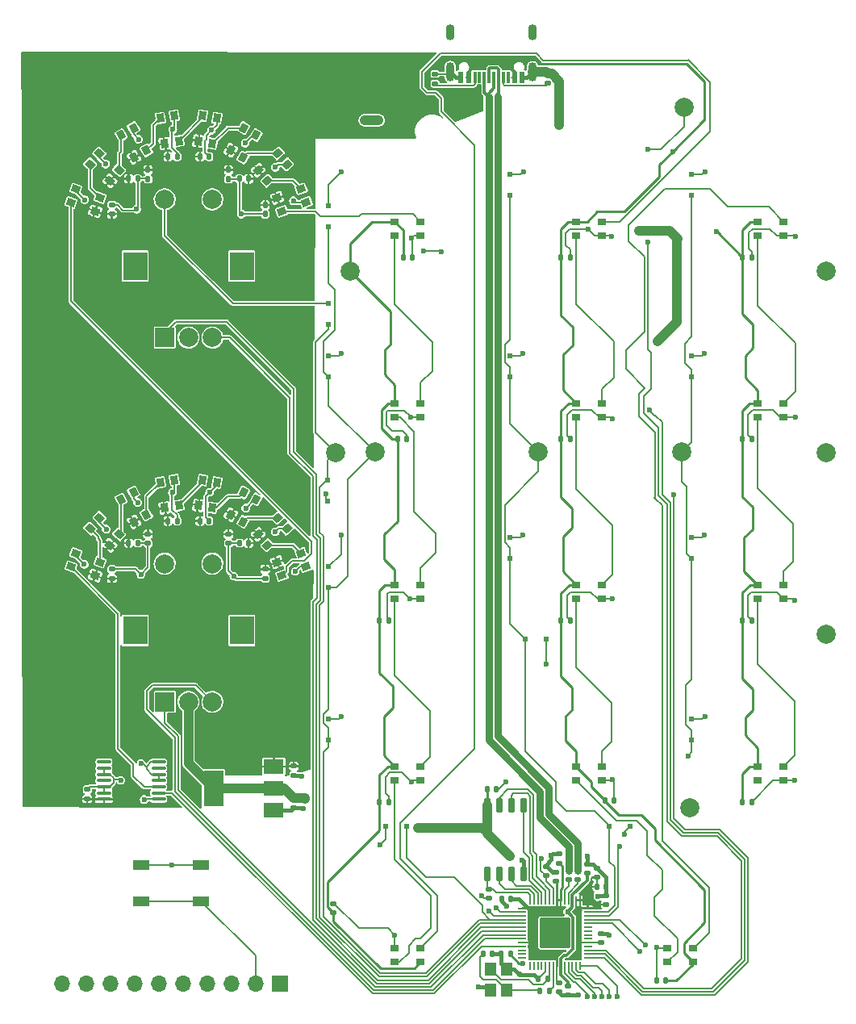
<source format=gbr>
G04 #@! TF.GenerationSoftware,KiCad,Pcbnew,(6.0.7-1)-1*
G04 #@! TF.CreationDate,2022-08-13T20:31:23-04:00*
G04 #@! TF.ProjectId,KnGXT,4b6e4758-542e-46b6-9963-61645f706362,rev?*
G04 #@! TF.SameCoordinates,Original*
G04 #@! TF.FileFunction,Copper,L1,Top*
G04 #@! TF.FilePolarity,Positive*
%FSLAX46Y46*%
G04 Gerber Fmt 4.6, Leading zero omitted, Abs format (unit mm)*
G04 Created by KiCad (PCBNEW (6.0.7-1)-1) date 2022-08-13 20:31:23*
%MOMM*%
%LPD*%
G01*
G04 APERTURE LIST*
G04 Aperture macros list*
%AMRoundRect*
0 Rectangle with rounded corners*
0 $1 Rounding radius*
0 $2 $3 $4 $5 $6 $7 $8 $9 X,Y pos of 4 corners*
0 Add a 4 corners polygon primitive as box body*
4,1,4,$2,$3,$4,$5,$6,$7,$8,$9,$2,$3,0*
0 Add four circle primitives for the rounded corners*
1,1,$1+$1,$2,$3*
1,1,$1+$1,$4,$5*
1,1,$1+$1,$6,$7*
1,1,$1+$1,$8,$9*
0 Add four rect primitives between the rounded corners*
20,1,$1+$1,$2,$3,$4,$5,0*
20,1,$1+$1,$4,$5,$6,$7,0*
20,1,$1+$1,$6,$7,$8,$9,0*
20,1,$1+$1,$8,$9,$2,$3,0*%
%AMRotRect*
0 Rectangle, with rotation*
0 The origin of the aperture is its center*
0 $1 length*
0 $2 width*
0 $3 Rotation angle, in degrees counterclockwise*
0 Add horizontal line*
21,1,$1,$2,0,0,$3*%
G04 Aperture macros list end*
G04 #@! TA.AperFunction,SMDPad,CuDef*
%ADD10RoundRect,0.140000X0.170000X-0.140000X0.170000X0.140000X-0.170000X0.140000X-0.170000X-0.140000X0*%
G04 #@! TD*
G04 #@! TA.AperFunction,SMDPad,CuDef*
%ADD11RoundRect,0.135000X-0.185000X0.135000X-0.185000X-0.135000X0.185000X-0.135000X0.185000X0.135000X0*%
G04 #@! TD*
G04 #@! TA.AperFunction,SMDPad,CuDef*
%ADD12R,0.900000X0.750000*%
G04 #@! TD*
G04 #@! TA.AperFunction,SMDPad,CuDef*
%ADD13R,0.900000X0.760000*%
G04 #@! TD*
G04 #@! TA.AperFunction,SMDPad,CuDef*
%ADD14R,0.500000X0.500000*%
G04 #@! TD*
G04 #@! TA.AperFunction,ComponentPad*
%ADD15C,2.000000*%
G04 #@! TD*
G04 #@! TA.AperFunction,SMDPad,CuDef*
%ADD16RoundRect,0.140000X-0.140000X-0.170000X0.140000X-0.170000X0.140000X0.170000X-0.140000X0.170000X0*%
G04 #@! TD*
G04 #@! TA.AperFunction,SMDPad,CuDef*
%ADD17RotRect,0.900000X0.750000X20.000000*%
G04 #@! TD*
G04 #@! TA.AperFunction,SMDPad,CuDef*
%ADD18RotRect,0.900000X0.760000X20.000000*%
G04 #@! TD*
G04 #@! TA.AperFunction,SMDPad,CuDef*
%ADD19RoundRect,0.140000X-0.170000X0.140000X-0.170000X-0.140000X0.170000X-0.140000X0.170000X0.140000X0*%
G04 #@! TD*
G04 #@! TA.AperFunction,SMDPad,CuDef*
%ADD20R,1.200000X1.400000*%
G04 #@! TD*
G04 #@! TA.AperFunction,SMDPad,CuDef*
%ADD21RotRect,0.900000X0.750000X120.000000*%
G04 #@! TD*
G04 #@! TA.AperFunction,SMDPad,CuDef*
%ADD22RotRect,0.900000X0.760000X120.000000*%
G04 #@! TD*
G04 #@! TA.AperFunction,SMDPad,CuDef*
%ADD23RoundRect,0.140000X0.140000X0.170000X-0.140000X0.170000X-0.140000X-0.170000X0.140000X-0.170000X0*%
G04 #@! TD*
G04 #@! TA.AperFunction,SMDPad,CuDef*
%ADD24RotRect,0.900000X0.750000X80.000000*%
G04 #@! TD*
G04 #@! TA.AperFunction,SMDPad,CuDef*
%ADD25RotRect,0.900000X0.760000X80.000000*%
G04 #@! TD*
G04 #@! TA.AperFunction,ComponentPad*
%ADD26R,1.700000X1.700000*%
G04 #@! TD*
G04 #@! TA.AperFunction,ComponentPad*
%ADD27O,1.700000X1.700000*%
G04 #@! TD*
G04 #@! TA.AperFunction,SMDPad,CuDef*
%ADD28RoundRect,0.150000X0.150000X-0.650000X0.150000X0.650000X-0.150000X0.650000X-0.150000X-0.650000X0*%
G04 #@! TD*
G04 #@! TA.AperFunction,SMDPad,CuDef*
%ADD29RoundRect,0.100000X0.637500X0.100000X-0.637500X0.100000X-0.637500X-0.100000X0.637500X-0.100000X0*%
G04 #@! TD*
G04 #@! TA.AperFunction,SMDPad,CuDef*
%ADD30RotRect,0.900000X0.750000X60.000000*%
G04 #@! TD*
G04 #@! TA.AperFunction,SMDPad,CuDef*
%ADD31RotRect,0.900000X0.760000X60.000000*%
G04 #@! TD*
G04 #@! TA.AperFunction,SMDPad,CuDef*
%ADD32R,0.600000X1.160000*%
G04 #@! TD*
G04 #@! TA.AperFunction,SMDPad,CuDef*
%ADD33R,0.300000X1.160000*%
G04 #@! TD*
G04 #@! TA.AperFunction,ComponentPad*
%ADD34O,0.900000X1.700000*%
G04 #@! TD*
G04 #@! TA.AperFunction,ComponentPad*
%ADD35O,0.900000X2.000000*%
G04 #@! TD*
G04 #@! TA.AperFunction,SMDPad,CuDef*
%ADD36RotRect,0.900000X0.750000X40.000000*%
G04 #@! TD*
G04 #@! TA.AperFunction,SMDPad,CuDef*
%ADD37RotRect,0.900000X0.760000X40.000000*%
G04 #@! TD*
G04 #@! TA.AperFunction,SMDPad,CuDef*
%ADD38RoundRect,0.135000X0.135000X0.185000X-0.135000X0.185000X-0.135000X-0.185000X0.135000X-0.185000X0*%
G04 #@! TD*
G04 #@! TA.AperFunction,SMDPad,CuDef*
%ADD39RotRect,0.900000X0.750000X140.000000*%
G04 #@! TD*
G04 #@! TA.AperFunction,SMDPad,CuDef*
%ADD40RotRect,0.900000X0.760000X140.000000*%
G04 #@! TD*
G04 #@! TA.AperFunction,SMDPad,CuDef*
%ADD41RoundRect,0.050000X-0.387500X-0.050000X0.387500X-0.050000X0.387500X0.050000X-0.387500X0.050000X0*%
G04 #@! TD*
G04 #@! TA.AperFunction,SMDPad,CuDef*
%ADD42RoundRect,0.050000X-0.050000X-0.387500X0.050000X-0.387500X0.050000X0.387500X-0.050000X0.387500X0*%
G04 #@! TD*
G04 #@! TA.AperFunction,ComponentPad*
%ADD43C,0.600000*%
G04 #@! TD*
G04 #@! TA.AperFunction,SMDPad,CuDef*
%ADD44RoundRect,0.144000X-1.456000X-1.456000X1.456000X-1.456000X1.456000X1.456000X-1.456000X1.456000X0*%
G04 #@! TD*
G04 #@! TA.AperFunction,SMDPad,CuDef*
%ADD45RotRect,0.900000X0.750000X160.000000*%
G04 #@! TD*
G04 #@! TA.AperFunction,SMDPad,CuDef*
%ADD46RotRect,0.900000X0.760000X160.000000*%
G04 #@! TD*
G04 #@! TA.AperFunction,SMDPad,CuDef*
%ADD47R,2.000000X1.500000*%
G04 #@! TD*
G04 #@! TA.AperFunction,SMDPad,CuDef*
%ADD48R,2.000000X3.800000*%
G04 #@! TD*
G04 #@! TA.AperFunction,ComponentPad*
%ADD49R,2.000000X2.000000*%
G04 #@! TD*
G04 #@! TA.AperFunction,ComponentPad*
%ADD50R,2.500000X3.000000*%
G04 #@! TD*
G04 #@! TA.AperFunction,SMDPad,CuDef*
%ADD51RotRect,0.900000X0.750000X100.000000*%
G04 #@! TD*
G04 #@! TA.AperFunction,SMDPad,CuDef*
%ADD52RotRect,0.900000X0.760000X100.000000*%
G04 #@! TD*
G04 #@! TA.AperFunction,SMDPad,CuDef*
%ADD53R,1.700000X1.000000*%
G04 #@! TD*
G04 #@! TA.AperFunction,ViaPad*
%ADD54C,0.600000*%
G04 #@! TD*
G04 #@! TA.AperFunction,ViaPad*
%ADD55C,0.800000*%
G04 #@! TD*
G04 #@! TA.AperFunction,Conductor*
%ADD56C,0.250000*%
G04 #@! TD*
G04 #@! TA.AperFunction,Conductor*
%ADD57C,0.300000*%
G04 #@! TD*
G04 #@! TA.AperFunction,Conductor*
%ADD58C,0.200000*%
G04 #@! TD*
G04 #@! TA.AperFunction,Conductor*
%ADD59C,0.400000*%
G04 #@! TD*
G04 #@! TA.AperFunction,Conductor*
%ADD60C,1.000000*%
G04 #@! TD*
G04 #@! TA.AperFunction,Conductor*
%ADD61C,0.800000*%
G04 #@! TD*
G04 APERTURE END LIST*
D10*
X27742800Y-43855000D03*
X27742800Y-42895000D03*
D11*
X73507525Y-29122525D03*
X73507525Y-30142525D03*
D12*
X98250000Y-65200000D03*
X98250000Y-63700000D03*
D13*
X95550000Y-63700000D03*
D12*
X95550000Y-65200000D03*
D14*
X79950000Y-108125000D03*
X82150000Y-108125000D03*
X50500000Y-55450000D03*
X50500000Y-53250000D03*
D15*
X55372000Y-68825000D03*
D16*
X57720000Y-67450000D03*
X58680000Y-67450000D03*
D11*
X61650000Y-29140000D03*
X61650000Y-30160000D03*
D17*
X48135100Y-42638042D03*
X47622070Y-41228503D03*
D18*
X45084900Y-42151958D03*
D17*
X45597930Y-43561497D03*
D19*
X75650000Y-124845000D03*
X75650000Y-125805000D03*
D14*
X69550000Y-80000000D03*
X69550000Y-77800000D03*
D15*
X87775000Y-32650000D03*
D16*
X74870000Y-48400000D03*
X75830000Y-48400000D03*
D20*
X67450000Y-123050000D03*
X67450000Y-125250000D03*
X69150000Y-125250000D03*
X69150000Y-123050000D03*
D14*
X69550000Y-60950000D03*
X69550000Y-58750000D03*
D21*
X30024519Y-73045866D03*
X28725481Y-73795866D03*
D22*
X30075481Y-76134134D03*
D21*
X31374519Y-75384134D03*
D12*
X86025000Y-120850000D03*
X86025000Y-122350000D03*
D13*
X88725000Y-122350000D03*
D12*
X88725000Y-120850000D03*
D16*
X43842800Y-42895000D03*
X43842800Y-43855000D03*
D23*
X69614871Y-115675000D03*
X68654871Y-115675000D03*
X73480000Y-124100000D03*
X72520000Y-124100000D03*
D14*
X88600000Y-41900000D03*
X88600000Y-39700000D03*
X88600000Y-60950000D03*
X88600000Y-58750000D03*
D16*
X42092624Y-40145000D03*
X41132624Y-40145000D03*
D24*
X38763031Y-72020746D03*
X37285819Y-71760273D03*
D25*
X36816969Y-74419254D03*
D24*
X38294181Y-74679727D03*
D16*
X74870000Y-86500000D03*
X75830000Y-86500000D03*
D26*
X45400000Y-124575000D03*
D27*
X42860000Y-124575000D03*
X40320000Y-124575000D03*
X37780000Y-124575000D03*
X35240000Y-124575000D03*
X32700000Y-124575000D03*
X30160000Y-124575000D03*
X27620000Y-124575000D03*
X25080000Y-124575000D03*
X22540000Y-124575000D03*
D23*
X42092624Y-78370000D03*
X41132624Y-78370000D03*
D14*
X58675000Y-108075000D03*
X56475000Y-108075000D03*
D28*
X67117200Y-113063000D03*
X68387200Y-113063000D03*
X69657200Y-113063000D03*
X70927200Y-113063000D03*
X70927200Y-105863000D03*
X69657200Y-105863000D03*
X68387200Y-105863000D03*
X67117200Y-105863000D03*
D16*
X79520000Y-105400000D03*
X80480000Y-105400000D03*
D10*
X74700000Y-111950000D03*
X74700000Y-110990000D03*
D19*
X76650571Y-112710200D03*
X76650571Y-113670200D03*
D16*
X36987800Y-76050000D03*
X37947800Y-76050000D03*
D14*
X88600000Y-99050000D03*
X88600000Y-96850000D03*
X69550000Y-41900000D03*
X69550000Y-39700000D03*
D23*
X85880000Y-124300000D03*
X84920000Y-124300000D03*
D29*
X32650000Y-105250000D03*
X32650000Y-104600000D03*
X32650000Y-103950000D03*
X32650000Y-103300000D03*
X32650000Y-102650000D03*
X32650000Y-102000000D03*
X32650000Y-101350000D03*
X26925000Y-101350000D03*
X26925000Y-102000000D03*
X26925000Y-102650000D03*
X26925000Y-103300000D03*
X26925000Y-103950000D03*
X26925000Y-104600000D03*
X26925000Y-105250000D03*
D16*
X55820000Y-105550000D03*
X56780000Y-105550000D03*
X29512624Y-40145000D03*
X30472624Y-40145000D03*
X67120000Y-104175000D03*
X68080000Y-104175000D03*
D30*
X42874519Y-35570866D03*
X41575481Y-34820866D03*
D31*
X40225481Y-37159134D03*
D30*
X41524519Y-37909134D03*
D19*
X75700571Y-112710200D03*
X75700571Y-113670200D03*
D12*
X79200000Y-103300000D03*
X79200000Y-101800000D03*
D13*
X76500000Y-101800000D03*
D12*
X76500000Y-103300000D03*
D32*
X70786125Y-29506325D03*
X69986125Y-29506325D03*
D33*
X68836125Y-29506325D03*
X67836125Y-29506325D03*
X67336125Y-29506325D03*
X66336125Y-29506325D03*
D32*
X65186125Y-29506325D03*
X64386125Y-29506325D03*
X64386125Y-29506325D03*
X65186125Y-29506325D03*
D33*
X65836125Y-29506325D03*
X66836125Y-29506325D03*
X68336125Y-29506325D03*
X69336125Y-29506325D03*
D32*
X69986125Y-29506325D03*
X70786125Y-29506325D03*
D34*
X71906125Y-24756325D03*
D35*
X63266125Y-28926325D03*
X71906125Y-28926325D03*
D34*
X63266125Y-24756325D03*
D10*
X79600000Y-116330000D03*
X79600000Y-115370000D03*
D12*
X79200000Y-84250000D03*
X79200000Y-82750000D03*
D13*
X76500000Y-82750000D03*
D12*
X76500000Y-84250000D03*
D16*
X29512624Y-78370000D03*
X30472624Y-78370000D03*
D14*
X50500000Y-60950000D03*
X50500000Y-58750000D03*
D10*
X79050000Y-120280000D03*
X79050000Y-119320000D03*
D36*
X46126251Y-38641770D03*
X45162069Y-37492703D03*
D37*
X43093749Y-39228230D03*
D36*
X44057931Y-40377297D03*
D38*
X73635000Y-125325000D03*
X72615000Y-125325000D03*
D12*
X98250000Y-103300000D03*
X98250000Y-101800000D03*
D13*
X95550000Y-101800000D03*
D12*
X95550000Y-103300000D03*
D14*
X50500000Y-99050000D03*
X50500000Y-96850000D03*
D12*
X79200000Y-65200000D03*
X79200000Y-63700000D03*
D13*
X76500000Y-63700000D03*
D12*
X76500000Y-65200000D03*
D16*
X93920000Y-67450000D03*
X94880000Y-67450000D03*
D19*
X39992624Y-77440000D03*
X39992624Y-78400000D03*
D16*
X31542624Y-39215000D03*
X31542624Y-40175000D03*
D19*
X74675000Y-124495000D03*
X74675000Y-125455000D03*
D12*
X60150000Y-65200000D03*
X60150000Y-63700000D03*
D13*
X57450000Y-63700000D03*
D12*
X57450000Y-65200000D03*
D15*
X52725000Y-49825000D03*
D14*
X88600000Y-80000000D03*
X88600000Y-77800000D03*
D23*
X39992624Y-39215000D03*
X39992624Y-40175000D03*
D39*
X26437931Y-37492703D03*
X25473749Y-38641770D03*
D40*
X27542069Y-40377297D03*
D39*
X28506251Y-39228230D03*
D12*
X98250000Y-84250000D03*
X98250000Y-82750000D03*
D13*
X95550000Y-82750000D03*
D12*
X95550000Y-84250000D03*
X60150000Y-46150000D03*
X60150000Y-44650000D03*
D13*
X57450000Y-44650000D03*
D12*
X57450000Y-46150000D03*
D10*
X51000000Y-117150000D03*
X51000000Y-116190000D03*
D41*
X70822271Y-116689050D03*
X70822271Y-117089050D03*
X70822271Y-117489050D03*
X70822271Y-117889050D03*
X70822271Y-118289050D03*
X70822271Y-118689050D03*
X70822271Y-119089050D03*
X70822271Y-119489050D03*
X70822271Y-119889050D03*
X70822271Y-120289050D03*
X70822271Y-120689050D03*
X70822271Y-121089050D03*
X70822271Y-121489050D03*
X70822271Y-121889050D03*
D42*
X71659771Y-122726550D03*
X72059771Y-122726550D03*
X72459771Y-122726550D03*
X72859771Y-122726550D03*
X73259771Y-122726550D03*
X73659771Y-122726550D03*
X74059771Y-122726550D03*
X74459771Y-122726550D03*
X74859771Y-122726550D03*
X75259771Y-122726550D03*
X75659771Y-122726550D03*
X76059771Y-122726550D03*
X76459771Y-122726550D03*
X76859771Y-122726550D03*
D41*
X77697271Y-121889050D03*
X77697271Y-121489050D03*
X77697271Y-121089050D03*
X77697271Y-120689050D03*
X77697271Y-120289050D03*
X77697271Y-119889050D03*
X77697271Y-119489050D03*
X77697271Y-119089050D03*
X77697271Y-118689050D03*
X77697271Y-118289050D03*
X77697271Y-117889050D03*
X77697271Y-117489050D03*
X77697271Y-117089050D03*
X77697271Y-116689050D03*
D42*
X76859771Y-115851550D03*
X76459771Y-115851550D03*
X76059771Y-115851550D03*
X75659771Y-115851550D03*
X75259771Y-115851550D03*
X74859771Y-115851550D03*
X74459771Y-115851550D03*
X74059771Y-115851550D03*
X73659771Y-115851550D03*
X73259771Y-115851550D03*
X72859771Y-115851550D03*
X72459771Y-115851550D03*
X72059771Y-115851550D03*
X71659771Y-115851550D03*
D43*
X74259771Y-118014050D03*
X75534771Y-119289050D03*
X75534771Y-118014050D03*
D44*
X74259771Y-119289050D03*
D43*
X75534771Y-120564050D03*
X72984771Y-119289050D03*
X72984771Y-118014050D03*
X74259771Y-119289050D03*
X74259771Y-120564050D03*
X72984771Y-120564050D03*
D10*
X78650000Y-113455000D03*
X78650000Y-112495000D03*
X77650000Y-113005000D03*
X77650000Y-112045000D03*
D19*
X46843800Y-101782400D03*
X46843800Y-102742400D03*
D24*
X38763031Y-33795746D03*
X37285819Y-33535273D03*
D25*
X36816969Y-36194254D03*
D24*
X38294181Y-36454727D03*
D14*
X50500000Y-45150000D03*
X50500000Y-42950000D03*
D10*
X27742800Y-82080000D03*
X27742800Y-81120000D03*
D12*
X57450000Y-120850000D03*
X57450000Y-122350000D03*
D13*
X60150000Y-122350000D03*
D12*
X60150000Y-120850000D03*
D16*
X58320000Y-48400000D03*
X59280000Y-48400000D03*
X66720000Y-121500000D03*
X67680000Y-121500000D03*
D12*
X60150000Y-103300000D03*
X60150000Y-101800000D03*
D13*
X57450000Y-101800000D03*
D12*
X57450000Y-103300000D03*
D45*
X23977930Y-79453503D03*
X23464900Y-80863042D03*
D46*
X26002070Y-81786497D03*
D45*
X26515100Y-80376958D03*
D14*
X71090000Y-88420000D03*
X73290000Y-88420000D03*
D39*
X26437931Y-75717703D03*
X25473749Y-76866770D03*
D40*
X27542069Y-78602297D03*
D39*
X28506251Y-77453230D03*
D19*
X67354698Y-114701073D03*
X67354698Y-115661073D03*
D15*
X102725000Y-68850000D03*
D14*
X50500000Y-83050000D03*
X50500000Y-80850000D03*
D30*
X42874519Y-73795866D03*
X41575481Y-73045866D03*
D31*
X40225481Y-75384134D03*
D30*
X41524519Y-76134134D03*
D12*
X60150000Y-84250000D03*
X60150000Y-82750000D03*
D13*
X57450000Y-82750000D03*
D12*
X57450000Y-84250000D03*
D15*
X72500000Y-68825000D03*
D10*
X25162200Y-105198400D03*
X25162200Y-104238400D03*
D15*
X88400000Y-106175000D03*
D47*
X44750000Y-106432400D03*
X44750000Y-104132400D03*
D48*
X38450000Y-104132400D03*
D47*
X44750000Y-101832400D03*
D19*
X31542624Y-77440000D03*
X31542624Y-78400000D03*
D49*
X33292800Y-56809400D03*
D15*
X38292800Y-56809400D03*
X35792800Y-56809400D03*
D50*
X30192800Y-49309400D03*
X41392800Y-49309400D03*
D15*
X33292800Y-42309400D03*
X38292800Y-42309400D03*
D51*
X34304181Y-33535273D03*
X32826969Y-33795746D03*
D52*
X33295819Y-36454727D03*
D51*
X34773031Y-36194254D03*
D16*
X93920000Y-86500000D03*
X94880000Y-86500000D03*
D19*
X43842800Y-81120000D03*
X43842800Y-82080000D03*
D15*
X87550000Y-68825000D03*
D14*
X50425000Y-71800000D03*
X50425000Y-74000000D03*
D10*
X73300000Y-113275000D03*
X73300000Y-112315000D03*
D17*
X48135100Y-80863042D03*
X47622070Y-79453503D03*
D18*
X45084900Y-80376958D03*
D17*
X45597930Y-81786497D03*
D12*
X79200000Y-46150000D03*
X79200000Y-44650000D03*
D13*
X76500000Y-44650000D03*
D12*
X76500000Y-46150000D03*
D16*
X33637800Y-37825000D03*
X34597800Y-37825000D03*
D10*
X74375000Y-113855000D03*
X74375000Y-112895000D03*
D16*
X55820000Y-86500000D03*
X56780000Y-86500000D03*
D51*
X34304181Y-71760273D03*
X32826969Y-72020746D03*
D52*
X33295819Y-74679727D03*
D51*
X34773031Y-74419254D03*
D19*
X46843800Y-105163200D03*
X46843800Y-106123200D03*
D12*
X98250000Y-46150000D03*
X98250000Y-44650000D03*
D13*
X95550000Y-44650000D03*
D12*
X95550000Y-46150000D03*
D16*
X74870000Y-67450000D03*
X75830000Y-67450000D03*
D36*
X46126251Y-76866770D03*
X45162069Y-75717703D03*
D37*
X43093749Y-77453230D03*
D36*
X44057931Y-78602297D03*
D23*
X69580000Y-121500000D03*
X68620000Y-121500000D03*
D15*
X102750000Y-87900000D03*
D16*
X33637800Y-76050000D03*
X34597800Y-76050000D03*
D21*
X30024519Y-34820866D03*
X28725481Y-35570866D03*
D22*
X30075481Y-37909134D03*
D21*
X31374519Y-37159134D03*
D53*
X37125000Y-112125000D03*
X30825000Y-112125000D03*
X37125000Y-115925000D03*
X30825000Y-115925000D03*
D16*
X93920000Y-48400000D03*
X94880000Y-48400000D03*
D15*
X51225000Y-68850000D03*
D49*
X33292800Y-95034400D03*
D15*
X38292800Y-95034400D03*
X35792800Y-95034400D03*
D50*
X41392800Y-87534400D03*
X30192800Y-87534400D03*
D15*
X33292800Y-80534400D03*
X38292800Y-80534400D03*
D16*
X93920000Y-105550000D03*
X94880000Y-105550000D03*
D15*
X102750000Y-49800000D03*
D16*
X36987800Y-37825000D03*
X37947800Y-37825000D03*
D45*
X23977930Y-41228503D03*
X23464900Y-42638042D03*
D46*
X26002070Y-43561497D03*
D45*
X26515100Y-42151958D03*
D16*
X78670000Y-114425000D03*
X79630000Y-114425000D03*
D54*
X86600000Y-37300000D03*
X91186000Y-45720000D03*
D55*
X61600000Y-32200000D03*
X63075000Y-32200000D03*
D54*
X40950000Y-52200000D03*
X72825000Y-111475000D03*
X75583571Y-117046800D03*
D55*
X73900000Y-121575000D03*
X72000000Y-117225000D03*
D54*
X59875000Y-108225000D03*
D55*
X48050000Y-105182400D03*
D54*
X71950000Y-121575000D03*
X70900000Y-122450000D03*
D55*
X76625000Y-121575000D03*
D54*
X69500000Y-111225000D03*
X50250000Y-73200000D03*
X51835000Y-39415000D03*
X70940000Y-39410000D03*
X89990000Y-39410000D03*
X51810000Y-58490000D03*
X70915000Y-58435000D03*
X89965000Y-58460000D03*
X51785000Y-77565000D03*
X70915000Y-77510000D03*
X88210000Y-100720000D03*
X81026000Y-110236000D03*
X89965000Y-77510000D03*
X51835000Y-96590000D03*
X73290000Y-91110000D03*
X89990000Y-96560000D03*
X55900000Y-110050000D03*
X81575500Y-108966000D03*
X66550000Y-115400000D03*
X78400000Y-125950000D03*
X77650000Y-125950000D03*
X79175000Y-125975000D03*
X60500000Y-47750000D03*
X84175000Y-64425000D03*
X62300000Y-47800000D03*
X86700000Y-73275000D03*
X84000000Y-37075000D03*
X84000000Y-46825000D03*
X67300000Y-116975000D03*
X68100000Y-116675000D03*
X99500000Y-46200000D03*
X34025000Y-112125000D03*
X41800000Y-74700000D03*
X59150000Y-103400000D03*
X27150000Y-76900000D03*
X99400000Y-103300000D03*
D55*
X54275000Y-34000000D03*
X87100000Y-46450000D03*
D54*
X31137500Y-105275000D03*
X34100000Y-73050000D03*
X30812500Y-101500000D03*
X41350000Y-43850000D03*
X38200000Y-35050000D03*
X99400000Y-84400000D03*
X77650000Y-111200000D03*
X78750000Y-115475000D03*
X24900000Y-42350000D03*
X30450000Y-74100000D03*
X59000000Y-84200000D03*
X80300000Y-84200000D03*
X28687500Y-103250000D03*
X79975000Y-119525000D03*
X69125000Y-103425000D03*
X80300000Y-65300000D03*
X38000000Y-73050000D03*
X59164500Y-46400000D03*
X57400000Y-119500000D03*
X47000000Y-81350000D03*
X73875000Y-111100000D03*
X59100000Y-65200000D03*
X30550000Y-36000000D03*
D55*
X83058000Y-45600000D03*
D54*
X80200000Y-46200000D03*
X99500000Y-65200000D03*
D55*
X74725000Y-34475000D03*
D54*
X27100000Y-38600000D03*
X69175000Y-116500000D03*
X30800000Y-81650000D03*
X84900000Y-120800000D03*
X76725000Y-125775000D03*
X46800000Y-42450000D03*
X44900000Y-77200000D03*
D55*
X55750000Y-34000000D03*
D54*
X47682000Y-102872000D03*
X47834600Y-106250000D03*
X41750000Y-36400000D03*
X30350000Y-43350000D03*
X70549680Y-123603352D03*
X44900000Y-38950000D03*
X66250000Y-124925000D03*
D55*
X85050000Y-57225000D03*
D54*
X24850000Y-80600000D03*
X70825000Y-111625000D03*
X77750000Y-45450000D03*
X80300000Y-103200000D03*
X34150000Y-34950000D03*
X40550000Y-81850000D03*
X83725498Y-120563179D03*
X83132548Y-121176460D03*
X80800000Y-125975000D03*
X79975000Y-125975000D03*
D56*
X78100000Y-103980000D02*
X79520000Y-105400000D01*
X95550000Y-101800000D02*
X94700000Y-101800000D01*
X57450000Y-44650000D02*
X55050000Y-44650000D01*
X77650000Y-44650000D02*
X76500000Y-44650000D01*
X74870000Y-86500000D02*
X74870000Y-92370000D01*
X93920000Y-86500000D02*
X93920000Y-92620000D01*
X87800000Y-120350000D02*
X87800000Y-121425000D01*
X94200000Y-61000000D02*
X95550000Y-62350000D01*
X76500000Y-100200000D02*
X76500000Y-101800000D01*
X75700000Y-63700000D02*
X74870000Y-64530000D01*
X76000000Y-95900000D02*
X75400000Y-96500000D01*
X57200000Y-95666919D02*
X56300000Y-96566919D01*
X93920000Y-48400000D02*
X93920000Y-54320000D01*
X55935747Y-122999511D02*
X59500489Y-122999511D01*
X75100000Y-58600000D02*
X75100000Y-62300000D01*
X95000000Y-57900000D02*
X94200000Y-58700000D01*
X56400000Y-82750000D02*
X57450000Y-82750000D01*
X56750000Y-63700000D02*
X56050000Y-64400000D01*
X74870000Y-54470000D02*
X76100000Y-55700000D01*
X55820000Y-102680000D02*
X55820000Y-105550000D01*
X93920000Y-83580000D02*
X93920000Y-86500000D01*
X95000000Y-95900000D02*
X94200000Y-96700000D01*
D57*
X65186125Y-28945598D02*
X65450000Y-28681723D01*
D56*
X58320000Y-45520000D02*
X57450000Y-44650000D01*
X75100000Y-62300000D02*
X76500000Y-63700000D01*
X57450000Y-101800000D02*
X56700000Y-101800000D01*
X88725000Y-122575000D02*
X87000000Y-124300000D01*
D57*
X66071995Y-28078005D02*
X69118532Y-28078005D01*
D56*
X57450000Y-61750000D02*
X57450000Y-63700000D01*
X57720000Y-67450000D02*
X57720000Y-76080000D01*
X94750000Y-44650000D02*
X93880000Y-45520000D01*
X59500489Y-122999511D02*
X60150000Y-122350000D01*
X76500000Y-101800000D02*
X78100000Y-103400000D01*
X75400000Y-96500000D02*
X75400000Y-99100000D01*
X25213800Y-105250000D02*
X25162200Y-105198400D01*
X95000000Y-74600000D02*
X95000000Y-76900000D01*
X75400000Y-99100000D02*
X76500000Y-100200000D01*
X93880000Y-48360000D02*
X93920000Y-48400000D01*
X55820000Y-86500000D02*
X55820000Y-83330000D01*
X95550000Y-63700000D02*
X94700000Y-63700000D01*
X72777275Y-28077275D02*
X88021275Y-28077275D01*
X56050000Y-64400000D02*
X56050000Y-66350000D01*
D57*
X69118532Y-28078005D02*
X69986125Y-28945598D01*
D56*
X78100000Y-103400000D02*
X78100000Y-103980000D01*
X76000000Y-74700000D02*
X76000000Y-76800000D01*
X93880000Y-45520000D02*
X93880000Y-48360000D01*
X80950000Y-106900000D02*
X83300000Y-106900000D01*
X50374520Y-113925480D02*
X55820000Y-108480000D01*
X56400000Y-58100000D02*
X56400000Y-60700000D01*
X75650000Y-44650000D02*
X74870000Y-45430000D01*
X95550000Y-99850000D02*
X95550000Y-101800000D01*
X87000000Y-124300000D02*
X85880000Y-124300000D01*
X76000000Y-93500000D02*
X76000000Y-95900000D01*
X56050000Y-66350000D02*
X57150000Y-67450000D01*
X55050000Y-44650000D02*
X52725000Y-46975000D01*
X52725000Y-46975000D02*
X52725000Y-49825000D01*
X93920000Y-73520000D02*
X95000000Y-74600000D01*
X74870000Y-45430000D02*
X74870000Y-48400000D01*
X95550000Y-62350000D02*
X95550000Y-63700000D01*
X55820000Y-108480000D02*
X55820000Y-105550000D01*
X75100000Y-81350000D02*
X76500000Y-82750000D01*
X76100000Y-57600000D02*
X75100000Y-58600000D01*
D57*
X69986125Y-28945598D02*
X69986125Y-29506325D01*
D56*
X95550000Y-82750000D02*
X94750000Y-82750000D01*
X57450000Y-81200000D02*
X57450000Y-82750000D01*
X56400000Y-60700000D02*
X57450000Y-61750000D01*
X83300000Y-106900000D02*
X84750000Y-108350000D01*
X94100000Y-81300000D02*
X95550000Y-82750000D01*
X55820000Y-86500000D02*
X55820000Y-91970000D01*
X94750000Y-82750000D02*
X93920000Y-83580000D01*
X72777275Y-28077275D02*
X72351805Y-27651805D01*
X56300000Y-100650000D02*
X57450000Y-101800000D01*
X86600000Y-37300000D02*
X89864000Y-34036000D01*
X84750000Y-109550000D02*
X89950000Y-114750000D01*
X94700000Y-63700000D02*
X93920000Y-64480000D01*
X85200000Y-38700000D02*
X85200000Y-39900000D01*
X76500000Y-44650000D02*
X75650000Y-44650000D01*
X57450000Y-63700000D02*
X56750000Y-63700000D01*
D57*
X65186125Y-29506325D02*
X65186125Y-28945598D01*
D56*
X93920000Y-48400000D02*
X91240000Y-45720000D01*
X57200000Y-93350000D02*
X57200000Y-95666919D01*
X89950000Y-118200000D02*
X87800000Y-120350000D01*
X86600000Y-37300000D02*
X85200000Y-38700000D01*
X74870000Y-64530000D02*
X74870000Y-67450000D01*
X89916000Y-29972000D02*
X89916000Y-34036000D01*
X74870000Y-48400000D02*
X74870000Y-54470000D01*
X91240000Y-45720000D02*
X91186000Y-45720000D01*
X94200000Y-96700000D02*
X94200000Y-98500000D01*
X88021275Y-28077275D02*
X89916000Y-29972000D01*
X84750000Y-108350000D02*
X84750000Y-109550000D01*
X51000000Y-117150000D02*
X50374520Y-116524520D01*
X87800000Y-121425000D02*
X88725000Y-122350000D01*
X55820000Y-91970000D02*
X57200000Y-93350000D01*
X94200000Y-58700000D02*
X94200000Y-61000000D01*
X94700000Y-101800000D02*
X93920000Y-102580000D01*
X93920000Y-92620000D02*
X95000000Y-93700000D01*
X93920000Y-67450000D02*
X93920000Y-73520000D01*
X76500000Y-63700000D02*
X75700000Y-63700000D01*
X26925000Y-105250000D02*
X25213800Y-105250000D01*
X95000000Y-55400000D02*
X95000000Y-57900000D01*
X74870000Y-83630000D02*
X74870000Y-86500000D01*
X74870000Y-73570000D02*
X76000000Y-74700000D01*
X95550000Y-44650000D02*
X94750000Y-44650000D01*
X95000000Y-76900000D02*
X94100000Y-77800000D01*
X81500000Y-43600000D02*
X78700000Y-43600000D01*
X57150000Y-67450000D02*
X57720000Y-67450000D01*
X74870000Y-92370000D02*
X76000000Y-93500000D01*
X56350000Y-80100000D02*
X57450000Y-81200000D01*
X76500000Y-82750000D02*
X75750000Y-82750000D01*
X75750000Y-82750000D02*
X74870000Y-83630000D01*
X57000000Y-57500000D02*
X56400000Y-58100000D01*
X56300000Y-96566919D02*
X56300000Y-100650000D01*
X50374520Y-116524520D02*
X50374520Y-113925480D01*
X95000000Y-93700000D02*
X95000000Y-95900000D01*
X72351805Y-27651805D02*
X69544732Y-27651805D01*
X57000000Y-54100000D02*
X57000000Y-57500000D01*
X89950000Y-114750000D02*
X89950000Y-118200000D01*
D57*
X65450000Y-28681723D02*
X65468277Y-28681723D01*
D56*
X58320000Y-48400000D02*
X58320000Y-45520000D01*
X93920000Y-64480000D02*
X93920000Y-67450000D01*
X55820000Y-83330000D02*
X56400000Y-82750000D01*
X79520000Y-105400000D02*
X79520000Y-105470000D01*
X56700000Y-101800000D02*
X55820000Y-102680000D01*
X51000000Y-118063764D02*
X55935747Y-122999511D01*
X79520000Y-105470000D02*
X80950000Y-106900000D01*
X76100000Y-55700000D02*
X76100000Y-57600000D01*
X51000000Y-117150000D02*
X51000000Y-118063764D01*
X74870000Y-67450000D02*
X74870000Y-73570000D01*
X78700000Y-43600000D02*
X77650000Y-44650000D01*
X93920000Y-102580000D02*
X93920000Y-105550000D01*
X94200000Y-98500000D02*
X95550000Y-99850000D01*
X93920000Y-54320000D02*
X95000000Y-55400000D01*
X88725000Y-122350000D02*
X88725000Y-122575000D01*
X75100000Y-77700000D02*
X75100000Y-81350000D01*
X52725000Y-49825000D02*
X57000000Y-54100000D01*
X57720000Y-76080000D02*
X56350000Y-77450000D01*
D57*
X65468277Y-28681723D02*
X66071995Y-28078005D01*
D56*
X76000000Y-76800000D02*
X75100000Y-77700000D01*
X94100000Y-77800000D02*
X94100000Y-81300000D01*
X85200000Y-39900000D02*
X81500000Y-43600000D01*
X69544732Y-27651805D02*
X69118532Y-28078005D01*
X89916000Y-34036000D02*
X89864000Y-34036000D01*
X56350000Y-77450000D02*
X56350000Y-80100000D01*
D57*
X74859771Y-122726550D02*
X74859771Y-123674777D01*
D58*
X72740480Y-111559520D02*
X72825000Y-111475000D01*
X72740480Y-112715480D02*
X72740480Y-111559520D01*
D57*
X74859771Y-123674777D02*
X75650000Y-124465006D01*
D58*
X74059771Y-114634771D02*
X74059771Y-115851550D01*
D57*
X76059771Y-116570600D02*
X75583571Y-117046800D01*
X77650000Y-113725000D02*
X76059771Y-115315229D01*
D58*
X73300000Y-113875000D02*
X74059771Y-114634771D01*
D57*
X74859771Y-121990229D02*
X74859771Y-122726550D01*
X75225000Y-121625000D02*
X74859771Y-121990229D01*
X75463052Y-121625000D02*
X75225000Y-121625000D01*
X76059771Y-115851550D02*
X76059771Y-116570600D01*
X76159291Y-120928761D02*
X75463052Y-121625000D01*
D58*
X73300000Y-113275000D02*
X73300000Y-113875000D01*
D57*
X76159291Y-117622520D02*
X76159291Y-120928761D01*
D58*
X73300000Y-113275000D02*
X72740480Y-112715480D01*
D57*
X76059771Y-115315229D02*
X76059771Y-115851550D01*
X77650000Y-113005000D02*
X77650000Y-113725000D01*
X75650000Y-124465006D02*
X75650000Y-124845000D01*
X75583571Y-117046800D02*
X76159291Y-117622520D01*
D56*
X74459771Y-113939771D02*
X74459771Y-115851550D01*
X67120000Y-104175000D02*
X67120000Y-105860200D01*
D59*
X69614871Y-115675000D02*
X70450000Y-115675000D01*
D60*
X38450000Y-104132400D02*
X44750000Y-104132400D01*
D56*
X75026051Y-114505068D02*
X74859771Y-114671348D01*
X74859771Y-114671348D02*
X74859771Y-115851550D01*
D59*
X70450000Y-115675000D02*
X72000000Y-117225000D01*
D56*
X74700000Y-111950000D02*
X75026051Y-112276051D01*
D60*
X67117200Y-108842200D02*
X69500000Y-111225000D01*
D56*
X67120000Y-105860200D02*
X67117200Y-105863000D01*
D58*
X74459771Y-122726550D02*
X74459771Y-124279771D01*
D60*
X48030800Y-105163200D02*
X48050000Y-105182400D01*
D56*
X74375000Y-113855000D02*
X74459771Y-113939771D01*
X69580000Y-121500000D02*
X69580000Y-121555000D01*
D60*
X46843800Y-105163200D02*
X48030800Y-105163200D01*
X35792800Y-101475200D02*
X38450000Y-104132400D01*
X67117200Y-105863000D02*
X67117200Y-108717200D01*
D56*
X69580000Y-121555000D02*
X70475000Y-122450000D01*
D60*
X59875000Y-108225000D02*
X66625000Y-108225000D01*
D58*
X77697271Y-120289050D02*
X78975621Y-120289050D01*
D60*
X67117200Y-108717200D02*
X67117200Y-108842200D01*
X66625000Y-108225000D02*
X67117200Y-108717200D01*
X44750000Y-104132400D02*
X45813000Y-104132400D01*
X45813000Y-104132400D02*
X46843800Y-105163200D01*
X35792800Y-95034400D02*
X35792800Y-101475200D01*
D58*
X74459771Y-124279771D02*
X74675000Y-124495000D01*
D56*
X75026051Y-112276051D02*
X75026051Y-114505068D01*
X70475000Y-122450000D02*
X70900000Y-122450000D01*
D58*
X68547148Y-124152852D02*
X70822148Y-124152852D01*
X70825000Y-124150000D02*
X71500000Y-124150000D01*
X71500000Y-124150000D02*
X72009520Y-124659520D01*
X73480000Y-124195000D02*
X73480000Y-124100000D01*
X73015480Y-124659520D02*
X73480000Y-124195000D01*
X70822148Y-124152852D02*
X70825000Y-124150000D01*
X72009520Y-124659520D02*
X73015480Y-124659520D01*
X67450000Y-123055704D02*
X68547148Y-124152852D01*
X67450000Y-123050000D02*
X67450000Y-123055704D01*
X73659771Y-122726550D02*
X73659771Y-123920229D01*
X73659771Y-123920229D02*
X73480000Y-124100000D01*
X33292800Y-42309400D02*
X33292800Y-46092800D01*
X40450000Y-53250000D02*
X50500000Y-53250000D01*
X33292800Y-46092800D02*
X40450000Y-53250000D01*
X50540000Y-71685000D02*
X50425000Y-71800000D01*
X50500000Y-55450000D02*
X50500000Y-55900000D01*
X49150000Y-57250000D02*
X49150000Y-66775000D01*
X66403064Y-118289050D02*
X60821056Y-123871056D01*
X49560000Y-84890000D02*
X49950000Y-84500000D01*
X49950000Y-77650000D02*
X49560000Y-77260000D01*
X50425000Y-69650000D02*
X51225000Y-68850000D01*
X50425000Y-71800000D02*
X50425000Y-69650000D01*
X49950000Y-84500000D02*
X49950000Y-77650000D01*
X50500000Y-55900000D02*
X49150000Y-57250000D01*
X49560000Y-72520000D02*
X50540000Y-71540000D01*
X49150000Y-66775000D02*
X51225000Y-68850000D01*
X55783344Y-123871056D02*
X49560000Y-117647712D01*
X50540000Y-71540000D02*
X50540000Y-71685000D01*
X60821056Y-123871056D02*
X55783344Y-123871056D01*
X49560000Y-117647712D02*
X49560000Y-84890000D01*
X70822271Y-118289050D02*
X66403064Y-118289050D01*
X49560000Y-77260000D02*
X49560000Y-72520000D01*
X50500000Y-83050000D02*
X50500000Y-95790000D01*
X50500000Y-99800000D02*
X50000000Y-100300000D01*
X63687980Y-113437980D02*
X60732006Y-113437980D01*
X50500000Y-99050000D02*
X50500000Y-99800000D01*
X50500000Y-60950000D02*
X50500000Y-63953000D01*
X55372000Y-68825000D02*
X52495479Y-71701521D01*
X50500000Y-97749511D02*
X50500000Y-99050000D01*
X52495479Y-71701521D02*
X52495479Y-81870521D01*
X66308766Y-117889050D02*
X70822271Y-117889050D01*
X60676280Y-123521536D02*
X66308766Y-117889050D01*
X67414050Y-117889050D02*
X66600000Y-117075000D01*
X60732006Y-113437980D02*
X58675000Y-111380974D01*
X50500000Y-63953000D02*
X55372000Y-68825000D01*
X52495479Y-81870521D02*
X51316000Y-83050000D01*
X50000489Y-57199511D02*
X51150000Y-56050000D01*
X58675000Y-111380974D02*
X58675000Y-108075000D01*
X50500000Y-51100000D02*
X50500000Y-45150000D01*
X50000489Y-60450489D02*
X50000489Y-57199511D01*
X50000489Y-97250000D02*
X50500000Y-97749511D01*
X51150000Y-56050000D02*
X51150000Y-51750000D01*
X55928120Y-123521536D02*
X60676280Y-123521536D01*
X50500000Y-95790000D02*
X50000489Y-96289511D01*
X66600000Y-116350000D02*
X63687980Y-113437980D01*
X50500000Y-60950000D02*
X50000489Y-60450489D01*
X51150000Y-51750000D02*
X50500000Y-51100000D01*
X66600000Y-117075000D02*
X66600000Y-116350000D01*
X50000000Y-100300000D02*
X50000000Y-117593416D01*
X50000000Y-117593416D02*
X55928120Y-123521536D01*
X50000489Y-96289511D02*
X50000489Y-97250000D01*
X51316000Y-83050000D02*
X50500000Y-83050000D01*
X50250000Y-73200000D02*
X50250000Y-73825000D01*
X50250000Y-73825000D02*
X50425000Y-74000000D01*
X69550000Y-80000000D02*
X69550000Y-86880000D01*
X80525000Y-116425000D02*
X79860950Y-117089050D01*
X69050489Y-57539511D02*
X69050489Y-59380489D01*
X79950000Y-108125000D02*
X79950000Y-108010000D01*
X74360000Y-103470000D02*
X71090000Y-100200000D01*
X69550000Y-57040000D02*
X69050489Y-57539511D01*
X69550000Y-86880000D02*
X71090000Y-88420000D01*
X71090000Y-100200000D02*
X71090000Y-88420000D01*
X79950000Y-108010000D02*
X78445000Y-106505000D01*
X69550000Y-78900000D02*
X69550000Y-80000000D01*
X68980000Y-78330000D02*
X69550000Y-78900000D01*
X79950000Y-111775000D02*
X80525000Y-112350000D01*
X72500000Y-68825000D02*
X72500000Y-70880000D01*
X80525000Y-112350000D02*
X80525000Y-116425000D01*
X68980000Y-74400000D02*
X68980000Y-78330000D01*
X79860950Y-117089050D02*
X77697271Y-117089050D01*
X79950000Y-108125000D02*
X79950000Y-111775000D01*
X69550000Y-59880000D02*
X69550000Y-60950000D01*
X69550000Y-65875000D02*
X72500000Y-68825000D01*
X78445000Y-106505000D02*
X75445000Y-106505000D01*
X75445000Y-106505000D02*
X74360000Y-105420000D01*
X69050489Y-59380489D02*
X69550000Y-59880000D01*
X69550000Y-60950000D02*
X69550000Y-65875000D01*
X74360000Y-105420000D02*
X74360000Y-103470000D01*
X72500000Y-70880000D02*
X68980000Y-74400000D01*
X69550000Y-41900000D02*
X69550000Y-57040000D01*
X50500000Y-42950000D02*
X50500000Y-40750000D01*
X50500000Y-40750000D02*
X51835000Y-39415000D01*
X66720000Y-121500000D02*
X66650000Y-121500000D01*
X72615000Y-125325000D02*
X72540000Y-125250000D01*
X66750000Y-124175000D02*
X68075000Y-124175000D01*
X66650000Y-121500000D02*
X66375000Y-121775000D01*
X66375000Y-123800000D02*
X66750000Y-124175000D01*
X66375000Y-121775000D02*
X66375000Y-123800000D01*
X72540000Y-125250000D02*
X69150000Y-125250000D01*
X68075000Y-124175000D02*
X69150000Y-125250000D01*
X70650000Y-39700000D02*
X70940000Y-39410000D01*
X69550000Y-39700000D02*
X70650000Y-39700000D01*
X89700000Y-39700000D02*
X89990000Y-39410000D01*
X88600000Y-39700000D02*
X89700000Y-39700000D01*
X50500000Y-58750000D02*
X51550000Y-58750000D01*
X51550000Y-58750000D02*
X51810000Y-58490000D01*
X69550000Y-58750000D02*
X70600000Y-58750000D01*
X70600000Y-58750000D02*
X70915000Y-58435000D01*
X89675000Y-58750000D02*
X89965000Y-58460000D01*
X88600000Y-58750000D02*
X89675000Y-58750000D01*
X51785000Y-79565000D02*
X51785000Y-77565000D01*
X50500000Y-80850000D02*
X51785000Y-79565000D01*
X69550000Y-77800000D02*
X70625000Y-77800000D01*
X70625000Y-77800000D02*
X70915000Y-77510000D01*
X80874519Y-116569777D02*
X80874520Y-110387480D01*
X77697271Y-117489050D02*
X79955246Y-117489050D01*
X88600000Y-80000000D02*
X88600000Y-92650000D01*
X88065000Y-72475000D02*
X88065000Y-79465000D01*
X87850000Y-57480000D02*
X87850000Y-59460000D01*
X87975000Y-97425000D02*
X88600000Y-98050000D01*
X87550000Y-71960000D02*
X88065000Y-72475000D01*
X80815148Y-116629148D02*
X80874519Y-116569777D01*
X87850000Y-59460000D02*
X88600000Y-60210000D01*
X80874520Y-110387480D02*
X81026000Y-110236000D01*
X88065000Y-79465000D02*
X88600000Y-80000000D01*
X88600000Y-56730000D02*
X87850000Y-57480000D01*
X88600000Y-92650000D02*
X87975000Y-93275000D01*
X88600000Y-41900000D02*
X88600000Y-56730000D01*
X79955246Y-117489050D02*
X80815148Y-116629148D01*
X87550000Y-68825000D02*
X87550000Y-71960000D01*
X88600000Y-100330000D02*
X88600000Y-99050000D01*
X88600000Y-100330000D02*
X88210000Y-100720000D01*
X88600000Y-98050000D02*
X88600000Y-99050000D01*
X88600000Y-60950000D02*
X88600000Y-67775000D01*
X88600000Y-60210000D02*
X88600000Y-60950000D01*
X87975000Y-93275000D02*
X87975000Y-97425000D01*
X88600000Y-67775000D02*
X87550000Y-68825000D01*
X89675000Y-77800000D02*
X89965000Y-77510000D01*
X88600000Y-77800000D02*
X89675000Y-77800000D01*
X51575000Y-96850000D02*
X51835000Y-96590000D01*
X50500000Y-96850000D02*
X51575000Y-96850000D01*
X73290000Y-91110000D02*
X73290000Y-88420000D01*
X89700000Y-96850000D02*
X89990000Y-96560000D01*
X88600000Y-96850000D02*
X89700000Y-96850000D01*
X56475000Y-109475000D02*
X56475000Y-108075000D01*
X55900000Y-110050000D02*
X56475000Y-109475000D01*
X81575500Y-108966000D02*
X81575500Y-108699500D01*
X81575500Y-108699500D02*
X82150000Y-108125000D01*
X30000000Y-102800000D02*
X31150000Y-103950000D01*
X28400000Y-100000000D02*
X30000000Y-101600000D01*
X31150000Y-103950000D02*
X32650000Y-103950000D01*
X23464900Y-80863042D02*
X28400000Y-85798142D01*
X28400000Y-85798142D02*
X28400000Y-100000000D01*
X30000000Y-101600000D02*
X30000000Y-102800000D01*
D57*
X66836125Y-29506325D02*
X66836125Y-31126361D01*
X66836125Y-31126361D02*
X67277659Y-31567895D01*
X67277659Y-31172341D02*
X67277659Y-31567895D01*
D61*
X75700571Y-112710200D02*
X75700571Y-110222323D01*
X67277659Y-99024411D02*
X67277659Y-31567895D01*
X75700571Y-110222323D02*
X72675000Y-107196752D01*
X72675000Y-107196752D02*
X72675000Y-104421752D01*
X72675000Y-104421752D02*
X67277659Y-99024411D01*
D57*
X67836125Y-30613875D02*
X67277659Y-31172341D01*
X67836125Y-29506325D02*
X67836125Y-30613875D01*
D61*
X68227659Y-98630907D02*
X68227659Y-31567895D01*
D57*
X68336125Y-31203925D02*
X68082525Y-31457525D01*
X68336125Y-28677303D02*
X68336125Y-29506325D01*
X67336125Y-28577525D02*
X67386125Y-28527525D01*
X67386125Y-28527525D02*
X68186347Y-28527525D01*
D61*
X73625000Y-104028248D02*
X68227659Y-98630907D01*
D57*
X68082525Y-31457525D02*
X68285645Y-31254405D01*
X67336125Y-29506325D02*
X67336125Y-28577525D01*
D61*
X73625000Y-106803248D02*
X73625000Y-104028248D01*
D57*
X68336125Y-29506325D02*
X68336125Y-31203925D01*
D61*
X76650571Y-112710200D02*
X76650571Y-109828819D01*
X76650571Y-109828819D02*
X73625000Y-106803248D01*
D57*
X68186347Y-28527525D02*
X68336125Y-28677303D01*
D58*
X30825000Y-115925000D02*
X37125000Y-115925000D01*
X66811073Y-115661073D02*
X66550000Y-115400000D01*
X37125000Y-115925000D02*
X42860000Y-121660000D01*
X67354698Y-115661073D02*
X66811073Y-115661073D01*
X42860000Y-121660000D02*
X42860000Y-124575000D01*
X75659771Y-123415475D02*
X75659771Y-122726550D01*
X76862609Y-124112609D02*
X76356905Y-124112609D01*
X76356905Y-124112609D02*
X75659771Y-123415475D01*
X78400000Y-125650000D02*
X76862609Y-124112609D01*
X78400000Y-125950000D02*
X78400000Y-125650000D01*
X77650000Y-125700000D02*
X77650000Y-125950000D01*
X76212129Y-124462129D02*
X76412129Y-124462129D01*
X76412129Y-124462129D02*
X77650000Y-125700000D01*
X75259771Y-123509771D02*
X76212129Y-124462129D01*
X75259771Y-122726550D02*
X75259771Y-123509771D01*
X79172148Y-125972148D02*
X79172148Y-125352852D01*
X76540929Y-123763089D02*
X76059771Y-123281931D01*
X76059771Y-123281931D02*
X76059771Y-122726550D01*
X78844777Y-125025481D02*
X78269777Y-125025481D01*
X76540929Y-123763090D02*
X77007384Y-123763089D01*
X79172148Y-125352852D02*
X78844777Y-125025481D01*
X79175000Y-125975000D02*
X79172148Y-125972148D01*
X78269777Y-125025481D02*
X77007384Y-123763089D01*
X32100000Y-36433653D02*
X31374519Y-37159134D01*
X32826969Y-33795746D02*
X32100000Y-34522715D01*
X32100000Y-34522715D02*
X32100000Y-36433653D01*
X67117200Y-113063000D02*
X67117200Y-114463575D01*
X71659771Y-115309771D02*
X71659771Y-115851550D01*
X67751073Y-114701073D02*
X68100000Y-115050000D01*
X71400000Y-115050000D02*
X71659771Y-115309771D01*
X67117200Y-114463575D02*
X67354698Y-114701073D01*
X68100000Y-115050000D02*
X71400000Y-115050000D01*
X67354698Y-114701073D02*
X67751073Y-114701073D01*
X74059771Y-124900229D02*
X74059771Y-122726550D01*
X73635000Y-125325000D02*
X74059771Y-124900229D01*
X84154521Y-64460226D02*
X84650148Y-64955852D01*
X94150480Y-122155224D02*
X90855224Y-125450480D01*
X84767852Y-64955852D02*
X85489519Y-65677519D01*
X62250000Y-47750000D02*
X62300000Y-47800000D01*
X90855224Y-125450480D02*
X83441676Y-125450480D01*
X85489519Y-73297519D02*
X86349499Y-74157499D01*
X60500000Y-47750000D02*
X62250000Y-47750000D01*
X87718224Y-108786520D02*
X91386520Y-108786520D01*
X86349499Y-107417795D02*
X87718224Y-108786520D01*
X84650148Y-64955852D02*
X84767852Y-64955852D01*
X79480245Y-121489050D02*
X77697271Y-121489050D01*
X83441676Y-125450480D02*
X79480245Y-121489050D01*
X84154521Y-64445479D02*
X84154521Y-64460226D01*
X85489519Y-65677519D02*
X85489519Y-73297519D01*
X86349499Y-74157499D02*
X86349499Y-107417795D01*
X84175000Y-64425000D02*
X84154521Y-64445479D01*
X91386520Y-108786520D02*
X94150480Y-111550480D01*
X94150480Y-111550480D02*
X94150480Y-122155224D01*
X91537000Y-108437000D02*
X87863000Y-108437000D01*
X91000000Y-125800000D02*
X94500000Y-122300000D01*
X94500000Y-111400000D02*
X91537000Y-108437000D01*
X86699019Y-107273019D02*
X86699019Y-73275981D01*
X77697271Y-121889050D02*
X79385950Y-121889050D01*
X83296900Y-125800000D02*
X91000000Y-125800000D01*
X94500000Y-122300000D02*
X94500000Y-111400000D01*
X87863000Y-108437000D02*
X86699019Y-107273019D01*
X79385950Y-121889050D02*
X83296900Y-125800000D01*
X86699019Y-73275981D02*
X86700000Y-73275000D01*
X69929194Y-114700000D02*
X69928714Y-114700480D01*
X69025000Y-114700480D02*
X68387200Y-114062680D01*
X72059771Y-115851550D02*
X72059771Y-115215476D01*
X69928714Y-114700480D02*
X69025000Y-114700480D01*
X72059771Y-115215476D02*
X71544295Y-114700000D01*
X71544295Y-114700000D02*
X69929194Y-114700000D01*
X68387200Y-114062680D02*
X68387200Y-113063000D01*
X72459771Y-115121181D02*
X71689070Y-114350480D01*
X69657200Y-113782681D02*
X69657200Y-113063000D01*
X71689070Y-114350480D02*
X70225000Y-114350481D01*
X72459771Y-115851550D02*
X72459771Y-115121181D01*
X70225000Y-114350481D02*
X69657200Y-113782681D01*
X70927200Y-110777200D02*
X70927200Y-105863000D01*
X72859771Y-115026886D02*
X71575000Y-113742114D01*
X71575000Y-113742114D02*
X71575000Y-111425000D01*
X72859771Y-115851550D02*
X72859771Y-115026886D01*
X71575000Y-111425000D02*
X70927200Y-110777200D01*
X69657200Y-104867800D02*
X69875000Y-104650000D01*
X73259771Y-114835251D02*
X73259771Y-115851550D01*
X71625000Y-104925000D02*
X71625000Y-110923280D01*
X71924520Y-113500000D02*
X73259771Y-114835251D01*
X71350000Y-104650000D02*
X71625000Y-104925000D01*
X71924520Y-111222800D02*
X71924520Y-113500000D01*
X71625000Y-110923280D02*
X71924520Y-111222800D01*
X69657200Y-105863000D02*
X69657200Y-104867800D01*
X69875000Y-104650000D02*
X71350000Y-104650000D01*
X72274040Y-113349040D02*
X72274040Y-111025960D01*
X73659771Y-115851550D02*
X73659771Y-114740955D01*
X69300000Y-104225000D02*
X68387200Y-105137800D01*
X72274040Y-111025960D02*
X71974520Y-110726440D01*
X71974520Y-110726440D02*
X71974520Y-104780224D01*
X72625000Y-113706185D02*
X72625000Y-113700000D01*
X72625000Y-113700000D02*
X72274040Y-113349040D01*
X72625000Y-113706185D02*
X73659771Y-114740955D01*
X71974520Y-104780224D02*
X71419295Y-104225000D01*
X68387200Y-105137800D02*
X68387200Y-105863000D01*
X71419295Y-104225000D02*
X69300000Y-104225000D01*
X77697271Y-121089050D02*
X79574541Y-121089050D01*
X84328000Y-58420000D02*
X84000000Y-58092000D01*
X85090000Y-73406000D02*
X85090000Y-66294000D01*
X85090000Y-66294000D02*
X83566000Y-64770000D01*
X85375000Y-37075000D02*
X84000000Y-37075000D01*
X85999979Y-107562570D02*
X85999979Y-74302275D01*
X91241743Y-109136039D02*
X87573448Y-109136039D01*
X84328000Y-62230000D02*
X84328000Y-58420000D01*
X79574541Y-121089050D02*
X83586452Y-125100960D01*
X87573448Y-109136039D02*
X85999979Y-107562570D01*
X83566000Y-64770000D02*
X83566000Y-62992000D01*
X93800960Y-111695256D02*
X91241743Y-109136039D01*
X93800960Y-122010448D02*
X93800960Y-111695256D01*
X87775000Y-34675000D02*
X85375000Y-37075000D01*
X84000000Y-58092000D02*
X84000000Y-46825000D01*
X85999979Y-74302275D02*
X85103704Y-73406000D01*
X87775000Y-32650000D02*
X87775000Y-34675000D01*
X90710448Y-125100960D02*
X93800960Y-122010448D01*
X83586452Y-125100960D02*
X90710448Y-125100960D01*
X83566000Y-62992000D02*
X84328000Y-62230000D01*
X85103704Y-73406000D02*
X85090000Y-73406000D01*
X68936614Y-30335836D02*
X68836125Y-30235347D01*
X73314214Y-30335836D02*
X68936614Y-30335836D01*
X68836125Y-30235347D02*
X68836125Y-29506325D01*
X73507525Y-30142525D02*
X73314214Y-30335836D01*
X28506251Y-37493749D02*
X28506251Y-39228230D01*
X28725481Y-35570866D02*
X28725481Y-37274519D01*
X28725481Y-37274519D02*
X28506251Y-37493749D01*
X65735636Y-30335836D02*
X65836125Y-30235347D01*
X65836125Y-30235347D02*
X65836125Y-29506325D01*
X61650000Y-30160000D02*
X61825836Y-30335836D01*
X61825836Y-30335836D02*
X65735636Y-30335836D01*
X62200000Y-27000000D02*
X72300000Y-27000000D01*
X60300000Y-30600000D02*
X60300000Y-28900000D01*
X88197245Y-27702755D02*
X88200000Y-27700000D01*
X58000000Y-111500000D02*
X58000000Y-107750978D01*
X61900000Y-119100000D02*
X61900000Y-115400000D01*
X88200000Y-27700000D02*
X90500000Y-30000000D01*
X62300000Y-33100000D02*
X62300000Y-31700000D01*
X65800000Y-100000000D02*
X65800000Y-36600000D01*
X60150000Y-120850000D02*
X61900000Y-119100000D01*
X90500000Y-30000000D02*
X90500000Y-35200000D01*
X60800000Y-31100000D02*
X60300000Y-30600000D01*
X61700000Y-31100000D02*
X60800000Y-31100000D01*
X58000000Y-107750978D02*
X58250978Y-107500000D01*
X58300000Y-107500000D02*
X65800000Y-100000000D01*
X60300000Y-28900000D02*
X62200000Y-27000000D01*
X62300000Y-31700000D02*
X61700000Y-31100000D01*
X72300000Y-27000000D02*
X73002755Y-27702755D01*
X65800000Y-36600000D02*
X62300000Y-33100000D01*
X90500000Y-35200000D02*
X81050000Y-44650000D01*
X81050000Y-44650000D02*
X79200000Y-44650000D01*
X61900000Y-115400000D02*
X58000000Y-111500000D01*
X58250978Y-107500000D02*
X58300000Y-107500000D01*
X73002755Y-27702755D02*
X88197245Y-27702755D01*
X75259771Y-114801000D02*
X75259771Y-115851550D01*
X75700571Y-114360200D02*
X75259771Y-114801000D01*
X75700571Y-113670200D02*
X75700571Y-114360200D01*
X76650571Y-114110200D02*
X75659771Y-115101000D01*
X75659771Y-115101000D02*
X75659771Y-115851550D01*
X76650571Y-113670200D02*
X76650571Y-114110200D01*
X67814050Y-117489050D02*
X67300000Y-116975000D01*
X70822271Y-117489050D02*
X67814050Y-117489050D01*
X92400000Y-43100000D02*
X96700000Y-43100000D01*
X90400000Y-119300000D02*
X90400000Y-114530974D01*
X83700000Y-62100000D02*
X81705479Y-60105479D01*
X83650480Y-56200000D02*
X83650480Y-48350480D01*
X83100000Y-62700000D02*
X83700000Y-62100000D01*
X90500000Y-41200000D02*
X92400000Y-43100000D01*
X84740480Y-66740480D02*
X83100000Y-65100000D01*
X85500000Y-74400000D02*
X84700000Y-73600000D01*
X81705479Y-58145001D02*
X83650480Y-56200000D01*
X85500000Y-109630974D02*
X85500000Y-74400000D01*
X84740480Y-73559520D02*
X84740480Y-66740480D01*
X83650480Y-48350480D02*
X82000000Y-46700000D01*
X82000000Y-45000000D02*
X85800000Y-41200000D01*
X88725000Y-120850000D02*
X88850000Y-120850000D01*
X90400000Y-114530974D02*
X85500000Y-109630974D01*
X85800000Y-41200000D02*
X90500000Y-41200000D01*
X81705479Y-60105479D02*
X81705479Y-58145001D01*
X82000000Y-46700000D02*
X82000000Y-45000000D01*
X96700000Y-43100000D02*
X98250000Y-44650000D01*
X83100000Y-65100000D02*
X83100000Y-62700000D01*
X84700000Y-73600000D02*
X84740480Y-73559520D01*
X88850000Y-120850000D02*
X90400000Y-119300000D01*
X79200000Y-62200000D02*
X79200000Y-63700000D01*
X76500000Y-53300000D02*
X80400000Y-57200000D01*
X76500000Y-46150000D02*
X76500000Y-53300000D01*
X80400000Y-61000000D02*
X79200000Y-62200000D01*
X80400000Y-57200000D02*
X80400000Y-61000000D01*
X69750000Y-118675000D02*
X69764050Y-118689050D01*
X49174519Y-71180223D02*
X49174519Y-77424039D01*
X49600480Y-77850000D02*
X49600480Y-84349520D01*
X39776400Y-55143400D02*
X46800000Y-62167000D01*
X33292800Y-56809400D02*
X33292800Y-56343800D01*
X49600480Y-84349520D02*
X49174519Y-84775481D01*
X69764050Y-118689050D02*
X70822271Y-118689050D01*
X60945576Y-124240832D02*
X66511409Y-118675000D01*
X46800000Y-62167000D02*
X46800000Y-68805704D01*
X49174520Y-117756528D02*
X55658824Y-124240832D01*
X34493200Y-55143400D02*
X39776400Y-55143400D01*
X46800000Y-68805704D02*
X49174519Y-71180223D01*
X55658824Y-124240832D02*
X60945576Y-124240832D01*
X33292800Y-56343800D02*
X34493200Y-55143400D01*
X49174519Y-77424039D02*
X49600480Y-77850000D01*
X49174519Y-84775481D02*
X49174520Y-117756528D01*
X66511409Y-118675000D02*
X69750000Y-118675000D01*
X46442700Y-63132300D02*
X40119799Y-56809400D01*
X40119799Y-56809400D02*
X38292800Y-56809400D01*
X48825000Y-84575000D02*
X49250960Y-84149040D01*
X66591654Y-119089050D02*
X61090352Y-124590352D01*
X48825000Y-71325000D02*
X46442700Y-68942700D01*
X48825000Y-117901304D02*
X48825000Y-84575000D01*
X55514048Y-124590352D02*
X48825000Y-117901304D01*
X61090352Y-124590352D02*
X55514048Y-124590352D01*
X48825000Y-77625000D02*
X48825000Y-71325000D01*
X49250960Y-78050960D02*
X48825000Y-77625000D01*
X49250960Y-84149040D02*
X49250960Y-78050960D01*
X70822271Y-119089050D02*
X66591654Y-119089050D01*
X46442700Y-68942700D02*
X46442700Y-63132300D01*
X66685950Y-119489050D02*
X70822271Y-119489050D01*
X33292800Y-95034400D02*
X33292800Y-97242800D01*
X61224040Y-124950960D02*
X66685950Y-119489050D01*
X34700000Y-104270600D02*
X55380360Y-124950960D01*
X34700000Y-98650000D02*
X34700000Y-104270600D01*
X55380360Y-124950960D02*
X61224040Y-124950960D01*
X33292800Y-97242800D02*
X34700000Y-98650000D01*
X61455224Y-125300480D02*
X55235584Y-125300480D01*
X70822271Y-119889050D02*
X70808221Y-119875000D01*
X34350480Y-98794776D02*
X31392800Y-95837096D01*
X55235584Y-125300480D02*
X34350480Y-104415376D01*
X66880705Y-119875000D02*
X61455224Y-125300480D01*
X31392800Y-95837096D02*
X31392800Y-93909400D01*
X31992800Y-93309400D02*
X36567800Y-93309400D01*
X36567800Y-93309400D02*
X38292800Y-95034400D01*
X31392800Y-93909400D02*
X31992800Y-93309400D01*
X70808221Y-119875000D02*
X66880705Y-119875000D01*
X34350480Y-104415376D02*
X34350480Y-98794776D01*
X68514050Y-117089050D02*
X68100000Y-116675000D01*
X70822271Y-117089050D02*
X68514050Y-117089050D01*
X99500000Y-62450000D02*
X98250000Y-63700000D01*
X99500000Y-57400000D02*
X99500000Y-62450000D01*
X95550000Y-53450000D02*
X99500000Y-57400000D01*
X95550000Y-46150000D02*
X95550000Y-53450000D01*
X61600000Y-125650000D02*
X66560950Y-120689050D01*
X34040808Y-104600000D02*
X55090808Y-125650000D01*
X55090808Y-125650000D02*
X61600000Y-125650000D01*
X66560950Y-120689050D02*
X70822271Y-120689050D01*
X32650000Y-104600000D02*
X34040808Y-104600000D01*
X31542624Y-80907376D02*
X30800000Y-81650000D01*
X31837500Y-101350000D02*
X31387500Y-101800000D01*
X98250000Y-65200000D02*
X97900000Y-65200000D01*
X94880000Y-47780000D02*
X94600000Y-47500000D01*
D60*
X73507525Y-29122525D02*
X73917003Y-29122525D01*
D58*
X48135100Y-80863042D02*
X47486958Y-80863042D01*
D59*
X74955000Y-125805000D02*
X75650000Y-125805000D01*
D58*
X75500000Y-64900000D02*
X75500000Y-67120000D01*
D59*
X73415000Y-112315000D02*
X73995000Y-112895000D01*
X44750000Y-106432400D02*
X46534600Y-106432400D01*
D58*
X56450000Y-104650000D02*
X56450000Y-102900000D01*
X94850000Y-83550000D02*
X97550000Y-83550000D01*
X42579134Y-35570866D02*
X41750000Y-36400000D01*
X79200000Y-84250000D02*
X80250000Y-84250000D01*
X27506795Y-103950000D02*
X27912020Y-103544775D01*
X99450000Y-46150000D02*
X99500000Y-46200000D01*
X34597800Y-37825000D02*
X34597800Y-37447800D01*
X59000000Y-84200000D02*
X58350000Y-83550000D01*
X79200000Y-46150000D02*
X78450000Y-46150000D01*
D59*
X68654871Y-115675000D02*
X68654871Y-115979871D01*
D58*
X76000000Y-64400000D02*
X75500000Y-64900000D01*
X86025000Y-120850000D02*
X84950000Y-120850000D01*
X32650000Y-103300000D02*
X32650000Y-102650000D01*
X94500000Y-64900000D02*
X94500000Y-67070000D01*
X41102624Y-40175000D02*
X41132624Y-40145000D01*
D60*
X87100000Y-46450000D02*
X86250000Y-45600000D01*
D58*
X78750000Y-84250000D02*
X78000000Y-83500000D01*
X28900000Y-43450000D02*
X30250000Y-43450000D01*
X56600000Y-64600000D02*
X56600000Y-66050000D01*
X58450000Y-64450000D02*
X56750000Y-64450000D01*
X59280000Y-46515500D02*
X59164500Y-46400000D01*
X32650000Y-105250000D02*
X31162500Y-105250000D01*
X97900000Y-65200000D02*
X97100000Y-64400000D01*
X60150000Y-65200000D02*
X59100000Y-65200000D01*
X97550000Y-83550000D02*
X98250000Y-84250000D01*
X26437931Y-76187931D02*
X27150000Y-76900000D01*
X59100000Y-65200000D02*
X59100000Y-65100000D01*
X94880000Y-86500000D02*
X94500000Y-86120000D01*
X78900000Y-65200000D02*
X78100000Y-64400000D01*
X34304181Y-33535273D02*
X34304181Y-34795819D01*
D59*
X71326125Y-29506325D02*
X71906125Y-28926325D01*
D58*
X75830000Y-47530000D02*
X75400000Y-47100000D01*
X59050000Y-84250000D02*
X59000000Y-84200000D01*
D60*
X54275000Y-34000000D02*
X55750000Y-34000000D01*
D58*
X94600000Y-45800000D02*
X95000000Y-45400000D01*
X56900000Y-102450000D02*
X58200000Y-102450000D01*
X84920000Y-120820000D02*
X84900000Y-120800000D01*
D59*
X70927200Y-111727200D02*
X70825000Y-111625000D01*
D58*
X75800000Y-45450000D02*
X77750000Y-45450000D01*
X57450000Y-119550000D02*
X57400000Y-119500000D01*
D60*
X73917003Y-29122525D02*
X74725000Y-29930522D01*
D58*
X41132624Y-40145000D02*
X41132624Y-43632624D01*
X63052450Y-29140000D02*
X63266125Y-28926325D01*
X56700000Y-118800000D02*
X57400000Y-119500000D01*
X28637020Y-103199520D02*
X28687500Y-103250000D01*
X30472624Y-40145000D02*
X30472624Y-43227376D01*
X26925000Y-104600000D02*
X26925000Y-103950000D01*
X80200000Y-103300000D02*
X80300000Y-103200000D01*
X60150000Y-46150000D02*
X59414500Y-46150000D01*
X37650000Y-36000000D02*
X37550000Y-36100000D01*
X61650000Y-29140000D02*
X63052450Y-29140000D01*
X38000000Y-73050000D02*
X37597216Y-73452784D01*
X79200000Y-65200000D02*
X80200000Y-65200000D01*
X98250000Y-103300000D02*
X97130000Y-103300000D01*
X51040000Y-116190000D02*
X53650000Y-118800000D01*
X27742800Y-81120000D02*
X30270000Y-81120000D01*
X27912020Y-102999520D02*
X27562500Y-102650000D01*
X97130000Y-103300000D02*
X94880000Y-105550000D01*
X23977930Y-79453503D02*
X23977930Y-79727930D01*
X25450600Y-103950000D02*
X25162200Y-104238400D01*
X59280000Y-48400000D02*
X59280000Y-46515500D01*
X79200000Y-65200000D02*
X78900000Y-65200000D01*
D59*
X76695000Y-125805000D02*
X76725000Y-125775000D01*
D58*
X97550000Y-46150000D02*
X98250000Y-46150000D01*
D60*
X87075000Y-55200000D02*
X87075000Y-46475000D01*
D58*
X42704134Y-73795866D02*
X41800000Y-74700000D01*
X80150000Y-46150000D02*
X80200000Y-46200000D01*
X80480000Y-103380000D02*
X80300000Y-103200000D01*
X31387500Y-101800000D02*
X31387500Y-101875000D01*
X23977930Y-41427930D02*
X24900000Y-42350000D01*
D59*
X67125000Y-124925000D02*
X67450000Y-125250000D01*
D58*
X56750000Y-64450000D02*
X56600000Y-64600000D01*
X28345000Y-42895000D02*
X28900000Y-43450000D01*
X98250000Y-65200000D02*
X99500000Y-65200000D01*
X60150000Y-84250000D02*
X59050000Y-84250000D01*
X58350000Y-83550000D02*
X56800000Y-83550000D01*
X72520000Y-124055000D02*
X72520000Y-124100000D01*
X30472624Y-78370000D02*
X31512624Y-78370000D01*
X37597216Y-75699416D02*
X37947800Y-76050000D01*
X34076066Y-36926066D02*
X34076066Y-35023934D01*
D60*
X71906125Y-28926325D02*
X73311325Y-28926325D01*
D58*
X26437931Y-37937931D02*
X27100000Y-38600000D01*
X34597800Y-37447800D02*
X34076066Y-36926066D01*
X32650000Y-101350000D02*
X31837500Y-101350000D01*
X31387500Y-102075000D02*
X31962500Y-102650000D01*
X95000000Y-64400000D02*
X94500000Y-64900000D01*
X43842800Y-43855000D02*
X41355000Y-43855000D01*
X56450000Y-102900000D02*
X56900000Y-102450000D01*
D59*
X74700000Y-110990000D02*
X73985000Y-110990000D01*
X74675000Y-125525000D02*
X74955000Y-125805000D01*
X47552400Y-102742400D02*
X47682000Y-102872000D01*
D58*
X80200000Y-65200000D02*
X80300000Y-65300000D01*
X78000000Y-83500000D02*
X75900000Y-83500000D01*
D59*
X71250000Y-123675000D02*
X72095000Y-123675000D01*
D58*
X37550000Y-37427200D02*
X37947800Y-37825000D01*
X68080000Y-104175000D02*
X68375000Y-104175000D01*
X38763031Y-72286969D02*
X38000000Y-73050000D01*
X60150000Y-103300000D02*
X59250000Y-103300000D01*
D59*
X73875000Y-111550000D02*
X73875000Y-111100000D01*
D58*
X75500000Y-86170000D02*
X75830000Y-86500000D01*
X45233230Y-76866770D02*
X44900000Y-77200000D01*
D59*
X70927200Y-113063000D02*
X70927200Y-111727200D01*
X73300000Y-112125000D02*
X73875000Y-111550000D01*
X46843800Y-106123200D02*
X47707800Y-106123200D01*
X69925000Y-123050000D02*
X70550000Y-123675000D01*
X78692285Y-112495000D02*
X79630000Y-113432715D01*
D58*
X56600000Y-66050000D02*
X57150000Y-66600000D01*
X38763031Y-33795746D02*
X38763031Y-34486969D01*
D59*
X78855000Y-115370000D02*
X78750000Y-115475000D01*
X79600000Y-115370000D02*
X78855000Y-115370000D01*
X75650000Y-125805000D02*
X76695000Y-125805000D01*
D58*
X27912020Y-103199520D02*
X28637020Y-103199520D01*
X23977930Y-41228503D02*
X23977930Y-41427930D01*
X46126251Y-38641770D02*
X45208230Y-38641770D01*
X34597800Y-75447800D02*
X34597800Y-76050000D01*
D59*
X67680000Y-121500000D02*
X68620000Y-121500000D01*
D58*
X98250000Y-103300000D02*
X99400000Y-103300000D01*
X30024519Y-35474519D02*
X30550000Y-36000000D01*
X26437931Y-37492703D02*
X26437931Y-37937931D01*
X96800000Y-45400000D02*
X97550000Y-46150000D01*
X31387500Y-101875000D02*
X31012500Y-101500000D01*
D59*
X79050000Y-119320000D02*
X79770000Y-119320000D01*
D58*
X59414500Y-46150000D02*
X59164500Y-46400000D01*
X56780000Y-105550000D02*
X56780000Y-104980000D01*
X30270000Y-81120000D02*
X30800000Y-81650000D01*
D59*
X79770000Y-119320000D02*
X79975000Y-119525000D01*
D58*
X41132624Y-43632624D02*
X41350000Y-43850000D01*
D59*
X68620000Y-122520000D02*
X69150000Y-123050000D01*
D58*
X94500000Y-67070000D02*
X94880000Y-67450000D01*
X73259771Y-122726550D02*
X73259771Y-123315229D01*
X58250000Y-66600000D02*
X58680000Y-67030000D01*
D60*
X73311325Y-28926325D02*
X73507525Y-29122525D01*
D58*
X39992624Y-81292624D02*
X40550000Y-81850000D01*
X34304181Y-71760273D02*
X34304181Y-72845819D01*
X26437931Y-75717703D02*
X26437931Y-76187931D01*
D59*
X68654871Y-115979871D02*
X69175000Y-116500000D01*
D58*
X34304181Y-72845819D02*
X34100000Y-73050000D01*
X40550000Y-81850000D02*
X40780000Y-82080000D01*
X51000000Y-116190000D02*
X51040000Y-116190000D01*
X75500000Y-67120000D02*
X75830000Y-67450000D01*
X37550000Y-36100000D02*
X37550000Y-37427200D01*
X59250000Y-103300000D02*
X59150000Y-103400000D01*
X58200000Y-102450000D02*
X59150000Y-103400000D01*
X73259771Y-123315229D02*
X72520000Y-124055000D01*
D59*
X73300000Y-112315000D02*
X73415000Y-112315000D01*
D58*
X79200000Y-46150000D02*
X80150000Y-46150000D01*
X41355000Y-43855000D02*
X41350000Y-43850000D01*
X56650000Y-86370000D02*
X56780000Y-86500000D01*
D59*
X79630000Y-114425000D02*
X79630000Y-115340000D01*
D58*
X37650000Y-35600000D02*
X37650000Y-36000000D01*
X97100000Y-64400000D02*
X95000000Y-64400000D01*
X40780000Y-82080000D02*
X43842800Y-82080000D01*
X39992624Y-40175000D02*
X41102624Y-40175000D01*
X94600000Y-47500000D02*
X94600000Y-45800000D01*
X41102624Y-78400000D02*
X41132624Y-78370000D01*
X39992624Y-78400000D02*
X39992624Y-81292624D01*
D59*
X47707800Y-106123200D02*
X47834600Y-106250000D01*
D58*
X75400000Y-47100000D02*
X75400000Y-45850000D01*
X95000000Y-45400000D02*
X96800000Y-45400000D01*
D59*
X66250000Y-124925000D02*
X67125000Y-124925000D01*
D58*
X58680000Y-67030000D02*
X58680000Y-67450000D01*
X34304181Y-34795819D02*
X34150000Y-34950000D01*
D59*
X46843800Y-102742400D02*
X47552400Y-102742400D01*
D58*
X75500000Y-83900000D02*
X75500000Y-86170000D01*
D59*
X79630000Y-115340000D02*
X79600000Y-115370000D01*
D58*
X68375000Y-104175000D02*
X69125000Y-103425000D01*
X84950000Y-120850000D02*
X84900000Y-120800000D01*
X84920000Y-124300000D02*
X84920000Y-120820000D01*
D59*
X73300000Y-112315000D02*
X73300000Y-112125000D01*
D58*
X38200000Y-35050000D02*
X37650000Y-35600000D01*
X31962500Y-102650000D02*
X32650000Y-102650000D01*
X42874519Y-73795866D02*
X42704134Y-73795866D01*
X80250000Y-84250000D02*
X80300000Y-84200000D01*
D59*
X77650000Y-112045000D02*
X77650000Y-111200000D01*
D58*
X71250000Y-123675000D02*
X70621328Y-123675000D01*
X80480000Y-105400000D02*
X80480000Y-103380000D01*
D59*
X46534600Y-106432400D02*
X46843800Y-106123200D01*
X69150000Y-123050000D02*
X69925000Y-123050000D01*
D58*
X34076066Y-35023934D02*
X34150000Y-34950000D01*
X59100000Y-65100000D02*
X58450000Y-64450000D01*
X38763031Y-34486969D02*
X38200000Y-35050000D01*
X23977930Y-79727930D02*
X24850000Y-80600000D01*
X98250000Y-84250000D02*
X99250000Y-84250000D01*
X57450000Y-120850000D02*
X57450000Y-119550000D01*
X31387500Y-101875000D02*
X31387500Y-102075000D01*
X27562500Y-102650000D02*
X26925000Y-102650000D01*
X42874519Y-35570866D02*
X42579134Y-35570866D01*
X26925000Y-103950000D02*
X27506795Y-103950000D01*
X30250000Y-43450000D02*
X30350000Y-43350000D01*
D59*
X79630000Y-113432715D02*
X79630000Y-114425000D01*
X72095000Y-123675000D02*
X72520000Y-124100000D01*
D58*
X27912020Y-103199520D02*
X27912020Y-102999520D01*
X34100000Y-73050000D02*
X34076066Y-73073934D01*
D59*
X74675000Y-125455000D02*
X74675000Y-125525000D01*
D58*
X99250000Y-84250000D02*
X99400000Y-84400000D01*
X56780000Y-104980000D02*
X56450000Y-104650000D01*
X39992624Y-78400000D02*
X41102624Y-78400000D01*
X30024519Y-73045866D02*
X30024519Y-73674519D01*
X31012500Y-101500000D02*
X30812500Y-101500000D01*
X27742800Y-42895000D02*
X28345000Y-42895000D01*
X94880000Y-48400000D02*
X94880000Y-47780000D01*
X34025000Y-112125000D02*
X37125000Y-112125000D01*
X46126251Y-76866770D02*
X45233230Y-76866770D01*
X78450000Y-46150000D02*
X77750000Y-45450000D01*
X75900000Y-83500000D02*
X75500000Y-83900000D01*
D59*
X70786125Y-29506325D02*
X71326125Y-29506325D01*
X78650000Y-112495000D02*
X78692285Y-112495000D01*
D58*
X56650000Y-83700000D02*
X56650000Y-86370000D01*
X79200000Y-103300000D02*
X80200000Y-103300000D01*
D59*
X73995000Y-112895000D02*
X74375000Y-112895000D01*
D58*
X30472624Y-43227376D02*
X30350000Y-43350000D01*
X31512624Y-78370000D02*
X31542624Y-78400000D01*
D59*
X64386125Y-29506325D02*
X63846125Y-29506325D01*
D58*
X56800000Y-83550000D02*
X56650000Y-83700000D01*
D59*
X68620000Y-121500000D02*
X68620000Y-122520000D01*
X78200000Y-112045000D02*
X78650000Y-112495000D01*
D58*
X31512624Y-40145000D02*
X31542624Y-40175000D01*
X75830000Y-48400000D02*
X75830000Y-47530000D01*
X27912020Y-103544775D02*
X27912020Y-103199520D01*
X78100000Y-64400000D02*
X76000000Y-64400000D01*
D59*
X63846125Y-29506325D02*
X63266125Y-28926325D01*
D60*
X87075000Y-55200000D02*
X85050000Y-57225000D01*
X74725000Y-29930522D02*
X74725000Y-34475000D01*
D58*
X34076066Y-74926066D02*
X34597800Y-75447800D01*
D60*
X87075000Y-46475000D02*
X87100000Y-46450000D01*
X86250000Y-45600000D02*
X83058000Y-45600000D01*
D58*
X26925000Y-102000000D02*
X26925000Y-102650000D01*
D59*
X73985000Y-110990000D02*
X73875000Y-111100000D01*
X70550000Y-123675000D02*
X71250000Y-123675000D01*
D58*
X30825000Y-112125000D02*
X34025000Y-112125000D01*
X98250000Y-46150000D02*
X99450000Y-46150000D01*
X34076066Y-73073934D02*
X34076066Y-74926066D01*
X57150000Y-66600000D02*
X58250000Y-66600000D01*
X70621328Y-123675000D02*
X70549680Y-123603352D01*
X30472624Y-40145000D02*
X31512624Y-40145000D01*
X37597216Y-73452784D02*
X37597216Y-75699416D01*
X31542624Y-78400000D02*
X31542624Y-80907376D01*
X31162500Y-105250000D02*
X31137500Y-105275000D01*
X53650000Y-118800000D02*
X56700000Y-118800000D01*
X47486958Y-80863042D02*
X47000000Y-81350000D01*
X79200000Y-84250000D02*
X78750000Y-84250000D01*
X30024519Y-73674519D02*
X30450000Y-74100000D01*
X26925000Y-103950000D02*
X25450600Y-103950000D01*
D59*
X77650000Y-112045000D02*
X78200000Y-112045000D01*
D58*
X75400000Y-45850000D02*
X75800000Y-45450000D01*
X38763031Y-72020746D02*
X38763031Y-72286969D01*
X45208230Y-38641770D02*
X44900000Y-38950000D01*
X48135100Y-42638042D02*
X46988042Y-42638042D01*
X94500000Y-83900000D02*
X94850000Y-83550000D01*
X46988042Y-42638042D02*
X46800000Y-42450000D01*
X94500000Y-86120000D02*
X94500000Y-83900000D01*
X30024519Y-34820866D02*
X30024519Y-35474519D01*
X77697271Y-117889050D02*
X81051369Y-117889050D01*
X81051369Y-117889050D02*
X83725498Y-120563179D01*
X77697271Y-118289050D02*
X80245138Y-118289050D01*
X80245138Y-118289050D02*
X83132548Y-121176460D01*
X76859771Y-122726550D02*
X78701550Y-122726550D01*
X80800000Y-125975000D02*
X80800000Y-124825000D01*
X80800000Y-124825000D02*
X78701550Y-122726550D01*
X76475000Y-123200000D02*
X76475000Y-123202864D01*
X76459771Y-122726550D02*
X76459771Y-123184771D01*
X79275000Y-124600000D02*
X79975000Y-125300000D01*
X79975000Y-125300000D02*
X79975000Y-125975000D01*
X76475000Y-123202864D02*
X76685706Y-123413570D01*
X76685706Y-123413570D02*
X77313570Y-123413570D01*
X76459771Y-123184771D02*
X76475000Y-123200000D01*
X78500000Y-124600000D02*
X79275000Y-124600000D01*
X77313570Y-123413570D02*
X78500000Y-124600000D01*
X25473749Y-76866770D02*
X26300000Y-77693021D01*
X26515100Y-78115100D02*
X26515100Y-80376958D01*
X26300000Y-77900000D02*
X26515100Y-78115100D01*
X26300000Y-77693021D02*
X26300000Y-77900000D01*
X28725481Y-73795866D02*
X28725481Y-77234000D01*
X28725481Y-77234000D02*
X28506251Y-77453230D01*
X32826969Y-72020746D02*
X31374519Y-73473196D01*
X31374519Y-73473196D02*
X31374519Y-75384134D01*
X37285819Y-71906466D02*
X37285819Y-71760273D01*
X34773031Y-74419254D02*
X37285819Y-71906466D01*
X41121347Y-73500000D02*
X41575481Y-73045866D01*
X38720273Y-74679727D02*
X39900000Y-73500000D01*
X38294181Y-74679727D02*
X38720273Y-74679727D01*
X39900000Y-73500000D02*
X41121347Y-73500000D01*
X41524519Y-76134134D02*
X41940950Y-75717703D01*
X41940950Y-75717703D02*
X45162069Y-75717703D01*
X46770864Y-78602297D02*
X47622070Y-79453503D01*
X44057931Y-78602297D02*
X46770864Y-78602297D01*
X46050000Y-80850000D02*
X46650000Y-80250000D01*
X46050000Y-81334427D02*
X46050000Y-80850000D01*
X46650000Y-80250000D02*
X47928042Y-80250000D01*
X48700000Y-78222564D02*
X23464900Y-52987464D01*
X45597930Y-81786497D02*
X46050000Y-81334427D01*
X23464900Y-52987464D02*
X23464900Y-42638042D01*
X47928042Y-80250000D02*
X48700000Y-79478042D01*
X48700000Y-79478042D02*
X48700000Y-78222564D01*
X26515100Y-42151958D02*
X25473749Y-41110607D01*
X25473749Y-41110607D02*
X25473749Y-38641770D01*
X34773031Y-36194254D02*
X37285819Y-33681466D01*
X37285819Y-33681466D02*
X37285819Y-33535273D01*
X38294181Y-36454727D02*
X39928042Y-34820866D01*
X39928042Y-34820866D02*
X41575481Y-34820866D01*
X41940950Y-37492703D02*
X45162069Y-37492703D01*
X41524519Y-37909134D02*
X41940950Y-37492703D01*
X46770864Y-40377297D02*
X47622070Y-41228503D01*
X44057931Y-40377297D02*
X46770864Y-40377297D01*
X45597930Y-43561497D02*
X49111497Y-43561497D01*
X53900000Y-43850000D02*
X59350000Y-43850000D01*
X53700000Y-44050000D02*
X53900000Y-43850000D01*
X49600000Y-44050000D02*
X53700000Y-44050000D01*
X59350000Y-43850000D02*
X60150000Y-44650000D01*
X49111497Y-43561497D02*
X49600000Y-44050000D01*
X61400000Y-60300000D02*
X60150000Y-61550000D01*
X61400000Y-57300000D02*
X61400000Y-60300000D01*
X57450000Y-46150000D02*
X57450000Y-53350000D01*
X57450000Y-53350000D02*
X61400000Y-57300000D01*
X60150000Y-61550000D02*
X60150000Y-63700000D01*
X57450000Y-65200000D02*
X58000000Y-65200000D01*
X59450000Y-66650000D02*
X59450000Y-75050000D01*
X60150000Y-81000000D02*
X60150000Y-82750000D01*
X58000000Y-65200000D02*
X59450000Y-66650000D01*
X61750000Y-79400000D02*
X60150000Y-81000000D01*
X59450000Y-75050000D02*
X61750000Y-77350000D01*
X61750000Y-77350000D02*
X61750000Y-79400000D01*
X80300000Y-81650000D02*
X79200000Y-82750000D01*
X76500000Y-72700000D02*
X80300000Y-76500000D01*
X76500000Y-65200000D02*
X76500000Y-72700000D01*
X80300000Y-76500000D02*
X80300000Y-81650000D01*
X98250000Y-81350000D02*
X98250000Y-82750000D01*
X99249521Y-76349521D02*
X99249521Y-80350479D01*
X99249521Y-80350479D02*
X98250000Y-81350000D01*
X95550000Y-72650000D02*
X99249521Y-76349521D01*
X95550000Y-65200000D02*
X95550000Y-72650000D01*
X61149521Y-100800479D02*
X60150000Y-101800000D01*
X61149521Y-95949521D02*
X61149521Y-100800479D01*
X57450000Y-92250000D02*
X61149521Y-95949521D01*
X57450000Y-84250000D02*
X57450000Y-92250000D01*
X79200000Y-100200000D02*
X79200000Y-101800000D01*
X80199521Y-99200479D02*
X79200000Y-100200000D01*
X76500000Y-84250000D02*
X76500000Y-91400000D01*
X76500000Y-91400000D02*
X80199521Y-95099521D01*
X80199521Y-95099521D02*
X80199521Y-99200479D01*
X99344026Y-94900000D02*
X99400000Y-94900000D01*
X99400000Y-94900000D02*
X99400000Y-100650000D01*
X95550000Y-91105974D02*
X99344026Y-94900000D01*
X95550000Y-84250000D02*
X95550000Y-91105974D01*
X99400000Y-100650000D02*
X98250000Y-101800000D01*
X61250000Y-115350000D02*
X61250000Y-118750000D01*
X58900000Y-121350000D02*
X57900000Y-122350000D01*
X59650000Y-119850000D02*
X58900000Y-120600000D01*
X61250000Y-118750000D02*
X60150000Y-119850000D01*
X57450000Y-111550000D02*
X61250000Y-115350000D01*
X60150000Y-119850000D02*
X59650000Y-119850000D01*
X57450000Y-103300000D02*
X57450000Y-111550000D01*
X58900000Y-120600000D02*
X58900000Y-121350000D01*
X57900000Y-122350000D02*
X57450000Y-122350000D01*
X85500000Y-112700000D02*
X85500000Y-114700000D01*
X87100000Y-119900000D02*
X87100000Y-121275000D01*
X84700000Y-117500000D02*
X87100000Y-119900000D01*
X84700000Y-115500000D02*
X84700000Y-117500000D01*
X87100000Y-121275000D02*
X86025000Y-122350000D01*
X82800000Y-107500000D02*
X83900000Y-108600000D01*
X83900000Y-108600000D02*
X83900000Y-111100000D01*
X83900000Y-111100000D02*
X85500000Y-112700000D01*
X80700000Y-107500000D02*
X82800000Y-107500000D01*
X76500000Y-103300000D02*
X80700000Y-107500000D01*
X85500000Y-114700000D02*
X84700000Y-115500000D01*
G04 #@! TA.AperFunction,Conductor*
G36*
X61787519Y-26879703D02*
G01*
X61835054Y-26897103D01*
X61860283Y-26940986D01*
X61851402Y-26990820D01*
X61839710Y-27006029D01*
X60145473Y-28700267D01*
X60134258Y-28709470D01*
X60119399Y-28719399D01*
X60115350Y-28725459D01*
X60115349Y-28725460D01*
X60089961Y-28763456D01*
X60068084Y-28796197D01*
X60068083Y-28796199D01*
X60064034Y-28802259D01*
X60044592Y-28900000D01*
X60046014Y-28907149D01*
X60048078Y-28917525D01*
X60049500Y-28931962D01*
X60049500Y-30568038D01*
X60048078Y-30582475D01*
X60044592Y-30600000D01*
X60064034Y-30697741D01*
X60081532Y-30723928D01*
X60119399Y-30780601D01*
X60125459Y-30784650D01*
X60134259Y-30790530D01*
X60145473Y-30799733D01*
X60600274Y-31254535D01*
X60609470Y-31265742D01*
X60619399Y-31280601D01*
X60640316Y-31294577D01*
X60640317Y-31294578D01*
X60702260Y-31335966D01*
X60709406Y-31337387D01*
X60709407Y-31337388D01*
X60792852Y-31353987D01*
X60800000Y-31355409D01*
X60817531Y-31351922D01*
X60831966Y-31350500D01*
X61565588Y-31350500D01*
X61613154Y-31367813D01*
X61617914Y-31372174D01*
X62027826Y-31782086D01*
X62049218Y-31827962D01*
X62049500Y-31834412D01*
X62049500Y-33068038D01*
X62048078Y-33082475D01*
X62044592Y-33100000D01*
X62064034Y-33197741D01*
X62068896Y-33205017D01*
X62119399Y-33280601D01*
X62125459Y-33284650D01*
X62134259Y-33290530D01*
X62145473Y-33299733D01*
X62523661Y-33677921D01*
X62545053Y-33723797D01*
X62531952Y-33772692D01*
X62490488Y-33801726D01*
X62440061Y-33797314D01*
X62424016Y-33787141D01*
X62376040Y-33747240D01*
X62373929Y-33745484D01*
X62371587Y-33744063D01*
X62371583Y-33744060D01*
X62150668Y-33610006D01*
X62150666Y-33610005D01*
X62148321Y-33608582D01*
X62145792Y-33607521D01*
X62145789Y-33607520D01*
X61907482Y-33507590D01*
X61907481Y-33507590D01*
X61904954Y-33506530D01*
X61649177Y-33441570D01*
X61572757Y-33433875D01*
X61431839Y-33419685D01*
X61431830Y-33419685D01*
X61429997Y-33419500D01*
X61272999Y-33419500D01*
X61271657Y-33419600D01*
X61271650Y-33419600D01*
X61079557Y-33433875D01*
X61079554Y-33433875D01*
X61076828Y-33434078D01*
X60819438Y-33492319D01*
X60573484Y-33587966D01*
X60344369Y-33718916D01*
X60137126Y-33882293D01*
X59956308Y-34074508D01*
X59805887Y-34291339D01*
X59771367Y-34361340D01*
X59726097Y-34453139D01*
X59689169Y-34528021D01*
X59688333Y-34530632D01*
X59688330Y-34530640D01*
X59635344Y-34696170D01*
X59608716Y-34779355D01*
X59566296Y-35039821D01*
X59566260Y-35042554D01*
X59566260Y-35042557D01*
X59565004Y-35138535D01*
X59562842Y-35303696D01*
X59590838Y-35509406D01*
X59596345Y-35549866D01*
X59598429Y-35565182D01*
X59599195Y-35567810D01*
X59669824Y-35810128D01*
X59666513Y-35860638D01*
X59631509Y-35897204D01*
X59626240Y-35899551D01*
X59513308Y-35944681D01*
X59485669Y-35949965D01*
X54913812Y-35938922D01*
X49150000Y-35925000D01*
X49111348Y-43232953D01*
X49111325Y-43237388D01*
X49093761Y-43284862D01*
X49049790Y-43309940D01*
X49037326Y-43310997D01*
X48242304Y-43310997D01*
X48194738Y-43293684D01*
X48169428Y-43249847D01*
X48178218Y-43199997D01*
X48216995Y-43167460D01*
X48751620Y-42972873D01*
X48772029Y-42960488D01*
X48783657Y-42953432D01*
X48783658Y-42953431D01*
X48789887Y-42949651D01*
X48813116Y-42917971D01*
X48820981Y-42907245D01*
X48820981Y-42907244D01*
X48825290Y-42901368D01*
X48836298Y-42856383D01*
X48837788Y-42850294D01*
X48837788Y-42850293D01*
X48839521Y-42843211D01*
X48832712Y-42798970D01*
X48566059Y-42066348D01*
X48542837Y-42028080D01*
X48494554Y-41992677D01*
X48461965Y-41984703D01*
X48443477Y-41980179D01*
X48443476Y-41980179D01*
X48436398Y-41978447D01*
X48392156Y-41985256D01*
X47518580Y-42303211D01*
X47515474Y-42305096D01*
X47486543Y-42322652D01*
X47486542Y-42322653D01*
X47480313Y-42326433D01*
X47476005Y-42332308D01*
X47476004Y-42332309D01*
X47457681Y-42357299D01*
X47415593Y-42385421D01*
X47398004Y-42387542D01*
X47310346Y-42387542D01*
X47262780Y-42370229D01*
X47241436Y-42331845D01*
X47239066Y-42332538D01*
X47237586Y-42327477D01*
X47236839Y-42322259D01*
X47234211Y-42316479D01*
X47185610Y-42209586D01*
X47185608Y-42209583D01*
X47183428Y-42204788D01*
X47176003Y-42196170D01*
X47102633Y-42111020D01*
X47102632Y-42111019D01*
X47099193Y-42107028D01*
X47094774Y-42104164D01*
X47094772Y-42104162D01*
X46995329Y-42039708D01*
X46995330Y-42039708D01*
X46990906Y-42036841D01*
X46985857Y-42035331D01*
X46985855Y-42035330D01*
X46872326Y-42001377D01*
X46872325Y-42001377D01*
X46867273Y-41999866D01*
X46801771Y-41999466D01*
X46743501Y-41999110D01*
X46743500Y-41999110D01*
X46738231Y-41999078D01*
X46614155Y-42034539D01*
X46505019Y-42103399D01*
X46501531Y-42107348D01*
X46501529Y-42107350D01*
X46498288Y-42111020D01*
X46419596Y-42200122D01*
X46417357Y-42204891D01*
X46417355Y-42204894D01*
X46380102Y-42284242D01*
X46364754Y-42316932D01*
X46344901Y-42444440D01*
X46345584Y-42449663D01*
X46345584Y-42449666D01*
X46356461Y-42532842D01*
X46361633Y-42572394D01*
X46363756Y-42577219D01*
X46392735Y-42643078D01*
X46413605Y-42690510D01*
X46496639Y-42789291D01*
X46604060Y-42860796D01*
X46609092Y-42862368D01*
X46609094Y-42862369D01*
X46644714Y-42873497D01*
X46727233Y-42899278D01*
X46732501Y-42899375D01*
X46732504Y-42899375D01*
X46786552Y-42900365D01*
X46856255Y-42901643D01*
X46861337Y-42900258D01*
X46861341Y-42900257D01*
X46912409Y-42886334D01*
X46946310Y-42885150D01*
X46980892Y-42892029D01*
X46980894Y-42892029D01*
X46988042Y-42893451D01*
X47005573Y-42889964D01*
X47020008Y-42888542D01*
X47535421Y-42888542D01*
X47582987Y-42905855D01*
X47604958Y-42937233D01*
X47704141Y-43209736D01*
X47702780Y-43210231D01*
X47707221Y-43255377D01*
X47678636Y-43297153D01*
X47635540Y-43310997D01*
X46197609Y-43310997D01*
X46150043Y-43293684D01*
X46128072Y-43262306D01*
X46030133Y-42993220D01*
X46030132Y-42993217D01*
X46028889Y-42989803D01*
X46025305Y-42983896D01*
X46018615Y-42972873D01*
X46005667Y-42951535D01*
X45957384Y-42916132D01*
X45921064Y-42907245D01*
X45906307Y-42903634D01*
X45906306Y-42903634D01*
X45899228Y-42901902D01*
X45854986Y-42908711D01*
X44981410Y-43226666D01*
X44978304Y-43228551D01*
X44949373Y-43246107D01*
X44949372Y-43246108D01*
X44943143Y-43249888D01*
X44934038Y-43262306D01*
X44914874Y-43288442D01*
X44907740Y-43298171D01*
X44901221Y-43324811D01*
X44896931Y-43342345D01*
X44893509Y-43356328D01*
X44894618Y-43363534D01*
X44894987Y-43365930D01*
X44900318Y-43400569D01*
X44901562Y-43403987D01*
X44911899Y-43432387D01*
X45166971Y-44133191D01*
X45168854Y-44136294D01*
X45168855Y-44136296D01*
X45173392Y-44143773D01*
X45190193Y-44171459D01*
X45238476Y-44206862D01*
X45267554Y-44213977D01*
X45289553Y-44219360D01*
X45289554Y-44219360D01*
X45296632Y-44221092D01*
X45340874Y-44214283D01*
X46214450Y-43896328D01*
X46242339Y-43879404D01*
X46246487Y-43876887D01*
X46246488Y-43876886D01*
X46252717Y-43873106D01*
X46275349Y-43842240D01*
X46317437Y-43814118D01*
X46335026Y-43811997D01*
X48977085Y-43811997D01*
X49024651Y-43829310D01*
X49029411Y-43833671D01*
X49085921Y-43890181D01*
X49107313Y-43936057D01*
X49107593Y-43942883D01*
X49070681Y-50921953D01*
X49060082Y-52925891D01*
X49042518Y-52973365D01*
X48998547Y-52998443D01*
X48986083Y-52999500D01*
X40584412Y-52999500D01*
X40536846Y-52982187D01*
X40532086Y-52977826D01*
X38378480Y-50824220D01*
X39992300Y-50824220D01*
X40001033Y-50868122D01*
X40034296Y-50917904D01*
X40084078Y-50951167D01*
X40091224Y-50952588D01*
X40091225Y-50952589D01*
X40124410Y-50959190D01*
X40124411Y-50959190D01*
X40127980Y-50959900D01*
X42657620Y-50959900D01*
X42661189Y-50959190D01*
X42661190Y-50959190D01*
X42694375Y-50952589D01*
X42694376Y-50952588D01*
X42701522Y-50951167D01*
X42751304Y-50917904D01*
X42784567Y-50868122D01*
X42793300Y-50824220D01*
X42793300Y-47794580D01*
X42784567Y-47750678D01*
X42751304Y-47700896D01*
X42701522Y-47667633D01*
X42694376Y-47666212D01*
X42694375Y-47666211D01*
X42661190Y-47659610D01*
X42661189Y-47659610D01*
X42657620Y-47658900D01*
X40127980Y-47658900D01*
X40124411Y-47659610D01*
X40124410Y-47659610D01*
X40091225Y-47666211D01*
X40091224Y-47666212D01*
X40084078Y-47667633D01*
X40034296Y-47700896D01*
X40001033Y-47750678D01*
X39992300Y-47794580D01*
X39992300Y-50824220D01*
X38378480Y-50824220D01*
X33564974Y-46010714D01*
X33543582Y-45964838D01*
X33543300Y-45958388D01*
X33543300Y-43492459D01*
X33560613Y-43444893D01*
X33593513Y-43422387D01*
X33762755Y-43364937D01*
X33765708Y-43363283D01*
X33765713Y-43363281D01*
X33944280Y-43263278D01*
X33944282Y-43263277D01*
X33947242Y-43261619D01*
X34109812Y-43126412D01*
X34245019Y-42963842D01*
X34246678Y-42960880D01*
X34346681Y-42782313D01*
X34346683Y-42782308D01*
X34348337Y-42779355D01*
X34416304Y-42579130D01*
X34416791Y-42575773D01*
X34416792Y-42575768D01*
X34446333Y-42372029D01*
X34446333Y-42372028D01*
X34446646Y-42369870D01*
X34448229Y-42309400D01*
X34447834Y-42305096D01*
X34445450Y-42279154D01*
X37137767Y-42279154D01*
X37151596Y-42490149D01*
X37152432Y-42493440D01*
X37152432Y-42493441D01*
X37156229Y-42508390D01*
X37203645Y-42695090D01*
X37205061Y-42698162D01*
X37205063Y-42698167D01*
X37284280Y-42870002D01*
X37292169Y-42887114D01*
X37307432Y-42908711D01*
X37412246Y-43057020D01*
X37412250Y-43057024D01*
X37414205Y-43059791D01*
X37416630Y-43062153D01*
X37416634Y-43062158D01*
X37464270Y-43108562D01*
X37565665Y-43207337D01*
X37568483Y-43209220D01*
X37568488Y-43209224D01*
X37685133Y-43287163D01*
X37741477Y-43324811D01*
X37744591Y-43326149D01*
X37744593Y-43326150D01*
X37858824Y-43375227D01*
X37935753Y-43408278D01*
X38141986Y-43454944D01*
X38247628Y-43459095D01*
X38349875Y-43463113D01*
X38349879Y-43463113D01*
X38353270Y-43463246D01*
X38418875Y-43453733D01*
X38559168Y-43433392D01*
X38559173Y-43433391D01*
X38562530Y-43432904D01*
X38762755Y-43364937D01*
X38765708Y-43363283D01*
X38765713Y-43363281D01*
X38944280Y-43263278D01*
X38944282Y-43263277D01*
X38947242Y-43261619D01*
X39109812Y-43126412D01*
X39245019Y-42963842D01*
X39246678Y-42960880D01*
X39346681Y-42782313D01*
X39346683Y-42782308D01*
X39348337Y-42779355D01*
X39416304Y-42579130D01*
X39416791Y-42575773D01*
X39416792Y-42575768D01*
X39446333Y-42372029D01*
X39446333Y-42372028D01*
X39446646Y-42369870D01*
X39448229Y-42309400D01*
X39447834Y-42305096D01*
X39429192Y-42102219D01*
X39429191Y-42102214D01*
X39428881Y-42098840D01*
X39424641Y-42083804D01*
X39398452Y-41990945D01*
X39371486Y-41895331D01*
X39277965Y-41705690D01*
X39261100Y-41683104D01*
X39153483Y-41538988D01*
X39153482Y-41538987D01*
X39151451Y-41536267D01*
X39065560Y-41456870D01*
X38998673Y-41395040D01*
X38998669Y-41395037D01*
X38996181Y-41392737D01*
X38971037Y-41376872D01*
X38820215Y-41281710D01*
X38820214Y-41281709D01*
X38817354Y-41279905D01*
X38814212Y-41278651D01*
X38814209Y-41278650D01*
X38624114Y-41202810D01*
X38624111Y-41202809D01*
X38620960Y-41201552D01*
X38464591Y-41170449D01*
X38416899Y-41160962D01*
X38416897Y-41160962D01*
X38413575Y-41160301D01*
X38320371Y-41159081D01*
X38205539Y-41157577D01*
X38205534Y-41157577D01*
X38202146Y-41157533D01*
X38198800Y-41158108D01*
X38198799Y-41158108D01*
X38182190Y-41160962D01*
X37993753Y-41193341D01*
X37795375Y-41266527D01*
X37613656Y-41374638D01*
X37611112Y-41376869D01*
X37611108Y-41376872D01*
X37538264Y-41440755D01*
X37454681Y-41514055D01*
X37452584Y-41516714D01*
X37452583Y-41516716D01*
X37352091Y-41644191D01*
X37323776Y-41680108D01*
X37225323Y-41867236D01*
X37224317Y-41870475D01*
X37224316Y-41870478D01*
X37172960Y-42035874D01*
X37162620Y-42069173D01*
X37137767Y-42279154D01*
X34445450Y-42279154D01*
X34429192Y-42102219D01*
X34429191Y-42102214D01*
X34428881Y-42098840D01*
X34424641Y-42083804D01*
X34398452Y-41990945D01*
X34371486Y-41895331D01*
X34277965Y-41705690D01*
X34261100Y-41683104D01*
X34153483Y-41538988D01*
X34153482Y-41538987D01*
X34151451Y-41536267D01*
X34065560Y-41456870D01*
X33998673Y-41395040D01*
X33998669Y-41395037D01*
X33996181Y-41392737D01*
X33971037Y-41376872D01*
X33820215Y-41281710D01*
X33820214Y-41281709D01*
X33817354Y-41279905D01*
X33814212Y-41278651D01*
X33814209Y-41278650D01*
X33624114Y-41202810D01*
X33624111Y-41202809D01*
X33620960Y-41201552D01*
X33464591Y-41170449D01*
X33416899Y-41160962D01*
X33416897Y-41160962D01*
X33413575Y-41160301D01*
X33320371Y-41159081D01*
X33205539Y-41157577D01*
X33205534Y-41157577D01*
X33202146Y-41157533D01*
X33198800Y-41158108D01*
X33198799Y-41158108D01*
X33182190Y-41160962D01*
X32993753Y-41193341D01*
X32795375Y-41266527D01*
X32613656Y-41374638D01*
X32611112Y-41376869D01*
X32611108Y-41376872D01*
X32538264Y-41440755D01*
X32454681Y-41514055D01*
X32452584Y-41516714D01*
X32452583Y-41516716D01*
X32352091Y-41644191D01*
X32323776Y-41680108D01*
X32225323Y-41867236D01*
X32224317Y-41870475D01*
X32224316Y-41870478D01*
X32172960Y-42035874D01*
X32162620Y-42069173D01*
X32137767Y-42279154D01*
X32151596Y-42490149D01*
X32152432Y-42493440D01*
X32152432Y-42493441D01*
X32156229Y-42508390D01*
X32203645Y-42695090D01*
X32205061Y-42698162D01*
X32205063Y-42698167D01*
X32284280Y-42870002D01*
X32292169Y-42887114D01*
X32307432Y-42908711D01*
X32412246Y-43057020D01*
X32412250Y-43057024D01*
X32414205Y-43059791D01*
X32416630Y-43062153D01*
X32416634Y-43062158D01*
X32464270Y-43108562D01*
X32565665Y-43207337D01*
X32568483Y-43209220D01*
X32568488Y-43209224D01*
X32685133Y-43287163D01*
X32741477Y-43324811D01*
X32744591Y-43326149D01*
X32744593Y-43326150D01*
X32858824Y-43375227D01*
X32935753Y-43408278D01*
X32939059Y-43409026D01*
X32939062Y-43409027D01*
X32984631Y-43419338D01*
X33027204Y-43446721D01*
X33042300Y-43491513D01*
X33042300Y-46060838D01*
X33040878Y-46075275D01*
X33037392Y-46092800D01*
X33056834Y-46190541D01*
X33066778Y-46205423D01*
X33112199Y-46273401D01*
X33118259Y-46277450D01*
X33127059Y-46283330D01*
X33138273Y-46292533D01*
X40250267Y-53404527D01*
X40259470Y-53415741D01*
X40269399Y-53430601D01*
X40322464Y-53466057D01*
X40352259Y-53485966D01*
X40450000Y-53505408D01*
X40467525Y-53501922D01*
X40481962Y-53500500D01*
X48982651Y-53500500D01*
X49030217Y-53517813D01*
X49055527Y-53561650D01*
X49056650Y-53574887D01*
X49039554Y-56807243D01*
X49038657Y-56976821D01*
X49021093Y-57024295D01*
X49016984Y-57028756D01*
X48995473Y-57050267D01*
X48984259Y-57059470D01*
X48983616Y-57059900D01*
X48969399Y-57069399D01*
X48942195Y-57110114D01*
X48935992Y-57119398D01*
X48935991Y-57119399D01*
X48922014Y-57140317D01*
X48914034Y-57152259D01*
X48894592Y-57250000D01*
X48896014Y-57257149D01*
X48898078Y-57267525D01*
X48899500Y-57281962D01*
X48899500Y-66743038D01*
X48898078Y-66757475D01*
X48894592Y-66775000D01*
X48914034Y-66872741D01*
X48918085Y-66878803D01*
X48922871Y-66885966D01*
X48969399Y-66955601D01*
X48967904Y-66956600D01*
X48985359Y-66994034D01*
X48985640Y-67000864D01*
X48974313Y-69142433D01*
X48967447Y-70440631D01*
X48949883Y-70488105D01*
X48905912Y-70513183D01*
X48856110Y-70504129D01*
X48841122Y-70492566D01*
X47072174Y-68723618D01*
X47050782Y-68677742D01*
X47050500Y-68671292D01*
X47050500Y-62198962D01*
X47051922Y-62184525D01*
X47053986Y-62174149D01*
X47055408Y-62167000D01*
X47035966Y-62069259D01*
X47016057Y-62039464D01*
X46980601Y-61986399D01*
X46965742Y-61976470D01*
X46954527Y-61967267D01*
X39976133Y-54988873D01*
X39966930Y-54977659D01*
X39961051Y-54968860D01*
X39961050Y-54968859D01*
X39957001Y-54962799D01*
X39903936Y-54927343D01*
X39874141Y-54907434D01*
X39776400Y-54887992D01*
X39769251Y-54889414D01*
X39758875Y-54891478D01*
X39744438Y-54892900D01*
X34525162Y-54892900D01*
X34510725Y-54891478D01*
X34500349Y-54889414D01*
X34493200Y-54887992D01*
X34395459Y-54907434D01*
X34365664Y-54927343D01*
X34312599Y-54962799D01*
X34308550Y-54968859D01*
X34308549Y-54968860D01*
X34302670Y-54977659D01*
X34293467Y-54988873D01*
X33645114Y-55637226D01*
X33599238Y-55658618D01*
X33592788Y-55658900D01*
X32277980Y-55658900D01*
X32274411Y-55659610D01*
X32274410Y-55659610D01*
X32241225Y-55666211D01*
X32241224Y-55666212D01*
X32234078Y-55667633D01*
X32184296Y-55700896D01*
X32151033Y-55750678D01*
X32149612Y-55757824D01*
X32149611Y-55757825D01*
X32145469Y-55778650D01*
X32142300Y-55794580D01*
X32142300Y-57824220D01*
X32151033Y-57868122D01*
X32184296Y-57917904D01*
X32234078Y-57951167D01*
X32241224Y-57952588D01*
X32241225Y-57952589D01*
X32274410Y-57959190D01*
X32274411Y-57959190D01*
X32277980Y-57959900D01*
X34307620Y-57959900D01*
X34311189Y-57959190D01*
X34311190Y-57959190D01*
X34344375Y-57952589D01*
X34344376Y-57952588D01*
X34351522Y-57951167D01*
X34401304Y-57917904D01*
X34434567Y-57868122D01*
X34443300Y-57824220D01*
X34443300Y-56779154D01*
X34637767Y-56779154D01*
X34651596Y-56990149D01*
X34703645Y-57195090D01*
X34705061Y-57198162D01*
X34705063Y-57198167D01*
X34790750Y-57384037D01*
X34792169Y-57387114D01*
X34830796Y-57441770D01*
X34912246Y-57557020D01*
X34912250Y-57557024D01*
X34914205Y-57559791D01*
X34916630Y-57562153D01*
X34916634Y-57562158D01*
X34979910Y-57623798D01*
X35065665Y-57707337D01*
X35068483Y-57709220D01*
X35068488Y-57709224D01*
X35149386Y-57763278D01*
X35241477Y-57824811D01*
X35244591Y-57826149D01*
X35244593Y-57826150D01*
X35344067Y-57868887D01*
X35435753Y-57908278D01*
X35584703Y-57941982D01*
X35607405Y-57947119D01*
X35641986Y-57954944D01*
X35747628Y-57959095D01*
X35849875Y-57963113D01*
X35849879Y-57963113D01*
X35853270Y-57963246D01*
X35926768Y-57952589D01*
X36059168Y-57933392D01*
X36059173Y-57933391D01*
X36062530Y-57932904D01*
X36262755Y-57864937D01*
X36265708Y-57863283D01*
X36265713Y-57863281D01*
X36444280Y-57763278D01*
X36444282Y-57763277D01*
X36447242Y-57761619D01*
X36609812Y-57626412D01*
X36745019Y-57463842D01*
X36757380Y-57441770D01*
X36846681Y-57282313D01*
X36846683Y-57282308D01*
X36848337Y-57279355D01*
X36916304Y-57079130D01*
X36916791Y-57075773D01*
X36916792Y-57075768D01*
X36946333Y-56872029D01*
X36946333Y-56872028D01*
X36946646Y-56869870D01*
X36948229Y-56809400D01*
X36934030Y-56654873D01*
X36929192Y-56602219D01*
X36929191Y-56602214D01*
X36928881Y-56598840D01*
X36919601Y-56565933D01*
X36872405Y-56398591D01*
X36871486Y-56395331D01*
X36777965Y-56205690D01*
X36761100Y-56183104D01*
X36653483Y-56038988D01*
X36653482Y-56038987D01*
X36651451Y-56036267D01*
X36555619Y-55947681D01*
X36498673Y-55895040D01*
X36498669Y-55895037D01*
X36496181Y-55892737D01*
X36398997Y-55831418D01*
X36320215Y-55781710D01*
X36320214Y-55781709D01*
X36317354Y-55779905D01*
X36314212Y-55778651D01*
X36314209Y-55778650D01*
X36124114Y-55702810D01*
X36124111Y-55702809D01*
X36120960Y-55701552D01*
X35943287Y-55666211D01*
X35916899Y-55660962D01*
X35916897Y-55660962D01*
X35913575Y-55660301D01*
X35820371Y-55659081D01*
X35705539Y-55657577D01*
X35705534Y-55657577D01*
X35702146Y-55657533D01*
X35698800Y-55658108D01*
X35698799Y-55658108D01*
X35682190Y-55660962D01*
X35493753Y-55693341D01*
X35295375Y-55766527D01*
X35113656Y-55874638D01*
X35111112Y-55876869D01*
X35111108Y-55876872D01*
X35084736Y-55900000D01*
X34954681Y-56014055D01*
X34952584Y-56016714D01*
X34952583Y-56016716D01*
X34902221Y-56080601D01*
X34823776Y-56180108D01*
X34725323Y-56367236D01*
X34724317Y-56370475D01*
X34724316Y-56370478D01*
X34671186Y-56541587D01*
X34662620Y-56569173D01*
X34637767Y-56779154D01*
X34443300Y-56779154D01*
X34443300Y-55794580D01*
X34440131Y-55778650D01*
X34435989Y-55757825D01*
X34435988Y-55757824D01*
X34434567Y-55750678D01*
X34401304Y-55700896D01*
X34396570Y-55697733D01*
X34375563Y-55652682D01*
X34388664Y-55603787D01*
X34396955Y-55593906D01*
X34575286Y-55415574D01*
X34621162Y-55394182D01*
X34627612Y-55393900D01*
X39641988Y-55393900D01*
X39689554Y-55411213D01*
X39694314Y-55415574D01*
X46527826Y-62249086D01*
X46549218Y-62294962D01*
X46549500Y-62301412D01*
X46549500Y-62706187D01*
X46532187Y-62753753D01*
X46488350Y-62779063D01*
X46438500Y-62770273D01*
X46423174Y-62758513D01*
X40319532Y-56654873D01*
X40310329Y-56643659D01*
X40304449Y-56634859D01*
X40300400Y-56628799D01*
X40250673Y-56595573D01*
X40227018Y-56579767D01*
X40227016Y-56579766D01*
X40223600Y-56577483D01*
X40223599Y-56577482D01*
X40217540Y-56573434D01*
X40119799Y-56553992D01*
X40112650Y-56555414D01*
X40102274Y-56557478D01*
X40087837Y-56558900D01*
X39473634Y-56558900D01*
X39426068Y-56541587D01*
X39402412Y-56504986D01*
X39372408Y-56398598D01*
X39372405Y-56398591D01*
X39371486Y-56395331D01*
X39277965Y-56205690D01*
X39261100Y-56183104D01*
X39153483Y-56038988D01*
X39153482Y-56038987D01*
X39151451Y-56036267D01*
X39055619Y-55947681D01*
X38998673Y-55895040D01*
X38998669Y-55895037D01*
X38996181Y-55892737D01*
X38898997Y-55831418D01*
X38820215Y-55781710D01*
X38820214Y-55781709D01*
X38817354Y-55779905D01*
X38814212Y-55778651D01*
X38814209Y-55778650D01*
X38624114Y-55702810D01*
X38624111Y-55702809D01*
X38620960Y-55701552D01*
X38443287Y-55666211D01*
X38416899Y-55660962D01*
X38416897Y-55660962D01*
X38413575Y-55660301D01*
X38320371Y-55659081D01*
X38205539Y-55657577D01*
X38205534Y-55657577D01*
X38202146Y-55657533D01*
X38198800Y-55658108D01*
X38198799Y-55658108D01*
X38182190Y-55660962D01*
X37993753Y-55693341D01*
X37795375Y-55766527D01*
X37613656Y-55874638D01*
X37611112Y-55876869D01*
X37611108Y-55876872D01*
X37584736Y-55900000D01*
X37454681Y-56014055D01*
X37452584Y-56016714D01*
X37452583Y-56016716D01*
X37402221Y-56080601D01*
X37323776Y-56180108D01*
X37225323Y-56367236D01*
X37224317Y-56370475D01*
X37224316Y-56370478D01*
X37171186Y-56541587D01*
X37162620Y-56569173D01*
X37137767Y-56779154D01*
X37151596Y-56990149D01*
X37203645Y-57195090D01*
X37205061Y-57198162D01*
X37205063Y-57198167D01*
X37290750Y-57384037D01*
X37292169Y-57387114D01*
X37330796Y-57441770D01*
X37412246Y-57557020D01*
X37412250Y-57557024D01*
X37414205Y-57559791D01*
X37416630Y-57562153D01*
X37416634Y-57562158D01*
X37479910Y-57623798D01*
X37565665Y-57707337D01*
X37568483Y-57709220D01*
X37568488Y-57709224D01*
X37649386Y-57763278D01*
X37741477Y-57824811D01*
X37744591Y-57826149D01*
X37744593Y-57826150D01*
X37844067Y-57868887D01*
X37935753Y-57908278D01*
X38084703Y-57941982D01*
X38107405Y-57947119D01*
X38141986Y-57954944D01*
X38247628Y-57959095D01*
X38349875Y-57963113D01*
X38349879Y-57963113D01*
X38353270Y-57963246D01*
X38426768Y-57952589D01*
X38559168Y-57933392D01*
X38559173Y-57933391D01*
X38562530Y-57932904D01*
X38762755Y-57864937D01*
X38765708Y-57863283D01*
X38765713Y-57863281D01*
X38944280Y-57763278D01*
X38944282Y-57763277D01*
X38947242Y-57761619D01*
X39109812Y-57626412D01*
X39245019Y-57463842D01*
X39257380Y-57441770D01*
X39346681Y-57282313D01*
X39346683Y-57282308D01*
X39348337Y-57279355D01*
X39405787Y-57110113D01*
X39437470Y-57070637D01*
X39475859Y-57059900D01*
X39985387Y-57059900D01*
X40032953Y-57077213D01*
X40037713Y-57081574D01*
X46170526Y-63214387D01*
X46191918Y-63260263D01*
X46192200Y-63266713D01*
X46192200Y-68910738D01*
X46190778Y-68925175D01*
X46187292Y-68942700D01*
X46206734Y-69040441D01*
X46209498Y-69044577D01*
X46262099Y-69123301D01*
X46268159Y-69127350D01*
X46276959Y-69133230D01*
X46288173Y-69142433D01*
X48552826Y-71407086D01*
X48574218Y-71452962D01*
X48574500Y-71459412D01*
X48574500Y-77564151D01*
X48557187Y-77611717D01*
X48513350Y-77637027D01*
X48463500Y-77628237D01*
X48448174Y-77616477D01*
X23737074Y-52905378D01*
X23715682Y-52859502D01*
X23715400Y-52853052D01*
X23715400Y-50824220D01*
X28792300Y-50824220D01*
X28801033Y-50868122D01*
X28834296Y-50917904D01*
X28884078Y-50951167D01*
X28891224Y-50952588D01*
X28891225Y-50952589D01*
X28924410Y-50959190D01*
X28924411Y-50959190D01*
X28927980Y-50959900D01*
X31457620Y-50959900D01*
X31461189Y-50959190D01*
X31461190Y-50959190D01*
X31494375Y-50952589D01*
X31494376Y-50952588D01*
X31501522Y-50951167D01*
X31551304Y-50917904D01*
X31584567Y-50868122D01*
X31593300Y-50824220D01*
X31593300Y-47794580D01*
X31584567Y-47750678D01*
X31551304Y-47700896D01*
X31501522Y-47667633D01*
X31494376Y-47666212D01*
X31494375Y-47666211D01*
X31461190Y-47659610D01*
X31461189Y-47659610D01*
X31457620Y-47658900D01*
X28927980Y-47658900D01*
X28924411Y-47659610D01*
X28924410Y-47659610D01*
X28891225Y-47666211D01*
X28891224Y-47666212D01*
X28884078Y-47667633D01*
X28834296Y-47700896D01*
X28801033Y-47750678D01*
X28792300Y-47794580D01*
X28792300Y-50824220D01*
X23715400Y-50824220D01*
X23715400Y-44139098D01*
X25902131Y-44139098D01*
X25906054Y-44143773D01*
X26241655Y-44265922D01*
X26248659Y-44267717D01*
X26296653Y-44275104D01*
X26310942Y-44274480D01*
X26374063Y-44259035D01*
X26387023Y-44252992D01*
X26439432Y-44214563D01*
X26449088Y-44204025D01*
X26474282Y-44162506D01*
X26477407Y-44155991D01*
X26522386Y-44032412D01*
X27232800Y-44032412D01*
X27233117Y-44037247D01*
X27238580Y-44078742D01*
X27241712Y-44089487D01*
X27287257Y-44187158D01*
X27294569Y-44197601D01*
X27370199Y-44273231D01*
X27380642Y-44280543D01*
X27478313Y-44326088D01*
X27489058Y-44329220D01*
X27530553Y-44334683D01*
X27535388Y-44335000D01*
X27629752Y-44335000D01*
X27639748Y-44331362D01*
X27642800Y-44326075D01*
X27642800Y-44321952D01*
X27842800Y-44321952D01*
X27846438Y-44331948D01*
X27851725Y-44335000D01*
X27950212Y-44335000D01*
X27955047Y-44334683D01*
X27996542Y-44329220D01*
X28007287Y-44326088D01*
X28104958Y-44280543D01*
X28115401Y-44273231D01*
X28191031Y-44197601D01*
X28198343Y-44187158D01*
X28243888Y-44089487D01*
X28247020Y-44078742D01*
X28252483Y-44037247D01*
X28252800Y-44032412D01*
X28252800Y-43968048D01*
X28249162Y-43958052D01*
X28243875Y-43955000D01*
X27855848Y-43955000D01*
X27845852Y-43958638D01*
X27842800Y-43963925D01*
X27842800Y-44321952D01*
X27642800Y-44321952D01*
X27642800Y-43968048D01*
X27639162Y-43958052D01*
X27633875Y-43955000D01*
X27245848Y-43955000D01*
X27235852Y-43958638D01*
X27232800Y-43963925D01*
X27232800Y-44032412D01*
X26522386Y-44032412D01*
X26574205Y-43890041D01*
X26574205Y-43879404D01*
X26570280Y-43874726D01*
X26205486Y-43741952D01*
X27232800Y-43741952D01*
X27236438Y-43751948D01*
X27241725Y-43755000D01*
X28239752Y-43755000D01*
X28249748Y-43751362D01*
X28252800Y-43746075D01*
X28252800Y-43677588D01*
X28252483Y-43672753D01*
X28247020Y-43631258D01*
X28243888Y-43620513D01*
X28198343Y-43522842D01*
X28191031Y-43512399D01*
X28115401Y-43436769D01*
X28104958Y-43429457D01*
X28074475Y-43415242D01*
X28038682Y-43379448D01*
X28034271Y-43329022D01*
X28063305Y-43287558D01*
X28072203Y-43282529D01*
X28073950Y-43281328D01*
X28080191Y-43278556D01*
X28141176Y-43217464D01*
X28151822Y-43206800D01*
X28151823Y-43206798D01*
X28156647Y-43201966D01*
X28159409Y-43195719D01*
X28162719Y-43190884D01*
X28203876Y-43161416D01*
X28254346Y-43165299D01*
X28276104Y-43180364D01*
X28490239Y-43394500D01*
X28700269Y-43604530D01*
X28709472Y-43615744D01*
X28711120Y-43618211D01*
X28719399Y-43630601D01*
X28740316Y-43644577D01*
X28740317Y-43644578D01*
X28802260Y-43685966D01*
X28809406Y-43687387D01*
X28809407Y-43687388D01*
X28843305Y-43694131D01*
X28887574Y-43702937D01*
X28892852Y-43703987D01*
X28900000Y-43705409D01*
X28917531Y-43701922D01*
X28931966Y-43700500D01*
X30041101Y-43700500D01*
X30082104Y-43712898D01*
X30154060Y-43760796D01*
X30277233Y-43799278D01*
X30282501Y-43799375D01*
X30282504Y-43799375D01*
X30336552Y-43800365D01*
X30406255Y-43801643D01*
X30411338Y-43800257D01*
X30411340Y-43800257D01*
X30525671Y-43769086D01*
X30530755Y-43767700D01*
X30640724Y-43700179D01*
X30727322Y-43604507D01*
X30783588Y-43488375D01*
X30798360Y-43400569D01*
X30804522Y-43363944D01*
X30804522Y-43363943D01*
X30804997Y-43361120D01*
X30805133Y-43350000D01*
X30799190Y-43308504D01*
X30787586Y-43227472D01*
X30787585Y-43227469D01*
X30786839Y-43222259D01*
X30783018Y-43213854D01*
X30735609Y-43109585D01*
X30733428Y-43104788D01*
X30733720Y-43104655D01*
X30723124Y-43068424D01*
X30723124Y-40631928D01*
X30740437Y-40584362D01*
X30767086Y-40564299D01*
X30773772Y-40561330D01*
X30773776Y-40561327D01*
X30780015Y-40558556D01*
X30826099Y-40512391D01*
X30851644Y-40486802D01*
X30851645Y-40486800D01*
X30856471Y-40481966D01*
X30875210Y-40439579D01*
X30910277Y-40403074D01*
X30942891Y-40395500D01*
X31059045Y-40395500D01*
X31106611Y-40412813D01*
X31126674Y-40439461D01*
X31149882Y-40491709D01*
X31159068Y-40512391D01*
X31173124Y-40526422D01*
X31230822Y-40584020D01*
X31230824Y-40584021D01*
X31235658Y-40588847D01*
X31334637Y-40632605D01*
X31350939Y-40634506D01*
X31357338Y-40635252D01*
X31357340Y-40635252D01*
X31359466Y-40635500D01*
X31725782Y-40635500D01*
X31738381Y-40634001D01*
X31745602Y-40633142D01*
X31745604Y-40633142D01*
X31751113Y-40632486D01*
X31756184Y-40630234D01*
X31756186Y-40630233D01*
X31843773Y-40591329D01*
X31843775Y-40591328D01*
X31850015Y-40588556D01*
X31911895Y-40526568D01*
X31921644Y-40516802D01*
X31921645Y-40516800D01*
X31926471Y-40511966D01*
X31970229Y-40412987D01*
X31973124Y-40388158D01*
X31973124Y-39961842D01*
X31971429Y-39947593D01*
X31970766Y-39942022D01*
X31970766Y-39942020D01*
X31970110Y-39936511D01*
X31960609Y-39915120D01*
X31928953Y-39843851D01*
X31928952Y-39843849D01*
X31926180Y-39837609D01*
X31869097Y-39780626D01*
X31847664Y-39734768D01*
X31860723Y-39685863D01*
X31878933Y-39667636D01*
X31885227Y-39663229D01*
X31960855Y-39587601D01*
X31968167Y-39577158D01*
X32013712Y-39479487D01*
X32016844Y-39468742D01*
X32022307Y-39427247D01*
X32022624Y-39422412D01*
X39512624Y-39422412D01*
X39512941Y-39427247D01*
X39518404Y-39468742D01*
X39521536Y-39479487D01*
X39567081Y-39577158D01*
X39574393Y-39587601D01*
X39650023Y-39663231D01*
X39656277Y-39667610D01*
X39685311Y-39709074D01*
X39680899Y-39759501D01*
X39666203Y-39780507D01*
X39613606Y-39833195D01*
X39613603Y-39833200D01*
X39608777Y-39838034D01*
X39565019Y-39937013D01*
X39562124Y-39961842D01*
X39562124Y-40388158D01*
X39565138Y-40413489D01*
X39567390Y-40418560D01*
X39567391Y-40418562D01*
X39599882Y-40491709D01*
X39609068Y-40512391D01*
X39623124Y-40526422D01*
X39680822Y-40584020D01*
X39680824Y-40584021D01*
X39685658Y-40588847D01*
X39784637Y-40632605D01*
X39800939Y-40634506D01*
X39807338Y-40635252D01*
X39807340Y-40635252D01*
X39809466Y-40635500D01*
X40175782Y-40635500D01*
X40188381Y-40634001D01*
X40195602Y-40633142D01*
X40195604Y-40633142D01*
X40201113Y-40632486D01*
X40206184Y-40630234D01*
X40206186Y-40630233D01*
X40293773Y-40591329D01*
X40293775Y-40591328D01*
X40300015Y-40588556D01*
X40361895Y-40526568D01*
X40371644Y-40516802D01*
X40371645Y-40516800D01*
X40376471Y-40511966D01*
X40395210Y-40469579D01*
X40430277Y-40433074D01*
X40462891Y-40425500D01*
X40675696Y-40425500D01*
X40723262Y-40442813D01*
X40743325Y-40469462D01*
X40746294Y-40476148D01*
X40746297Y-40476152D01*
X40749068Y-40482391D01*
X40778695Y-40511966D01*
X40820822Y-40554020D01*
X40820824Y-40554021D01*
X40825658Y-40558847D01*
X40831907Y-40561610D01*
X40831909Y-40561611D01*
X40838044Y-40564323D01*
X40874549Y-40599389D01*
X40882124Y-40632004D01*
X40882124Y-43600662D01*
X40880702Y-43615099D01*
X40877216Y-43632624D01*
X40896658Y-43730365D01*
X40900707Y-43736425D01*
X40900764Y-43736562D01*
X40905516Y-43776265D01*
X40894901Y-43844440D01*
X40895584Y-43849663D01*
X40895584Y-43849666D01*
X40910526Y-43963925D01*
X40911633Y-43972394D01*
X40963605Y-44090510D01*
X41046639Y-44189291D01*
X41154060Y-44260796D01*
X41159092Y-44262368D01*
X41159094Y-44262369D01*
X41187774Y-44271329D01*
X41277233Y-44299278D01*
X41282501Y-44299375D01*
X41282504Y-44299375D01*
X41336552Y-44300365D01*
X41406255Y-44301643D01*
X41411338Y-44300257D01*
X41411340Y-44300257D01*
X41525671Y-44269086D01*
X41530755Y-44267700D01*
X41640724Y-44200179D01*
X41704392Y-44129839D01*
X41749147Y-44106193D01*
X41759254Y-44105500D01*
X43372546Y-44105500D01*
X43420112Y-44122813D01*
X43440174Y-44149460D01*
X43449946Y-44171459D01*
X43459244Y-44192391D01*
X43487995Y-44221092D01*
X43530998Y-44264020D01*
X43531000Y-44264021D01*
X43535834Y-44268847D01*
X43634813Y-44312605D01*
X43651115Y-44314506D01*
X43657514Y-44315252D01*
X43657516Y-44315252D01*
X43659642Y-44315500D01*
X44025958Y-44315500D01*
X44038557Y-44314001D01*
X44045778Y-44313142D01*
X44045780Y-44313142D01*
X44051289Y-44312486D01*
X44056360Y-44310234D01*
X44056362Y-44310233D01*
X44143949Y-44271329D01*
X44143951Y-44271328D01*
X44150191Y-44268556D01*
X44211777Y-44206862D01*
X44221820Y-44196802D01*
X44221821Y-44196800D01*
X44226647Y-44191966D01*
X44270405Y-44092987D01*
X44273300Y-44068158D01*
X44273300Y-43641842D01*
X44271353Y-43625475D01*
X44270942Y-43622022D01*
X44270942Y-43622020D01*
X44270286Y-43616511D01*
X44267254Y-43609684D01*
X44229129Y-43523851D01*
X44229128Y-43523849D01*
X44226356Y-43517609D01*
X44169273Y-43460626D01*
X44147840Y-43414768D01*
X44160899Y-43365863D01*
X44179109Y-43347636D01*
X44185403Y-43343229D01*
X44261031Y-43267601D01*
X44268343Y-43257158D01*
X44313888Y-43159487D01*
X44317020Y-43148742D01*
X44322483Y-43107247D01*
X44322800Y-43102412D01*
X44322800Y-43008048D01*
X44319162Y-42998052D01*
X44313875Y-42995000D01*
X43375848Y-42995000D01*
X43365852Y-42998638D01*
X43362800Y-43003925D01*
X43362800Y-43102412D01*
X43363117Y-43107247D01*
X43368580Y-43148742D01*
X43371712Y-43159487D01*
X43417257Y-43257158D01*
X43424569Y-43267601D01*
X43500199Y-43343231D01*
X43506453Y-43347610D01*
X43535487Y-43389074D01*
X43531075Y-43439501D01*
X43516379Y-43460507D01*
X43463782Y-43513195D01*
X43463779Y-43513200D01*
X43458953Y-43518034D01*
X43456190Y-43524284D01*
X43440214Y-43560421D01*
X43405147Y-43596926D01*
X43372533Y-43604500D01*
X41767099Y-43604500D01*
X41719533Y-43587187D01*
X41711039Y-43578804D01*
X41652633Y-43511020D01*
X41652632Y-43511019D01*
X41649193Y-43507028D01*
X41644774Y-43504164D01*
X41644772Y-43504162D01*
X41548154Y-43441539D01*
X41540906Y-43436841D01*
X41535857Y-43435331D01*
X41535855Y-43435330D01*
X41435921Y-43405443D01*
X41395309Y-43375227D01*
X41383124Y-43334546D01*
X41383124Y-42781952D01*
X43362800Y-42781952D01*
X43366438Y-42791948D01*
X43371725Y-42795000D01*
X43729752Y-42795000D01*
X43739748Y-42791362D01*
X43742800Y-42786075D01*
X43742800Y-42781952D01*
X43942800Y-42781952D01*
X43946438Y-42791948D01*
X43951725Y-42795000D01*
X44309752Y-42795000D01*
X44319748Y-42791362D01*
X44322800Y-42786075D01*
X44322800Y-42687588D01*
X44322483Y-42682753D01*
X44317020Y-42641258D01*
X44313888Y-42630513D01*
X44268343Y-42532842D01*
X44261031Y-42522399D01*
X44215259Y-42476627D01*
X44511355Y-42476627D01*
X44609563Y-42746452D01*
X44612688Y-42752967D01*
X44637882Y-42794486D01*
X44647538Y-42805024D01*
X44699947Y-42843453D01*
X44712907Y-42849496D01*
X44776028Y-42864941D01*
X44790317Y-42865565D01*
X44838311Y-42858178D01*
X44845315Y-42856383D01*
X45177039Y-42735645D01*
X45185189Y-42728807D01*
X45186249Y-42722795D01*
X45029596Y-42292392D01*
X45022758Y-42284242D01*
X45016746Y-42283182D01*
X44520565Y-42463777D01*
X44512415Y-42470615D01*
X44511355Y-42476627D01*
X44215259Y-42476627D01*
X44185401Y-42446769D01*
X44174958Y-42439457D01*
X44077287Y-42393912D01*
X44066542Y-42390780D01*
X44025047Y-42385317D01*
X44020212Y-42385000D01*
X43955848Y-42385000D01*
X43945852Y-42388638D01*
X43942800Y-42393925D01*
X43942800Y-42781952D01*
X43742800Y-42781952D01*
X43742800Y-42398048D01*
X43739162Y-42388052D01*
X43733875Y-42385000D01*
X43665388Y-42385000D01*
X43660553Y-42385317D01*
X43619058Y-42390780D01*
X43608313Y-42393912D01*
X43510642Y-42439457D01*
X43500199Y-42446769D01*
X43424569Y-42522399D01*
X43417257Y-42532842D01*
X43371712Y-42630513D01*
X43368580Y-42641258D01*
X43363117Y-42682753D01*
X43362800Y-42687588D01*
X43362800Y-42781952D01*
X41383124Y-42781952D01*
X41383124Y-41947094D01*
X44329455Y-41947094D01*
X44336843Y-41995091D01*
X44338637Y-42002091D01*
X44435436Y-42268042D01*
X44442272Y-42276189D01*
X44448285Y-42277249D01*
X44605268Y-42220112D01*
X45216124Y-42220112D01*
X45372779Y-42650518D01*
X45379615Y-42658665D01*
X45385628Y-42659725D01*
X45721227Y-42537577D01*
X45727747Y-42534450D01*
X45769265Y-42509257D01*
X45779803Y-42499601D01*
X45818233Y-42447189D01*
X45824274Y-42434232D01*
X45839721Y-42371110D01*
X45840345Y-42356822D01*
X45832957Y-42308825D01*
X45831163Y-42301825D01*
X45734364Y-42035874D01*
X45727528Y-42027727D01*
X45721515Y-42026667D01*
X45225334Y-42207262D01*
X45217184Y-42214100D01*
X45216124Y-42220112D01*
X44605268Y-42220112D01*
X44944466Y-42096654D01*
X44952616Y-42089816D01*
X44953676Y-42083804D01*
X44797021Y-41653398D01*
X44790185Y-41645251D01*
X44784172Y-41644191D01*
X44448573Y-41766339D01*
X44442053Y-41769466D01*
X44400535Y-41794659D01*
X44389997Y-41804315D01*
X44351567Y-41856727D01*
X44345526Y-41869684D01*
X44330079Y-41932806D01*
X44329455Y-41947094D01*
X41383124Y-41947094D01*
X41383124Y-41581121D01*
X44983551Y-41581121D01*
X45140204Y-42011524D01*
X45147042Y-42019674D01*
X45153054Y-42020734D01*
X45649235Y-41840139D01*
X45657385Y-41833301D01*
X45658445Y-41827289D01*
X45560237Y-41557464D01*
X45557112Y-41550949D01*
X45531918Y-41509430D01*
X45522262Y-41498892D01*
X45469853Y-41460463D01*
X45456893Y-41454420D01*
X45393772Y-41438975D01*
X45379483Y-41438351D01*
X45331489Y-41445738D01*
X45324485Y-41447533D01*
X44992761Y-41568271D01*
X44984611Y-41575109D01*
X44983551Y-41581121D01*
X41383124Y-41581121D01*
X41383124Y-40631928D01*
X41400437Y-40584362D01*
X41427086Y-40564299D01*
X41433772Y-40561330D01*
X41433776Y-40561327D01*
X41440015Y-40558556D01*
X41486099Y-40512391D01*
X41511644Y-40486802D01*
X41511645Y-40486800D01*
X41516471Y-40481966D01*
X41519234Y-40475716D01*
X41523093Y-40470080D01*
X41524787Y-40471240D01*
X41553227Y-40441629D01*
X41603554Y-40436202D01*
X41645596Y-40464394D01*
X41652914Y-40476778D01*
X41667080Y-40507158D01*
X41674393Y-40517601D01*
X41750023Y-40593231D01*
X41760466Y-40600543D01*
X41858137Y-40646088D01*
X41868882Y-40649220D01*
X41910377Y-40654683D01*
X41915212Y-40655000D01*
X41979576Y-40655000D01*
X41989572Y-40651362D01*
X41992624Y-40646075D01*
X41992624Y-40641952D01*
X42192624Y-40641952D01*
X42196262Y-40651948D01*
X42201549Y-40655000D01*
X42270036Y-40655000D01*
X42274871Y-40654683D01*
X42316366Y-40649220D01*
X42327111Y-40646088D01*
X42424782Y-40600543D01*
X42435225Y-40593231D01*
X42510855Y-40517601D01*
X42518167Y-40507158D01*
X42563712Y-40409487D01*
X42566844Y-40398742D01*
X42571166Y-40365911D01*
X43319302Y-40365911D01*
X43325820Y-40425427D01*
X43347350Y-40464672D01*
X43848493Y-41061910D01*
X43859810Y-41070993D01*
X43877716Y-41085365D01*
X43877718Y-41085366D01*
X43883402Y-41089928D01*
X43890401Y-41091968D01*
X43921241Y-41100957D01*
X43940882Y-41106682D01*
X44000399Y-41100164D01*
X44006785Y-41096661D01*
X44006787Y-41096660D01*
X44036457Y-41080382D01*
X44036458Y-41080381D01*
X44039643Y-41078634D01*
X44042424Y-41076300D01*
X44042429Y-41076297D01*
X44551399Y-40649220D01*
X44556297Y-40645110D01*
X44603863Y-40627797D01*
X46636452Y-40627797D01*
X46684018Y-40645110D01*
X46688778Y-40649471D01*
X46919400Y-40880093D01*
X46940792Y-40925969D01*
X46934512Y-40961588D01*
X46931880Y-40965177D01*
X46930149Y-40972253D01*
X46930148Y-40972254D01*
X46921683Y-41006847D01*
X46917649Y-41023334D01*
X46924458Y-41067575D01*
X47191111Y-41800197D01*
X47214333Y-41838465D01*
X47262616Y-41873868D01*
X47291694Y-41880983D01*
X47313693Y-41886366D01*
X47313694Y-41886366D01*
X47320772Y-41888098D01*
X47365014Y-41881289D01*
X48238590Y-41563334D01*
X48258999Y-41550949D01*
X48270627Y-41543893D01*
X48270628Y-41543892D01*
X48276857Y-41540112D01*
X48305963Y-41500417D01*
X48307951Y-41497706D01*
X48307951Y-41497705D01*
X48312260Y-41491829D01*
X48319935Y-41460463D01*
X48324758Y-41440755D01*
X48324758Y-41440754D01*
X48326491Y-41433672D01*
X48319682Y-41389431D01*
X48053029Y-40656809D01*
X48029807Y-40618541D01*
X47981524Y-40583138D01*
X47948935Y-40575164D01*
X47930447Y-40570640D01*
X47930446Y-40570640D01*
X47923368Y-40568908D01*
X47895769Y-40573156D01*
X47882718Y-40575164D01*
X47882716Y-40575164D01*
X47879126Y-40575717D01*
X47875713Y-40576959D01*
X47875710Y-40576960D01*
X47697147Y-40641952D01*
X47516099Y-40707848D01*
X47465481Y-40707848D01*
X47438464Y-40690637D01*
X46970597Y-40222770D01*
X46961394Y-40211556D01*
X46955515Y-40202757D01*
X46955514Y-40202756D01*
X46951465Y-40196696D01*
X46898400Y-40161240D01*
X46868605Y-40141331D01*
X46770864Y-40121889D01*
X46763715Y-40123311D01*
X46753339Y-40125375D01*
X46738902Y-40126797D01*
X44666140Y-40126797D01*
X44618574Y-40109484D01*
X44609453Y-40100363D01*
X44562559Y-40044477D01*
X44267369Y-39692684D01*
X44238492Y-39669507D01*
X44238146Y-39669229D01*
X44238144Y-39669228D01*
X44232460Y-39664666D01*
X44197342Y-39654430D01*
X44181979Y-39649952D01*
X44174980Y-39647912D01*
X44115463Y-39654430D01*
X44109077Y-39657933D01*
X44109075Y-39657934D01*
X44088488Y-39669229D01*
X44076219Y-39675960D01*
X44073438Y-39678294D01*
X44073433Y-39678297D01*
X43369631Y-40268857D01*
X43364073Y-40273521D01*
X43336056Y-40308431D01*
X43319302Y-40365911D01*
X42571166Y-40365911D01*
X42572307Y-40357247D01*
X42572624Y-40352412D01*
X42572624Y-40258048D01*
X42568986Y-40248052D01*
X42563699Y-40245000D01*
X42205672Y-40245000D01*
X42195676Y-40248638D01*
X42192624Y-40253925D01*
X42192624Y-40641952D01*
X41992624Y-40641952D01*
X41992624Y-40031952D01*
X42192624Y-40031952D01*
X42196262Y-40041948D01*
X42201549Y-40045000D01*
X42559576Y-40045000D01*
X42569572Y-40041362D01*
X42572624Y-40036075D01*
X42572624Y-39937588D01*
X42572307Y-39932753D01*
X42566844Y-39891258D01*
X42563712Y-39880513D01*
X42518167Y-39782842D01*
X42510855Y-39772399D01*
X42461926Y-39723470D01*
X42664776Y-39723470D01*
X42665836Y-39729483D01*
X42850401Y-39949439D01*
X42855579Y-39954505D01*
X42893445Y-39984897D01*
X42906124Y-39991498D01*
X42968518Y-40009684D01*
X42982763Y-40010930D01*
X43047361Y-40003856D01*
X43061000Y-39999555D01*
X43103566Y-39976202D01*
X43109544Y-39972112D01*
X43379967Y-39745201D01*
X43385285Y-39735990D01*
X43384225Y-39729977D01*
X43089811Y-39379108D01*
X43080600Y-39373790D01*
X43074587Y-39374850D01*
X42670094Y-39714259D01*
X42664776Y-39723470D01*
X42461926Y-39723470D01*
X42435225Y-39696769D01*
X42424782Y-39689457D01*
X42327111Y-39643912D01*
X42316366Y-39640780D01*
X42274871Y-39635317D01*
X42270036Y-39635000D01*
X42205672Y-39635000D01*
X42195676Y-39638638D01*
X42192624Y-39643925D01*
X42192624Y-40031952D01*
X41992624Y-40031952D01*
X41992624Y-39648048D01*
X41988986Y-39638052D01*
X41983699Y-39635000D01*
X41915212Y-39635000D01*
X41910377Y-39635317D01*
X41868882Y-39640780D01*
X41858137Y-39643912D01*
X41760466Y-39689457D01*
X41750023Y-39696769D01*
X41674393Y-39772399D01*
X41667081Y-39782842D01*
X41652866Y-39813325D01*
X41617072Y-39849118D01*
X41566646Y-39853529D01*
X41525182Y-39824495D01*
X41520153Y-39815597D01*
X41518952Y-39813850D01*
X41516180Y-39807609D01*
X41453663Y-39745201D01*
X41444426Y-39735980D01*
X41444424Y-39735979D01*
X41439590Y-39731153D01*
X41340611Y-39687395D01*
X41324309Y-39685494D01*
X41317910Y-39684748D01*
X41317908Y-39684748D01*
X41315782Y-39684500D01*
X40949466Y-39684500D01*
X40938011Y-39685863D01*
X40929646Y-39686858D01*
X40929644Y-39686858D01*
X40924135Y-39687514D01*
X40919064Y-39689766D01*
X40919062Y-39689767D01*
X40831475Y-39728671D01*
X40831473Y-39728672D01*
X40825233Y-39731444D01*
X40791557Y-39765179D01*
X40753604Y-39803198D01*
X40753603Y-39803200D01*
X40748777Y-39808034D01*
X40744035Y-39818760D01*
X40716775Y-39880421D01*
X40681707Y-39916926D01*
X40649094Y-39924500D01*
X40462878Y-39924500D01*
X40415312Y-39907187D01*
X40395250Y-39880540D01*
X40378954Y-39843854D01*
X40376180Y-39837609D01*
X40319097Y-39780626D01*
X40297664Y-39734768D01*
X40310723Y-39685863D01*
X40328933Y-39667636D01*
X40335227Y-39663229D01*
X40410855Y-39587601D01*
X40418167Y-39577158D01*
X40463712Y-39479487D01*
X40466844Y-39468742D01*
X40472307Y-39427247D01*
X40472624Y-39422412D01*
X40472624Y-39328048D01*
X40468986Y-39318052D01*
X40463699Y-39315000D01*
X39525672Y-39315000D01*
X39515676Y-39318638D01*
X39512624Y-39323925D01*
X39512624Y-39422412D01*
X32022624Y-39422412D01*
X32022624Y-39328048D01*
X32018986Y-39318052D01*
X32013699Y-39315000D01*
X31075672Y-39315000D01*
X31065676Y-39318638D01*
X31062624Y-39323925D01*
X31062624Y-39422412D01*
X31062941Y-39427247D01*
X31068404Y-39468742D01*
X31071536Y-39479487D01*
X31117081Y-39577158D01*
X31124393Y-39587601D01*
X31200023Y-39663231D01*
X31206277Y-39667610D01*
X31235311Y-39709074D01*
X31230899Y-39759501D01*
X31216203Y-39780507D01*
X31163606Y-39833195D01*
X31163603Y-39833200D01*
X31158777Y-39838034D01*
X31156014Y-39844283D01*
X31156013Y-39844285D01*
X31153301Y-39850420D01*
X31118235Y-39886925D01*
X31085620Y-39894500D01*
X30942878Y-39894500D01*
X30895312Y-39877187D01*
X30875250Y-39850540D01*
X30858954Y-39813854D01*
X30856180Y-39807609D01*
X30793663Y-39745201D01*
X30784426Y-39735980D01*
X30784424Y-39735979D01*
X30779590Y-39731153D01*
X30680611Y-39687395D01*
X30664309Y-39685494D01*
X30657910Y-39684748D01*
X30657908Y-39684748D01*
X30655782Y-39684500D01*
X30289466Y-39684500D01*
X30278011Y-39685863D01*
X30269646Y-39686858D01*
X30269644Y-39686858D01*
X30264135Y-39687514D01*
X30259064Y-39689766D01*
X30259062Y-39689767D01*
X30171475Y-39728671D01*
X30171473Y-39728672D01*
X30165233Y-39731444D01*
X30131557Y-39765179D01*
X30093604Y-39803198D01*
X30093603Y-39803200D01*
X30088777Y-39808034D01*
X30086014Y-39814283D01*
X30082155Y-39819920D01*
X30080461Y-39818760D01*
X30052021Y-39848371D01*
X30001694Y-39853798D01*
X29959652Y-39825606D01*
X29952334Y-39813222D01*
X29938168Y-39782842D01*
X29930855Y-39772399D01*
X29855225Y-39696769D01*
X29844782Y-39689457D01*
X29747111Y-39643912D01*
X29736366Y-39640780D01*
X29694871Y-39635317D01*
X29690036Y-39635000D01*
X29625672Y-39635000D01*
X29615676Y-39638638D01*
X29612624Y-39643925D01*
X29612624Y-40641952D01*
X29616262Y-40651948D01*
X29621549Y-40655000D01*
X29690036Y-40655000D01*
X29694871Y-40654683D01*
X29736366Y-40649220D01*
X29747111Y-40646088D01*
X29844782Y-40600543D01*
X29855225Y-40593231D01*
X29930855Y-40517601D01*
X29938167Y-40507158D01*
X29952382Y-40476675D01*
X29988176Y-40440882D01*
X30038602Y-40436471D01*
X30080066Y-40465505D01*
X30085095Y-40474403D01*
X30086296Y-40476150D01*
X30089068Y-40482391D01*
X30118695Y-40511966D01*
X30160822Y-40554020D01*
X30160824Y-40554021D01*
X30165658Y-40558847D01*
X30171907Y-40561610D01*
X30171909Y-40561611D01*
X30178044Y-40564323D01*
X30214549Y-40599389D01*
X30222124Y-40632004D01*
X30222124Y-42862158D01*
X30204811Y-42909724D01*
X30173602Y-42929970D01*
X30174035Y-42930938D01*
X30169222Y-42933091D01*
X30164155Y-42934539D01*
X30159699Y-42937351D01*
X30159698Y-42937351D01*
X30122407Y-42960880D01*
X30055019Y-43003399D01*
X30051531Y-43007348D01*
X30051529Y-43007350D01*
X30050913Y-43008048D01*
X29969596Y-43100122D01*
X29967357Y-43104891D01*
X29967355Y-43104894D01*
X29942916Y-43156949D01*
X29907029Y-43192648D01*
X29875931Y-43199500D01*
X29034413Y-43199500D01*
X28986847Y-43182187D01*
X28982087Y-43177826D01*
X28544733Y-42740473D01*
X28535530Y-42729259D01*
X28529651Y-42720460D01*
X28529650Y-42720459D01*
X28525601Y-42714399D01*
X28472536Y-42678943D01*
X28442741Y-42659034D01*
X28345000Y-42639592D01*
X28337851Y-42641014D01*
X28327475Y-42643078D01*
X28313038Y-42644500D01*
X28229728Y-42644500D01*
X28182162Y-42627187D01*
X28162099Y-42600538D01*
X28159130Y-42593852D01*
X28159127Y-42593848D01*
X28156356Y-42587609D01*
X28117954Y-42549274D01*
X28084602Y-42515980D01*
X28084600Y-42515979D01*
X28079766Y-42511153D01*
X27980787Y-42467395D01*
X27964485Y-42465494D01*
X27958086Y-42464748D01*
X27958084Y-42464748D01*
X27955958Y-42464500D01*
X27529642Y-42464500D01*
X27517043Y-42465999D01*
X27509822Y-42466858D01*
X27509820Y-42466858D01*
X27504311Y-42467514D01*
X27499240Y-42469766D01*
X27499238Y-42469767D01*
X27411651Y-42508671D01*
X27411649Y-42508672D01*
X27405409Y-42511444D01*
X27382443Y-42534450D01*
X27333780Y-42583198D01*
X27333779Y-42583200D01*
X27328953Y-42588034D01*
X27285195Y-42687013D01*
X27282300Y-42711842D01*
X27282300Y-43078158D01*
X27285314Y-43103489D01*
X27287566Y-43108560D01*
X27287567Y-43108562D01*
X27324133Y-43190884D01*
X27329244Y-43202391D01*
X27353562Y-43226666D01*
X27400998Y-43274020D01*
X27401000Y-43274021D01*
X27405834Y-43278847D01*
X27412083Y-43281610D01*
X27417720Y-43285469D01*
X27416560Y-43287163D01*
X27446171Y-43315603D01*
X27451598Y-43365930D01*
X27423406Y-43407972D01*
X27411022Y-43415290D01*
X27380642Y-43429456D01*
X27370199Y-43436769D01*
X27294569Y-43512399D01*
X27287257Y-43522842D01*
X27241712Y-43620513D01*
X27238580Y-43631258D01*
X27233117Y-43672753D01*
X27232800Y-43677588D01*
X27232800Y-43741952D01*
X26205486Y-43741952D01*
X26074099Y-43694131D01*
X26063460Y-43694131D01*
X26058785Y-43698054D01*
X25902131Y-44128459D01*
X25902131Y-44139098D01*
X23715400Y-44139098D01*
X23715400Y-43766361D01*
X25246625Y-43766361D01*
X25247249Y-43780649D01*
X25262696Y-43843771D01*
X25268737Y-43856728D01*
X25307167Y-43909140D01*
X25317705Y-43918796D01*
X25359223Y-43943989D01*
X25365743Y-43947116D01*
X25697467Y-44067854D01*
X25708104Y-44067854D01*
X25712782Y-44063929D01*
X25869436Y-43633526D01*
X25869436Y-43622889D01*
X25865511Y-43618211D01*
X25541017Y-43500105D01*
X26134704Y-43500105D01*
X26138629Y-43504783D01*
X26634810Y-43685378D01*
X26645449Y-43685378D01*
X26650124Y-43681455D01*
X26748333Y-43411630D01*
X26750127Y-43404630D01*
X26757515Y-43356633D01*
X26756891Y-43342345D01*
X26741444Y-43279223D01*
X26735403Y-43266266D01*
X26696973Y-43213854D01*
X26686435Y-43204198D01*
X26644917Y-43179005D01*
X26638397Y-43175878D01*
X26306673Y-43055140D01*
X26296036Y-43055140D01*
X26291358Y-43059065D01*
X26134704Y-43489468D01*
X26134704Y-43500105D01*
X25541017Y-43500105D01*
X25369330Y-43437616D01*
X25358691Y-43437616D01*
X25354016Y-43441539D01*
X25255807Y-43711364D01*
X25254013Y-43718364D01*
X25246625Y-43766361D01*
X23715400Y-43766361D01*
X23715400Y-43368143D01*
X23732713Y-43320577D01*
X23771811Y-43296264D01*
X23824354Y-43283407D01*
X23872637Y-43248004D01*
X23875315Y-43243590D01*
X25429935Y-43243590D01*
X25433860Y-43248268D01*
X25930041Y-43428863D01*
X25940680Y-43428863D01*
X25945355Y-43424940D01*
X26102009Y-42994535D01*
X26102009Y-42983896D01*
X26098086Y-42979221D01*
X25762485Y-42857072D01*
X25755481Y-42855277D01*
X25707487Y-42847890D01*
X25693198Y-42848514D01*
X25630077Y-42863959D01*
X25617117Y-42870002D01*
X25564708Y-42908431D01*
X25555052Y-42918969D01*
X25529858Y-42960488D01*
X25526733Y-42967003D01*
X25429935Y-43232953D01*
X25429935Y-43243590D01*
X23875315Y-43243590D01*
X23889237Y-43220648D01*
X23893975Y-43212841D01*
X23893976Y-43212839D01*
X23895859Y-43209736D01*
X24162512Y-42477114D01*
X24164597Y-42463567D01*
X24168212Y-42440079D01*
X24169321Y-42432873D01*
X24155090Y-42374716D01*
X24119687Y-42326433D01*
X24113458Y-42322653D01*
X24113457Y-42322652D01*
X24084526Y-42305096D01*
X24081420Y-42303211D01*
X23207844Y-41985256D01*
X23163602Y-41978447D01*
X23156524Y-41980179D01*
X23156523Y-41980179D01*
X23138035Y-41984703D01*
X23105446Y-41992677D01*
X23057163Y-42028080D01*
X23033941Y-42066348D01*
X22767288Y-42798970D01*
X22760479Y-42843211D01*
X22762212Y-42850293D01*
X22762212Y-42850294D01*
X22763702Y-42856383D01*
X22774710Y-42901368D01*
X22779019Y-42907244D01*
X22779019Y-42907245D01*
X22786884Y-42917971D01*
X22810113Y-42949651D01*
X22816342Y-42953431D01*
X22816343Y-42953432D01*
X22827971Y-42960488D01*
X22848380Y-42972873D01*
X23079573Y-43057020D01*
X23165709Y-43088371D01*
X23204486Y-43120908D01*
X23214400Y-43157908D01*
X23214400Y-52955502D01*
X23212978Y-52969939D01*
X23209492Y-52987464D01*
X23228934Y-53085205D01*
X23248197Y-53114034D01*
X23284299Y-53168065D01*
X23290359Y-53172114D01*
X23299159Y-53177994D01*
X23310373Y-53187197D01*
X43307836Y-73184660D01*
X43329228Y-73230536D01*
X43316127Y-73279431D01*
X43274663Y-73308465D01*
X43224236Y-73304053D01*
X43218510Y-73301072D01*
X43203828Y-73292595D01*
X42837175Y-73080908D01*
X42794788Y-73066520D01*
X42735044Y-73070435D01*
X42728506Y-73073659D01*
X42728507Y-73073659D01*
X42687886Y-73093691D01*
X42687885Y-73093692D01*
X42681347Y-73096916D01*
X42651833Y-73130570D01*
X42650018Y-73133714D01*
X42650015Y-73133718D01*
X42227781Y-73865049D01*
X42187013Y-73935662D01*
X42180707Y-73954240D01*
X42162961Y-73982779D01*
X41917561Y-74228178D01*
X41871684Y-74249570D01*
X41864787Y-74249851D01*
X41800407Y-74249458D01*
X41743501Y-74249110D01*
X41743500Y-74249110D01*
X41738231Y-74249078D01*
X41614155Y-74284539D01*
X41505019Y-74353399D01*
X41501531Y-74357348D01*
X41501529Y-74357350D01*
X41476682Y-74385484D01*
X41419596Y-74450122D01*
X41417357Y-74454891D01*
X41417355Y-74454894D01*
X41385956Y-74521773D01*
X41364754Y-74566932D01*
X41344901Y-74694440D01*
X41345584Y-74699663D01*
X41345584Y-74699666D01*
X41359806Y-74808422D01*
X41361633Y-74822394D01*
X41363756Y-74827219D01*
X41407536Y-74926716D01*
X41413605Y-74940510D01*
X41496639Y-75039291D01*
X41604060Y-75110796D01*
X41609092Y-75112368D01*
X41609094Y-75112369D01*
X41644714Y-75123497D01*
X41727233Y-75149278D01*
X41732501Y-75149375D01*
X41732504Y-75149375D01*
X41786552Y-75150365D01*
X41856255Y-75151643D01*
X41861338Y-75150257D01*
X41861340Y-75150257D01*
X41975671Y-75119086D01*
X41980755Y-75117700D01*
X42090724Y-75050179D01*
X42177322Y-74954507D01*
X42233588Y-74838375D01*
X42254997Y-74711120D01*
X42255133Y-74700000D01*
X42247744Y-74648406D01*
X42258139Y-74598867D01*
X42268671Y-74585590D01*
X42364926Y-74489335D01*
X42511344Y-74342916D01*
X42557220Y-74321524D01*
X42600669Y-74331156D01*
X42911863Y-74510824D01*
X42954250Y-74525212D01*
X43013994Y-74521297D01*
X43059572Y-74498820D01*
X43061152Y-74498041D01*
X43061153Y-74498040D01*
X43067691Y-74494816D01*
X43097205Y-74461162D01*
X43099020Y-74458018D01*
X43099023Y-74458014D01*
X43518236Y-73731915D01*
X43562025Y-73656070D01*
X43576413Y-73613683D01*
X43577087Y-73613912D01*
X43597598Y-73574510D01*
X43644364Y-73555138D01*
X43692640Y-73570360D01*
X43699918Y-73576742D01*
X45101061Y-74977885D01*
X45122453Y-75023761D01*
X45109352Y-75072656D01*
X45096304Y-75086895D01*
X44674697Y-75440665D01*
X44663703Y-75449890D01*
X44616137Y-75467203D01*
X41972912Y-75467203D01*
X41958475Y-75465781D01*
X41948099Y-75463717D01*
X41940950Y-75462295D01*
X41843209Y-75481737D01*
X41813414Y-75501646D01*
X41766663Y-75532883D01*
X41717495Y-75544914D01*
X41688552Y-75535440D01*
X41490322Y-75420993D01*
X41490323Y-75420993D01*
X41487175Y-75419176D01*
X41444788Y-75404788D01*
X41385044Y-75408703D01*
X41378506Y-75411927D01*
X41378507Y-75411927D01*
X41337886Y-75431959D01*
X41337885Y-75431960D01*
X41331347Y-75435184D01*
X41301833Y-75468838D01*
X41300018Y-75471982D01*
X41300015Y-75471986D01*
X40904180Y-76157593D01*
X40837013Y-76273930D01*
X40822625Y-76316317D01*
X40826540Y-76376061D01*
X40853021Y-76429758D01*
X40858501Y-76434564D01*
X40858502Y-76434565D01*
X40866254Y-76441363D01*
X40886675Y-76459272D01*
X40889819Y-76461087D01*
X40889823Y-76461090D01*
X41441144Y-76779395D01*
X41561863Y-76849092D01*
X41604250Y-76863480D01*
X41663994Y-76859565D01*
X41711152Y-76836309D01*
X41711153Y-76836308D01*
X41717691Y-76833084D01*
X41724005Y-76825885D01*
X41744808Y-76802163D01*
X41747205Y-76799430D01*
X41749020Y-76796286D01*
X41749023Y-76796282D01*
X42156909Y-76089801D01*
X42205752Y-76005203D01*
X42244528Y-75972666D01*
X42269838Y-75968203D01*
X44553860Y-75968203D01*
X44601426Y-75985516D01*
X44610546Y-75994636D01*
X44952631Y-76402316D01*
X44964894Y-76412158D01*
X44981854Y-76425771D01*
X44981856Y-76425772D01*
X44987540Y-76430334D01*
X44994539Y-76432374D01*
X45025379Y-76441363D01*
X45045020Y-76447088D01*
X45104537Y-76440570D01*
X45110923Y-76437067D01*
X45110925Y-76437066D01*
X45140595Y-76420788D01*
X45140596Y-76420787D01*
X45143781Y-76419040D01*
X45146562Y-76416706D01*
X45146567Y-76416703D01*
X45589974Y-76044640D01*
X45852228Y-75824582D01*
X45899793Y-75807270D01*
X45947359Y-75824583D01*
X45952119Y-75828944D01*
X46167815Y-76044640D01*
X46189207Y-76090516D01*
X46176106Y-76139411D01*
X46151077Y-76161846D01*
X46147728Y-76163683D01*
X46147725Y-76163685D01*
X46144539Y-76165433D01*
X46141758Y-76167767D01*
X46141753Y-76167770D01*
X45733611Y-76510242D01*
X45681270Y-76554162D01*
X45627885Y-76598957D01*
X45580319Y-76616270D01*
X45265192Y-76616270D01*
X45250755Y-76614848D01*
X45240379Y-76612784D01*
X45233230Y-76611362D01*
X45226081Y-76612784D01*
X45142636Y-76629382D01*
X45142634Y-76629383D01*
X45135489Y-76630804D01*
X45107127Y-76649755D01*
X45052629Y-76686169D01*
X45048580Y-76692229D01*
X45042700Y-76701029D01*
X45033497Y-76712243D01*
X45017562Y-76728178D01*
X44971686Y-76749570D01*
X44964788Y-76749851D01*
X44901320Y-76749463D01*
X44843501Y-76749110D01*
X44843500Y-76749110D01*
X44838231Y-76749078D01*
X44714155Y-76784539D01*
X44605019Y-76853399D01*
X44601531Y-76857348D01*
X44601529Y-76857350D01*
X44583154Y-76878156D01*
X44519596Y-76950122D01*
X44517357Y-76954891D01*
X44517355Y-76954894D01*
X44485958Y-77021769D01*
X44464754Y-77066932D01*
X44444901Y-77194440D01*
X44445584Y-77199663D01*
X44445584Y-77199666D01*
X44460659Y-77314943D01*
X44461633Y-77322394D01*
X44463756Y-77327219D01*
X44496219Y-77400996D01*
X44513605Y-77440510D01*
X44596639Y-77539291D01*
X44704060Y-77610796D01*
X44709092Y-77612368D01*
X44709094Y-77612369D01*
X44740712Y-77622247D01*
X44827233Y-77649278D01*
X44832501Y-77649375D01*
X44832504Y-77649375D01*
X44886552Y-77650365D01*
X44956255Y-77651643D01*
X44961338Y-77650257D01*
X44961340Y-77650257D01*
X45075671Y-77619086D01*
X45080755Y-77617700D01*
X45190724Y-77550179D01*
X45277322Y-77454507D01*
X45333588Y-77338375D01*
X45354997Y-77211120D01*
X45355133Y-77200000D01*
X45354729Y-77197181D01*
X45354657Y-77196068D01*
X45368849Y-77147479D01*
X45410953Y-77119381D01*
X45428501Y-77117270D01*
X45518042Y-77117270D01*
X45565608Y-77134583D01*
X45574728Y-77143703D01*
X45916813Y-77551383D01*
X45926737Y-77559348D01*
X45946036Y-77574838D01*
X45946038Y-77574839D01*
X45951722Y-77579401D01*
X45958721Y-77581441D01*
X45989561Y-77590430D01*
X46009202Y-77596155D01*
X46068719Y-77589637D01*
X46075105Y-77586134D01*
X46075107Y-77586133D01*
X46104777Y-77569855D01*
X46104778Y-77569854D01*
X46107963Y-77568107D01*
X46110744Y-77565773D01*
X46110749Y-77565770D01*
X46817318Y-76972888D01*
X46820109Y-76970546D01*
X46848126Y-76935636D01*
X46860696Y-76892510D01*
X46890628Y-76851688D01*
X46939796Y-76839657D01*
X46984066Y-76860891D01*
X48427826Y-78304651D01*
X48449218Y-78350527D01*
X48449500Y-78356977D01*
X48449500Y-79343630D01*
X48432187Y-79391196D01*
X48427826Y-79395956D01*
X48372376Y-79451406D01*
X48326500Y-79472798D01*
X48277605Y-79459697D01*
X48250513Y-79424390D01*
X48223535Y-79350269D01*
X48053029Y-78881809D01*
X48029807Y-78843541D01*
X47981524Y-78808138D01*
X47948935Y-78800164D01*
X47930447Y-78795640D01*
X47930446Y-78795640D01*
X47923368Y-78793908D01*
X47895769Y-78798156D01*
X47882718Y-78800164D01*
X47882716Y-78800164D01*
X47879126Y-78800717D01*
X47875713Y-78801959D01*
X47875710Y-78801960D01*
X47777645Y-78837653D01*
X47516099Y-78932848D01*
X47465481Y-78932848D01*
X47438464Y-78915637D01*
X46970597Y-78447770D01*
X46961394Y-78436556D01*
X46955514Y-78427756D01*
X46951465Y-78421696D01*
X46892345Y-78382194D01*
X46868605Y-78366331D01*
X46770864Y-78346889D01*
X46763715Y-78348311D01*
X46753339Y-78350375D01*
X46738902Y-78351797D01*
X44666140Y-78351797D01*
X44618574Y-78334484D01*
X44609453Y-78325363D01*
X44604759Y-78319769D01*
X44267369Y-77917684D01*
X44244354Y-77899212D01*
X44238146Y-77894229D01*
X44238144Y-77894228D01*
X44232460Y-77889666D01*
X44197342Y-77879430D01*
X44181979Y-77874952D01*
X44174980Y-77872912D01*
X44115463Y-77879430D01*
X44109077Y-77882933D01*
X44109075Y-77882934D01*
X44088488Y-77894229D01*
X44076219Y-77900960D01*
X44073438Y-77903294D01*
X44073433Y-77903297D01*
X43445458Y-78430231D01*
X43364073Y-78498521D01*
X43336056Y-78533431D01*
X43319302Y-78590911D01*
X43325820Y-78650427D01*
X43347350Y-78689672D01*
X43848493Y-79286910D01*
X43866373Y-79301260D01*
X43877716Y-79310365D01*
X43877718Y-79310366D01*
X43883402Y-79314928D01*
X43890401Y-79316968D01*
X43921241Y-79325957D01*
X43940882Y-79331682D01*
X44000399Y-79325164D01*
X44006785Y-79321661D01*
X44006787Y-79321660D01*
X44036457Y-79305382D01*
X44036458Y-79305381D01*
X44039643Y-79303634D01*
X44042424Y-79301300D01*
X44042429Y-79301297D01*
X44551399Y-78874220D01*
X44556297Y-78870110D01*
X44603863Y-78852797D01*
X46636452Y-78852797D01*
X46684018Y-78870110D01*
X46688778Y-78874471D01*
X46919400Y-79105093D01*
X46940792Y-79150969D01*
X46934512Y-79186588D01*
X46931880Y-79190177D01*
X46917649Y-79248334D01*
X46924458Y-79292575D01*
X46925701Y-79295990D01*
X46925702Y-79295993D01*
X47145612Y-79900190D01*
X47145612Y-79950809D01*
X47113075Y-79989586D01*
X47076075Y-79999500D01*
X46681962Y-79999500D01*
X46667525Y-79998078D01*
X46657149Y-79996014D01*
X46650000Y-79994592D01*
X46552259Y-80014034D01*
X46544504Y-80019216D01*
X46535553Y-80025197D01*
X46475775Y-80065139D01*
X46469399Y-80069399D01*
X46465350Y-80075459D01*
X46459470Y-80084259D01*
X46450267Y-80095473D01*
X45960079Y-80585661D01*
X45914203Y-80607053D01*
X45865308Y-80593952D01*
X45836274Y-80552488D01*
X45834614Y-80544590D01*
X45832958Y-80533828D01*
X45831163Y-80526825D01*
X45734364Y-80260874D01*
X45727528Y-80252727D01*
X45721515Y-80251667D01*
X45225334Y-80432262D01*
X45217184Y-80439100D01*
X45216124Y-80445112D01*
X45372779Y-80875518D01*
X45379615Y-80883665D01*
X45385628Y-80884725D01*
X45696705Y-80771503D01*
X45747324Y-80771503D01*
X45786100Y-80804040D01*
X45796014Y-80841040D01*
X45796014Y-80842851D01*
X45794592Y-80850000D01*
X45796014Y-80857149D01*
X45798078Y-80867525D01*
X45799500Y-80881962D01*
X45799500Y-81102091D01*
X45782187Y-81149657D01*
X45750809Y-81171628D01*
X44984827Y-81450422D01*
X44984824Y-81450423D01*
X44981410Y-81451666D01*
X44978304Y-81453551D01*
X44949373Y-81471107D01*
X44949372Y-81471108D01*
X44943143Y-81474888D01*
X44934113Y-81487203D01*
X44912719Y-81516381D01*
X44907740Y-81523171D01*
X44901453Y-81548865D01*
X44896931Y-81567345D01*
X44893509Y-81581328D01*
X44900318Y-81625569D01*
X44901562Y-81628987D01*
X44926051Y-81696269D01*
X45166971Y-82358191D01*
X45168854Y-82361294D01*
X45168855Y-82361296D01*
X45173392Y-82368773D01*
X45190193Y-82396459D01*
X45238476Y-82431862D01*
X45267554Y-82438977D01*
X45289553Y-82444360D01*
X45289554Y-82444360D01*
X45296632Y-82446092D01*
X45340874Y-82439283D01*
X46214450Y-82121328D01*
X46242339Y-82104404D01*
X46246487Y-82101887D01*
X46246488Y-82101886D01*
X46252717Y-82098106D01*
X46276918Y-82065100D01*
X46283811Y-82055700D01*
X46283811Y-82055699D01*
X46288120Y-82049823D01*
X46295496Y-82019679D01*
X46300618Y-81998749D01*
X46300618Y-81998748D01*
X46302351Y-81991666D01*
X46295542Y-81947425D01*
X46177101Y-81622011D01*
X46177101Y-81571393D01*
X46194312Y-81544376D01*
X46204530Y-81534158D01*
X46215744Y-81524955D01*
X46224541Y-81519077D01*
X46230601Y-81515028D01*
X46235947Y-81507028D01*
X46258533Y-81473225D01*
X46281918Y-81438226D01*
X46281919Y-81438225D01*
X46285966Y-81432167D01*
X46305409Y-81334427D01*
X46301922Y-81316896D01*
X46300500Y-81302461D01*
X46300500Y-80984412D01*
X46317813Y-80936846D01*
X46322174Y-80932086D01*
X46732086Y-80522174D01*
X46777962Y-80500782D01*
X46784412Y-80500500D01*
X47334707Y-80500500D01*
X47382273Y-80517813D01*
X47407583Y-80561650D01*
X47398793Y-80611500D01*
X47375820Y-80636028D01*
X47306357Y-80682441D01*
X47299706Y-80692395D01*
X47296430Y-80697298D01*
X47287227Y-80708512D01*
X47117561Y-80878178D01*
X47071685Y-80899570D01*
X47064787Y-80899851D01*
X47000407Y-80899458D01*
X46943501Y-80899110D01*
X46943500Y-80899110D01*
X46938231Y-80899078D01*
X46814155Y-80934539D01*
X46705019Y-81003399D01*
X46701531Y-81007348D01*
X46701529Y-81007350D01*
X46681263Y-81030297D01*
X46619596Y-81100122D01*
X46617357Y-81104891D01*
X46617355Y-81104894D01*
X46582949Y-81178178D01*
X46564754Y-81216932D01*
X46544901Y-81344440D01*
X46545584Y-81349663D01*
X46545584Y-81349666D01*
X46560949Y-81467163D01*
X46561633Y-81472394D01*
X46563756Y-81477219D01*
X46591646Y-81540603D01*
X46613605Y-81590510D01*
X46696639Y-81689291D01*
X46804060Y-81760796D01*
X46809092Y-81762368D01*
X46809094Y-81762369D01*
X46841183Y-81772394D01*
X46927233Y-81799278D01*
X46932501Y-81799375D01*
X46932504Y-81799375D01*
X46986552Y-81800365D01*
X47056255Y-81801643D01*
X47061338Y-81800257D01*
X47061340Y-81800257D01*
X47175671Y-81769086D01*
X47180755Y-81767700D01*
X47290724Y-81700179D01*
X47377322Y-81604507D01*
X47433588Y-81488375D01*
X47448308Y-81400878D01*
X47454522Y-81363944D01*
X47454522Y-81363943D01*
X47454997Y-81361120D01*
X47455133Y-81350000D01*
X47447744Y-81298406D01*
X47458139Y-81248867D01*
X47468671Y-81235590D01*
X47506030Y-81198231D01*
X47551906Y-81176839D01*
X47600801Y-81189940D01*
X47627893Y-81225247D01*
X47704141Y-81434736D01*
X47727363Y-81473004D01*
X47775646Y-81508407D01*
X47802705Y-81515028D01*
X47826723Y-81520905D01*
X47826724Y-81520905D01*
X47833802Y-81522637D01*
X47878044Y-81515828D01*
X48751620Y-81197873D01*
X48789887Y-81174651D01*
X48790064Y-81174409D01*
X48833146Y-81156562D01*
X48881423Y-81171781D01*
X48908622Y-81214471D01*
X48910376Y-81230882D01*
X48895094Y-84120384D01*
X48877530Y-84167858D01*
X48873421Y-84172319D01*
X48670473Y-84375267D01*
X48659258Y-84384470D01*
X48644399Y-84394399D01*
X48613589Y-84440510D01*
X48589034Y-84477259D01*
X48587613Y-84484404D01*
X48587612Y-84484406D01*
X48584411Y-84500500D01*
X48569592Y-84575000D01*
X48571014Y-84582149D01*
X48573078Y-84592525D01*
X48574500Y-84606962D01*
X48574500Y-102103615D01*
X48557187Y-102151181D01*
X48519646Y-102175095D01*
X47676726Y-102400877D01*
X47633060Y-102399216D01*
X47617892Y-102393889D01*
X47617889Y-102393888D01*
X47613494Y-102392345D01*
X47608356Y-102391900D01*
X47607019Y-102391900D01*
X47602488Y-102391516D01*
X47596936Y-102389856D01*
X47590826Y-102390096D01*
X47590825Y-102390096D01*
X47546363Y-102391843D01*
X47543458Y-102391900D01*
X47244784Y-102391900D01*
X47197218Y-102374587D01*
X47192503Y-102370270D01*
X47180766Y-102358553D01*
X47174516Y-102355790D01*
X47168879Y-102351930D01*
X47170039Y-102350236D01*
X47140429Y-102321797D01*
X47135002Y-102271470D01*
X47163194Y-102229428D01*
X47175578Y-102222110D01*
X47205958Y-102207944D01*
X47216401Y-102200631D01*
X47292031Y-102125001D01*
X47299343Y-102114558D01*
X47344888Y-102016887D01*
X47348020Y-102006142D01*
X47353483Y-101964647D01*
X47353800Y-101959812D01*
X47353800Y-101895448D01*
X47350162Y-101885452D01*
X47344875Y-101882400D01*
X46346848Y-101882400D01*
X46336852Y-101886038D01*
X46333800Y-101891325D01*
X46333800Y-101959812D01*
X46334117Y-101964647D01*
X46339580Y-102006142D01*
X46342712Y-102016887D01*
X46388257Y-102114558D01*
X46395569Y-102125001D01*
X46471199Y-102200631D01*
X46481642Y-102207943D01*
X46512125Y-102222158D01*
X46547918Y-102257952D01*
X46552329Y-102308378D01*
X46523295Y-102349842D01*
X46514397Y-102354871D01*
X46512650Y-102356072D01*
X46506409Y-102358844D01*
X46495003Y-102370270D01*
X46434780Y-102430598D01*
X46434779Y-102430600D01*
X46429953Y-102435434D01*
X46386195Y-102534413D01*
X46383300Y-102559242D01*
X46383300Y-102690543D01*
X46365987Y-102738109D01*
X46328447Y-102762023D01*
X46010389Y-102847217D01*
X45989248Y-102849710D01*
X45969303Y-102849171D01*
X45946835Y-102848564D01*
X45899754Y-102829973D01*
X45875638Y-102785468D01*
X45885771Y-102735873D01*
X45896508Y-102722265D01*
X45898241Y-102720532D01*
X45934348Y-102666494D01*
X45939818Y-102653290D01*
X45949290Y-102605668D01*
X45950000Y-102598458D01*
X45950000Y-101945448D01*
X45946362Y-101935452D01*
X45941075Y-101932400D01*
X43563048Y-101932400D01*
X43553052Y-101936038D01*
X43550000Y-101941325D01*
X43550000Y-102598458D01*
X43550710Y-102605668D01*
X43560182Y-102653290D01*
X43565653Y-102666497D01*
X43568168Y-102670261D01*
X43580199Y-102719429D01*
X43557810Y-102764828D01*
X43511478Y-102785214D01*
X43506080Y-102785370D01*
X39673928Y-102755778D01*
X39626497Y-102738098D01*
X39601527Y-102694067D01*
X39600500Y-102681780D01*
X39600500Y-102217580D01*
X39597759Y-102203799D01*
X39593189Y-102180825D01*
X39593188Y-102180824D01*
X39591767Y-102173678D01*
X39558504Y-102123896D01*
X39508722Y-102090633D01*
X39501576Y-102089212D01*
X39501575Y-102089211D01*
X39468390Y-102082610D01*
X39468389Y-102082610D01*
X39464820Y-102081900D01*
X37435180Y-102081900D01*
X37431611Y-102082610D01*
X37431610Y-102082610D01*
X37410327Y-102086844D01*
X37391278Y-102090633D01*
X37390089Y-102091428D01*
X37342855Y-102093487D01*
X37312785Y-102075239D01*
X36956898Y-101719352D01*
X43550000Y-101719352D01*
X43553638Y-101729348D01*
X43558925Y-101732400D01*
X44636952Y-101732400D01*
X44646948Y-101728762D01*
X44650000Y-101723475D01*
X44650000Y-101719352D01*
X44850000Y-101719352D01*
X44853638Y-101729348D01*
X44858925Y-101732400D01*
X45936952Y-101732400D01*
X45946948Y-101728762D01*
X45950000Y-101723475D01*
X45950000Y-101669352D01*
X46333800Y-101669352D01*
X46337438Y-101679348D01*
X46342725Y-101682400D01*
X46730752Y-101682400D01*
X46740748Y-101678762D01*
X46743800Y-101673475D01*
X46743800Y-101669352D01*
X46943800Y-101669352D01*
X46947438Y-101679348D01*
X46952725Y-101682400D01*
X47340752Y-101682400D01*
X47350748Y-101678762D01*
X47353800Y-101673475D01*
X47353800Y-101604988D01*
X47353483Y-101600153D01*
X47348020Y-101558658D01*
X47344888Y-101547913D01*
X47299343Y-101450242D01*
X47292031Y-101439799D01*
X47216401Y-101364169D01*
X47205958Y-101356857D01*
X47108287Y-101311312D01*
X47097542Y-101308180D01*
X47056047Y-101302717D01*
X47051212Y-101302400D01*
X46956848Y-101302400D01*
X46946852Y-101306038D01*
X46943800Y-101311325D01*
X46943800Y-101669352D01*
X46743800Y-101669352D01*
X46743800Y-101315448D01*
X46740162Y-101305452D01*
X46734875Y-101302400D01*
X46636388Y-101302400D01*
X46631553Y-101302717D01*
X46590058Y-101308180D01*
X46579313Y-101311312D01*
X46481642Y-101356857D01*
X46471199Y-101364169D01*
X46395569Y-101439799D01*
X46388257Y-101450242D01*
X46342712Y-101547913D01*
X46339580Y-101558658D01*
X46334117Y-101600153D01*
X46333800Y-101604988D01*
X46333800Y-101669352D01*
X45950000Y-101669352D01*
X45950000Y-101066342D01*
X45949290Y-101059132D01*
X45939818Y-101011510D01*
X45934348Y-100998306D01*
X45898241Y-100944268D01*
X45888132Y-100934159D01*
X45834094Y-100898052D01*
X45820890Y-100892582D01*
X45773268Y-100883110D01*
X45766058Y-100882400D01*
X44863048Y-100882400D01*
X44853052Y-100886038D01*
X44850000Y-100891325D01*
X44850000Y-101719352D01*
X44650000Y-101719352D01*
X44650000Y-100895448D01*
X44646362Y-100885452D01*
X44641075Y-100882400D01*
X43733942Y-100882400D01*
X43726732Y-100883110D01*
X43679110Y-100892582D01*
X43665906Y-100898052D01*
X43611868Y-100934159D01*
X43601759Y-100944268D01*
X43565652Y-100998306D01*
X43560182Y-101011510D01*
X43550710Y-101059132D01*
X43550000Y-101066342D01*
X43550000Y-101719352D01*
X36956898Y-101719352D01*
X36464974Y-101227428D01*
X36443582Y-101181552D01*
X36443300Y-101175102D01*
X36443300Y-96024600D01*
X36460613Y-95977034D01*
X36469973Y-95967714D01*
X36609812Y-95851412D01*
X36745019Y-95688842D01*
X36746678Y-95685880D01*
X36846681Y-95507313D01*
X36846683Y-95507308D01*
X36848337Y-95504355D01*
X36916304Y-95304130D01*
X36916791Y-95300773D01*
X36916792Y-95300768D01*
X36946333Y-95097029D01*
X36946333Y-95097028D01*
X36946646Y-95094870D01*
X36948229Y-95034400D01*
X36944489Y-94993696D01*
X36929192Y-94827219D01*
X36929191Y-94827214D01*
X36928881Y-94823840D01*
X36919601Y-94790933D01*
X36872405Y-94623591D01*
X36871486Y-94620331D01*
X36777965Y-94430690D01*
X36761100Y-94408104D01*
X36653483Y-94263988D01*
X36653482Y-94263987D01*
X36651451Y-94261267D01*
X36592106Y-94206410D01*
X36498673Y-94120040D01*
X36498669Y-94120037D01*
X36496181Y-94117737D01*
X36493314Y-94115928D01*
X36320215Y-94006710D01*
X36320214Y-94006709D01*
X36317354Y-94004905D01*
X36314212Y-94003651D01*
X36314209Y-94003650D01*
X36124114Y-93927810D01*
X36124111Y-93927809D01*
X36120960Y-93926552D01*
X35943287Y-93891211D01*
X35916899Y-93885962D01*
X35916897Y-93885962D01*
X35913575Y-93885301D01*
X35820371Y-93884081D01*
X35705539Y-93882577D01*
X35705534Y-93882577D01*
X35702146Y-93882533D01*
X35698800Y-93883108D01*
X35698799Y-93883108D01*
X35682190Y-93885962D01*
X35493753Y-93918341D01*
X35295375Y-93991527D01*
X35113656Y-94099638D01*
X35111112Y-94101869D01*
X35111108Y-94101872D01*
X35089867Y-94120500D01*
X34954681Y-94239055D01*
X34952584Y-94241714D01*
X34952583Y-94241716D01*
X34846656Y-94376085D01*
X34823776Y-94405108D01*
X34725323Y-94592236D01*
X34662620Y-94794173D01*
X34637767Y-95004154D01*
X34651596Y-95215149D01*
X34703645Y-95420090D01*
X34705061Y-95423162D01*
X34705063Y-95423167D01*
X34743855Y-95507313D01*
X34792169Y-95612114D01*
X34794127Y-95614884D01*
X34912246Y-95782020D01*
X34912250Y-95782024D01*
X34914205Y-95784791D01*
X34916630Y-95787153D01*
X34916634Y-95787158D01*
X34975236Y-95844245D01*
X35065665Y-95932337D01*
X35068483Y-95934220D01*
X35068488Y-95934224D01*
X35109412Y-95961568D01*
X35139344Y-96002390D01*
X35142300Y-96023097D01*
X35142300Y-101395215D01*
X35141298Y-101404296D01*
X35141494Y-101404315D01*
X35141056Y-101408952D01*
X35140040Y-101413496D01*
X35140186Y-101418150D01*
X35140186Y-101418153D01*
X35142263Y-101484226D01*
X35142300Y-101486551D01*
X35142300Y-101516125D01*
X35142590Y-101518421D01*
X35142590Y-101518422D01*
X35143149Y-101522844D01*
X35143695Y-101529789D01*
X35145203Y-101577769D01*
X35152222Y-101601927D01*
X35154575Y-101613290D01*
X35157009Y-101632555D01*
X35157729Y-101638258D01*
X35174831Y-101681450D01*
X35175404Y-101682898D01*
X35177662Y-101689492D01*
X35191056Y-101735598D01*
X35203866Y-101757259D01*
X35208970Y-101767679D01*
X35216516Y-101786739D01*
X35216519Y-101786744D01*
X35218232Y-101791071D01*
X35220967Y-101794836D01*
X35220969Y-101794839D01*
X35246449Y-101829908D01*
X35250275Y-101835731D01*
X35274719Y-101877065D01*
X35292511Y-101894857D01*
X35300051Y-101903686D01*
X35314837Y-101924037D01*
X35329344Y-101936038D01*
X35351825Y-101954636D01*
X35356982Y-101959328D01*
X37150989Y-103753335D01*
X37172381Y-103799211D01*
X37172663Y-103805585D01*
X37174842Y-106061184D01*
X37174927Y-106149239D01*
X37157660Y-106196822D01*
X37113847Y-106222173D01*
X37099258Y-106223291D01*
X37034493Y-106221830D01*
X36983836Y-106200175D01*
X34972174Y-104188514D01*
X34950782Y-104142638D01*
X34950500Y-104136188D01*
X34950500Y-98681962D01*
X34951922Y-98667525D01*
X34953986Y-98657149D01*
X34955408Y-98650000D01*
X34935966Y-98552259D01*
X34897147Y-98494163D01*
X34897147Y-98494161D01*
X34884653Y-98475462D01*
X34884650Y-98475459D01*
X34880601Y-98469399D01*
X34865742Y-98459470D01*
X34854527Y-98450267D01*
X33564974Y-97160714D01*
X33543582Y-97114838D01*
X33543300Y-97108388D01*
X33543300Y-96258900D01*
X33560613Y-96211334D01*
X33604450Y-96186024D01*
X33617300Y-96184900D01*
X34307620Y-96184900D01*
X34311189Y-96184190D01*
X34311190Y-96184190D01*
X34344375Y-96177589D01*
X34344376Y-96177588D01*
X34351522Y-96176167D01*
X34401304Y-96142904D01*
X34434567Y-96093122D01*
X34443300Y-96049220D01*
X34443300Y-94019580D01*
X34440131Y-94003650D01*
X34435989Y-93982825D01*
X34435988Y-93982824D01*
X34434567Y-93975678D01*
X34401304Y-93925896D01*
X34351522Y-93892633D01*
X34344376Y-93891212D01*
X34344375Y-93891211D01*
X34311190Y-93884610D01*
X34311189Y-93884610D01*
X34307620Y-93883900D01*
X32277980Y-93883900D01*
X32274411Y-93884610D01*
X32274410Y-93884610D01*
X32241225Y-93891211D01*
X32241224Y-93891212D01*
X32234078Y-93892633D01*
X32184296Y-93925896D01*
X32151033Y-93975678D01*
X32149612Y-93982824D01*
X32149611Y-93982825D01*
X32145469Y-94003650D01*
X32142300Y-94019580D01*
X32142300Y-96049220D01*
X32141840Y-96049220D01*
X32129867Y-96095950D01*
X32088723Y-96125436D01*
X32038251Y-96121578D01*
X32016462Y-96106498D01*
X31664974Y-95755010D01*
X31643582Y-95709134D01*
X31643300Y-95702684D01*
X31643300Y-94043812D01*
X31660613Y-93996246D01*
X31664974Y-93991486D01*
X32074886Y-93581574D01*
X32120762Y-93560182D01*
X32127212Y-93559900D01*
X36433388Y-93559900D01*
X36480954Y-93577213D01*
X36485714Y-93581574D01*
X37280225Y-94376085D01*
X37301617Y-94421961D01*
X37293388Y-94462867D01*
X37225323Y-94592236D01*
X37162620Y-94794173D01*
X37137767Y-95004154D01*
X37151596Y-95215149D01*
X37203645Y-95420090D01*
X37205061Y-95423162D01*
X37205063Y-95423167D01*
X37243855Y-95507313D01*
X37292169Y-95612114D01*
X37294127Y-95614884D01*
X37412246Y-95782020D01*
X37412250Y-95782024D01*
X37414205Y-95784791D01*
X37416630Y-95787153D01*
X37416634Y-95787158D01*
X37475236Y-95844245D01*
X37565665Y-95932337D01*
X37568483Y-95934220D01*
X37568488Y-95934224D01*
X37693415Y-96017697D01*
X37741477Y-96049811D01*
X37744591Y-96051149D01*
X37744593Y-96051150D01*
X37908520Y-96121578D01*
X37935753Y-96133278D01*
X38079342Y-96165769D01*
X38128273Y-96176841D01*
X38141986Y-96179944D01*
X38247628Y-96184095D01*
X38349875Y-96188113D01*
X38349879Y-96188113D01*
X38353270Y-96188246D01*
X38431927Y-96176841D01*
X38559168Y-96158392D01*
X38559173Y-96158391D01*
X38562530Y-96157904D01*
X38762755Y-96089937D01*
X38765708Y-96088283D01*
X38765713Y-96088281D01*
X38944280Y-95988278D01*
X38944282Y-95988277D01*
X38947242Y-95986619D01*
X39109812Y-95851412D01*
X39245019Y-95688842D01*
X39246678Y-95685880D01*
X39346681Y-95507313D01*
X39346683Y-95507308D01*
X39348337Y-95504355D01*
X39416304Y-95304130D01*
X39416791Y-95300773D01*
X39416792Y-95300768D01*
X39446333Y-95097029D01*
X39446333Y-95097028D01*
X39446646Y-95094870D01*
X39448229Y-95034400D01*
X39444489Y-94993696D01*
X39429192Y-94827219D01*
X39429191Y-94827214D01*
X39428881Y-94823840D01*
X39419601Y-94790933D01*
X39372405Y-94623591D01*
X39371486Y-94620331D01*
X39277965Y-94430690D01*
X39261100Y-94408104D01*
X39153483Y-94263988D01*
X39153482Y-94263987D01*
X39151451Y-94261267D01*
X39092106Y-94206410D01*
X38998673Y-94120040D01*
X38998669Y-94120037D01*
X38996181Y-94117737D01*
X38993314Y-94115928D01*
X38820215Y-94006710D01*
X38820214Y-94006709D01*
X38817354Y-94004905D01*
X38814212Y-94003651D01*
X38814209Y-94003650D01*
X38624114Y-93927810D01*
X38624111Y-93927809D01*
X38620960Y-93926552D01*
X38443287Y-93891211D01*
X38416899Y-93885962D01*
X38416897Y-93885962D01*
X38413575Y-93885301D01*
X38320371Y-93884081D01*
X38205539Y-93882577D01*
X38205534Y-93882577D01*
X38202146Y-93882533D01*
X38198800Y-93883108D01*
X38198799Y-93883108D01*
X38182190Y-93885962D01*
X37993753Y-93918341D01*
X37795375Y-93991527D01*
X37792457Y-93993263D01*
X37724966Y-94033415D01*
X37675236Y-94042857D01*
X37634805Y-94022145D01*
X36767533Y-93154873D01*
X36758330Y-93143659D01*
X36752451Y-93134860D01*
X36752450Y-93134859D01*
X36748401Y-93128799D01*
X36695336Y-93093343D01*
X36665541Y-93073434D01*
X36567800Y-93053992D01*
X36560651Y-93055414D01*
X36550275Y-93057478D01*
X36535838Y-93058900D01*
X32024762Y-93058900D01*
X32010325Y-93057478D01*
X31999949Y-93055414D01*
X31992800Y-93053992D01*
X31895059Y-93073434D01*
X31865264Y-93093343D01*
X31812199Y-93128799D01*
X31808150Y-93134859D01*
X31808149Y-93134860D01*
X31802270Y-93143659D01*
X31793067Y-93154873D01*
X31238273Y-93709667D01*
X31227058Y-93718870D01*
X31212199Y-93728799D01*
X31185652Y-93768530D01*
X31156834Y-93811659D01*
X31137392Y-93909400D01*
X31138814Y-93916549D01*
X31140878Y-93926925D01*
X31142300Y-93941362D01*
X31142300Y-95805134D01*
X31140878Y-95819571D01*
X31137392Y-95837096D01*
X31156834Y-95934837D01*
X31166593Y-95949442D01*
X31212199Y-96017697D01*
X31218259Y-96021746D01*
X31227059Y-96027626D01*
X31238273Y-96036829D01*
X34078306Y-98876862D01*
X34099698Y-98922738D01*
X34099980Y-98929188D01*
X34099980Y-104272092D01*
X34082667Y-104319658D01*
X34040416Y-104344670D01*
X34023282Y-104348078D01*
X34008846Y-104349500D01*
X33526843Y-104349500D01*
X33479277Y-104332187D01*
X33474517Y-104327826D01*
X33474017Y-104327326D01*
X33452625Y-104281450D01*
X33465726Y-104232555D01*
X33466427Y-104231719D01*
X33468101Y-104230601D01*
X33481874Y-104209987D01*
X33519418Y-104153799D01*
X33519419Y-104153797D01*
X33523466Y-104147740D01*
X33526876Y-104130601D01*
X33537290Y-104078244D01*
X33537290Y-104078243D01*
X33538000Y-104074674D01*
X33538000Y-103825326D01*
X33536483Y-103817700D01*
X33524888Y-103759407D01*
X33524887Y-103759405D01*
X33523466Y-103752260D01*
X33514842Y-103739352D01*
X33468101Y-103669399D01*
X33469793Y-103668268D01*
X33452625Y-103631450D01*
X33465726Y-103582555D01*
X33466427Y-103581719D01*
X33468101Y-103580601D01*
X33511889Y-103515067D01*
X33519418Y-103503799D01*
X33519419Y-103503797D01*
X33523466Y-103497740D01*
X33524905Y-103490510D01*
X33537290Y-103428244D01*
X33537290Y-103428243D01*
X33538000Y-103424674D01*
X33538000Y-103175326D01*
X33528289Y-103126507D01*
X33524888Y-103109407D01*
X33524887Y-103109405D01*
X33523466Y-103102260D01*
X33468101Y-103019399D01*
X33469793Y-103018268D01*
X33452625Y-102981450D01*
X33465726Y-102932555D01*
X33466427Y-102931719D01*
X33468101Y-102930601D01*
X33486008Y-102903801D01*
X33519418Y-102853799D01*
X33519419Y-102853797D01*
X33523466Y-102847740D01*
X33530005Y-102814870D01*
X33537290Y-102778244D01*
X33537290Y-102778243D01*
X33538000Y-102774674D01*
X33538000Y-102525326D01*
X33523466Y-102452260D01*
X33516400Y-102441684D01*
X33468101Y-102369399D01*
X33469793Y-102368268D01*
X33452625Y-102331450D01*
X33465726Y-102282555D01*
X33466427Y-102281719D01*
X33468101Y-102280601D01*
X33507183Y-102222110D01*
X33519418Y-102203799D01*
X33519419Y-102203797D01*
X33523466Y-102197740D01*
X33525042Y-102189820D01*
X33537290Y-102128244D01*
X33537290Y-102128243D01*
X33538000Y-102124674D01*
X33538000Y-101875326D01*
X33530125Y-101835735D01*
X33524888Y-101809407D01*
X33524887Y-101809405D01*
X33523466Y-101802260D01*
X33513096Y-101786739D01*
X33468101Y-101719399D01*
X33469793Y-101718268D01*
X33452625Y-101681450D01*
X33465726Y-101632555D01*
X33466427Y-101631719D01*
X33468101Y-101630601D01*
X33523466Y-101547740D01*
X33528341Y-101523235D01*
X33537290Y-101478244D01*
X33537290Y-101478243D01*
X33538000Y-101474674D01*
X33538000Y-101225326D01*
X33528010Y-101175102D01*
X33524888Y-101159407D01*
X33524887Y-101159405D01*
X33523466Y-101152260D01*
X33511228Y-101133943D01*
X33472150Y-101075459D01*
X33468101Y-101069399D01*
X33438867Y-101049866D01*
X33391299Y-101018082D01*
X33391297Y-101018081D01*
X33385240Y-101014034D01*
X33378095Y-101012613D01*
X33378093Y-101012612D01*
X33315744Y-101000210D01*
X33315743Y-101000210D01*
X33312174Y-100999500D01*
X31987826Y-100999500D01*
X31984257Y-101000210D01*
X31984256Y-101000210D01*
X31921907Y-101012612D01*
X31921905Y-101012613D01*
X31914760Y-101014034D01*
X31908703Y-101018081D01*
X31908701Y-101018082D01*
X31861133Y-101049866D01*
X31831899Y-101069399D01*
X31827850Y-101075459D01*
X31822696Y-101080613D01*
X31821548Y-101079465D01*
X31787831Y-101104185D01*
X31781564Y-101105718D01*
X31746910Y-101112611D01*
X31746908Y-101112612D01*
X31739759Y-101114034D01*
X31709964Y-101133943D01*
X31656899Y-101169399D01*
X31652850Y-101175459D01*
X31652849Y-101175460D01*
X31646970Y-101184259D01*
X31637767Y-101195473D01*
X31402326Y-101430914D01*
X31356450Y-101452306D01*
X31307555Y-101439205D01*
X31297674Y-101430914D01*
X31265890Y-101399130D01*
X31249833Y-101372034D01*
X31249339Y-101372259D01*
X31247271Y-101367711D01*
X31217576Y-101302400D01*
X31198110Y-101259586D01*
X31198108Y-101259583D01*
X31195928Y-101254788D01*
X31188503Y-101246170D01*
X31115133Y-101161020D01*
X31115132Y-101161019D01*
X31111693Y-101157028D01*
X31107274Y-101154164D01*
X31107272Y-101154162D01*
X31007829Y-101089708D01*
X31007830Y-101089708D01*
X31003406Y-101086841D01*
X30998357Y-101085331D01*
X30998355Y-101085330D01*
X30884826Y-101051377D01*
X30884825Y-101051377D01*
X30879773Y-101049866D01*
X30814271Y-101049466D01*
X30756001Y-101049110D01*
X30756000Y-101049110D01*
X30750731Y-101049078D01*
X30626655Y-101084539D01*
X30517519Y-101153399D01*
X30514031Y-101157348D01*
X30514029Y-101157350D01*
X30498035Y-101175460D01*
X30432096Y-101250122D01*
X30429857Y-101254891D01*
X30429855Y-101254894D01*
X30386392Y-101347469D01*
X30377254Y-101366932D01*
X30376443Y-101372142D01*
X30362664Y-101460635D01*
X30338239Y-101504971D01*
X30291030Y-101523235D01*
X30243126Y-101506880D01*
X30228016Y-101490361D01*
X30194584Y-101440325D01*
X30194580Y-101440321D01*
X30194578Y-101440317D01*
X30194577Y-101440316D01*
X30180601Y-101419399D01*
X30165745Y-101409472D01*
X30154530Y-101400269D01*
X28672174Y-99917914D01*
X28650782Y-99872038D01*
X28650500Y-99865588D01*
X28650500Y-89087677D01*
X28667813Y-89040111D01*
X28711650Y-89014801D01*
X28761500Y-89023591D01*
X28794037Y-89062368D01*
X28797078Y-89073240D01*
X28801033Y-89093122D01*
X28834296Y-89142904D01*
X28884078Y-89176167D01*
X28891224Y-89177588D01*
X28891225Y-89177589D01*
X28924410Y-89184190D01*
X28924411Y-89184190D01*
X28927980Y-89184900D01*
X31457620Y-89184900D01*
X31461189Y-89184190D01*
X31461190Y-89184190D01*
X31494375Y-89177589D01*
X31494376Y-89177588D01*
X31501522Y-89176167D01*
X31551304Y-89142904D01*
X31584567Y-89093122D01*
X31593300Y-89049220D01*
X39992300Y-89049220D01*
X40001033Y-89093122D01*
X40034296Y-89142904D01*
X40084078Y-89176167D01*
X40091224Y-89177588D01*
X40091225Y-89177589D01*
X40124410Y-89184190D01*
X40124411Y-89184190D01*
X40127980Y-89184900D01*
X42657620Y-89184900D01*
X42661189Y-89184190D01*
X42661190Y-89184190D01*
X42694375Y-89177589D01*
X42694376Y-89177588D01*
X42701522Y-89176167D01*
X42751304Y-89142904D01*
X42784567Y-89093122D01*
X42793300Y-89049220D01*
X42793300Y-86019580D01*
X42784567Y-85975678D01*
X42751304Y-85925896D01*
X42701522Y-85892633D01*
X42694376Y-85891212D01*
X42694375Y-85891211D01*
X42661190Y-85884610D01*
X42661189Y-85884610D01*
X42657620Y-85883900D01*
X40127980Y-85883900D01*
X40124411Y-85884610D01*
X40124410Y-85884610D01*
X40091225Y-85891211D01*
X40091224Y-85891212D01*
X40084078Y-85892633D01*
X40034296Y-85925896D01*
X40001033Y-85975678D01*
X39992300Y-86019580D01*
X39992300Y-89049220D01*
X31593300Y-89049220D01*
X31593300Y-86019580D01*
X31584567Y-85975678D01*
X31551304Y-85925896D01*
X31501522Y-85892633D01*
X31494376Y-85891212D01*
X31494375Y-85891211D01*
X31461190Y-85884610D01*
X31461189Y-85884610D01*
X31457620Y-85883900D01*
X28927980Y-85883900D01*
X28924411Y-85884610D01*
X28924410Y-85884610D01*
X28891225Y-85891211D01*
X28891224Y-85891212D01*
X28884078Y-85892633D01*
X28834296Y-85925896D01*
X28801033Y-85975678D01*
X28799612Y-85982824D01*
X28799611Y-85982825D01*
X28797078Y-85995560D01*
X28770818Y-86038835D01*
X28722885Y-86055105D01*
X28675708Y-86036759D01*
X28651361Y-85992379D01*
X28650500Y-85981123D01*
X28650500Y-85830104D01*
X28651922Y-85815667D01*
X28653986Y-85805291D01*
X28655408Y-85798142D01*
X28635966Y-85700401D01*
X28616057Y-85670606D01*
X28580601Y-85617541D01*
X28565742Y-85607612D01*
X28554527Y-85598409D01*
X25320216Y-82364098D01*
X25902131Y-82364098D01*
X25906054Y-82368773D01*
X26241655Y-82490922D01*
X26248659Y-82492717D01*
X26296653Y-82500104D01*
X26310942Y-82499480D01*
X26374063Y-82484035D01*
X26387023Y-82477992D01*
X26439432Y-82439563D01*
X26449088Y-82429025D01*
X26474282Y-82387506D01*
X26477407Y-82380991D01*
X26522386Y-82257412D01*
X27232800Y-82257412D01*
X27233117Y-82262247D01*
X27238580Y-82303742D01*
X27241712Y-82314487D01*
X27287257Y-82412158D01*
X27294569Y-82422601D01*
X27370199Y-82498231D01*
X27380642Y-82505543D01*
X27478313Y-82551088D01*
X27489058Y-82554220D01*
X27530553Y-82559683D01*
X27535388Y-82560000D01*
X27629752Y-82560000D01*
X27639748Y-82556362D01*
X27642800Y-82551075D01*
X27642800Y-82546952D01*
X27842800Y-82546952D01*
X27846438Y-82556948D01*
X27851725Y-82560000D01*
X27950212Y-82560000D01*
X27955047Y-82559683D01*
X27996542Y-82554220D01*
X28007287Y-82551088D01*
X28104958Y-82505543D01*
X28115401Y-82498231D01*
X28191031Y-82422601D01*
X28198343Y-82412158D01*
X28243888Y-82314487D01*
X28247020Y-82303742D01*
X28252483Y-82262247D01*
X28252800Y-82257412D01*
X28252800Y-82193048D01*
X28249162Y-82183052D01*
X28243875Y-82180000D01*
X27855848Y-82180000D01*
X27845852Y-82183638D01*
X27842800Y-82188925D01*
X27842800Y-82546952D01*
X27642800Y-82546952D01*
X27642800Y-82193048D01*
X27639162Y-82183052D01*
X27633875Y-82180000D01*
X27245848Y-82180000D01*
X27235852Y-82183638D01*
X27232800Y-82188925D01*
X27232800Y-82257412D01*
X26522386Y-82257412D01*
X26574205Y-82115041D01*
X26574205Y-82104404D01*
X26570280Y-82099726D01*
X26205486Y-81966952D01*
X27232800Y-81966952D01*
X27236438Y-81976948D01*
X27241725Y-81980000D01*
X28239752Y-81980000D01*
X28249748Y-81976362D01*
X28252800Y-81971075D01*
X28252800Y-81902588D01*
X28252483Y-81897753D01*
X28247020Y-81856258D01*
X28243888Y-81845513D01*
X28198343Y-81747842D01*
X28191031Y-81737399D01*
X28115401Y-81661769D01*
X28104958Y-81654457D01*
X28074475Y-81640242D01*
X28038682Y-81604448D01*
X28034271Y-81554022D01*
X28063305Y-81512558D01*
X28072203Y-81507529D01*
X28073950Y-81506328D01*
X28080191Y-81503556D01*
X28133232Y-81450422D01*
X28151820Y-81431802D01*
X28151821Y-81431800D01*
X28156647Y-81426966D01*
X28159410Y-81420717D01*
X28159411Y-81420715D01*
X28162123Y-81414580D01*
X28197189Y-81378075D01*
X28229804Y-81370500D01*
X30135588Y-81370500D01*
X30183154Y-81387813D01*
X30187914Y-81392174D01*
X30331162Y-81535422D01*
X30352554Y-81581298D01*
X30351955Y-81599132D01*
X30350510Y-81608414D01*
X30344901Y-81644440D01*
X30345584Y-81649663D01*
X30345584Y-81649666D01*
X30360796Y-81765991D01*
X30361633Y-81772394D01*
X30413605Y-81890510D01*
X30496639Y-81989291D01*
X30604060Y-82060796D01*
X30609092Y-82062368D01*
X30609094Y-82062369D01*
X30644714Y-82073497D01*
X30727233Y-82099278D01*
X30732501Y-82099375D01*
X30732504Y-82099375D01*
X30786552Y-82100365D01*
X30856255Y-82101643D01*
X30861338Y-82100257D01*
X30861340Y-82100257D01*
X30975671Y-82069086D01*
X30980755Y-82067700D01*
X31090724Y-82000179D01*
X31177322Y-81904507D01*
X31233588Y-81788375D01*
X31254997Y-81661120D01*
X31255133Y-81650000D01*
X31247744Y-81598405D01*
X31258139Y-81548865D01*
X31268671Y-81535589D01*
X31697151Y-81107109D01*
X31708365Y-81097906D01*
X31717165Y-81092026D01*
X31723225Y-81087977D01*
X31749018Y-81049375D01*
X31774542Y-81011175D01*
X31774543Y-81011173D01*
X31778590Y-81005116D01*
X31781353Y-80991229D01*
X31793124Y-80932050D01*
X31796610Y-80914525D01*
X31798032Y-80907376D01*
X31794546Y-80889851D01*
X31793124Y-80875414D01*
X31793124Y-80504154D01*
X32137767Y-80504154D01*
X32151596Y-80715149D01*
X32203645Y-80920090D01*
X32205061Y-80923162D01*
X32205063Y-80923167D01*
X32290750Y-81109037D01*
X32292169Y-81112114D01*
X32314682Y-81143969D01*
X32412246Y-81282020D01*
X32412250Y-81282024D01*
X32414205Y-81284791D01*
X32416630Y-81287153D01*
X32416634Y-81287158D01*
X32470092Y-81339234D01*
X32565665Y-81432337D01*
X32568483Y-81434220D01*
X32568488Y-81434224D01*
X32699620Y-81521843D01*
X32741477Y-81549811D01*
X32744591Y-81551149D01*
X32744593Y-81551150D01*
X32857744Y-81599763D01*
X32935753Y-81633278D01*
X33141986Y-81679944D01*
X33247628Y-81684095D01*
X33349875Y-81688113D01*
X33349879Y-81688113D01*
X33353270Y-81688246D01*
X33418875Y-81678733D01*
X33559168Y-81658392D01*
X33559173Y-81658391D01*
X33562530Y-81657904D01*
X33762755Y-81589937D01*
X33765708Y-81588283D01*
X33765713Y-81588281D01*
X33944280Y-81488278D01*
X33944282Y-81488277D01*
X33947242Y-81486619D01*
X33990765Y-81450422D01*
X34107198Y-81353586D01*
X34109812Y-81351412D01*
X34245019Y-81188842D01*
X34246678Y-81185880D01*
X34346681Y-81007313D01*
X34346683Y-81007308D01*
X34348337Y-81004355D01*
X34416304Y-80804130D01*
X34416791Y-80800773D01*
X34416792Y-80800768D01*
X34446333Y-80597029D01*
X34446333Y-80597028D01*
X34446646Y-80594870D01*
X34448229Y-80534400D01*
X34447834Y-80530096D01*
X34445450Y-80504154D01*
X37137767Y-80504154D01*
X37151596Y-80715149D01*
X37203645Y-80920090D01*
X37205061Y-80923162D01*
X37205063Y-80923167D01*
X37290750Y-81109037D01*
X37292169Y-81112114D01*
X37314682Y-81143969D01*
X37412246Y-81282020D01*
X37412250Y-81282024D01*
X37414205Y-81284791D01*
X37416630Y-81287153D01*
X37416634Y-81287158D01*
X37470092Y-81339234D01*
X37565665Y-81432337D01*
X37568483Y-81434220D01*
X37568488Y-81434224D01*
X37699620Y-81521843D01*
X37741477Y-81549811D01*
X37744591Y-81551149D01*
X37744593Y-81551150D01*
X37857744Y-81599763D01*
X37935753Y-81633278D01*
X38141986Y-81679944D01*
X38247628Y-81684095D01*
X38349875Y-81688113D01*
X38349879Y-81688113D01*
X38353270Y-81688246D01*
X38418875Y-81678733D01*
X38559168Y-81658392D01*
X38559173Y-81658391D01*
X38562530Y-81657904D01*
X38762755Y-81589937D01*
X38765708Y-81588283D01*
X38765713Y-81588281D01*
X38944280Y-81488278D01*
X38944282Y-81488277D01*
X38947242Y-81486619D01*
X38990765Y-81450422D01*
X39107198Y-81353586D01*
X39109812Y-81351412D01*
X39245019Y-81188842D01*
X39246678Y-81185880D01*
X39346681Y-81007313D01*
X39346683Y-81007308D01*
X39348337Y-81004355D01*
X39416304Y-80804130D01*
X39416791Y-80800773D01*
X39416792Y-80800768D01*
X39446333Y-80597029D01*
X39446333Y-80597028D01*
X39446646Y-80594870D01*
X39448229Y-80534400D01*
X39447834Y-80530096D01*
X39429192Y-80327219D01*
X39429191Y-80327214D01*
X39428881Y-80323840D01*
X39424641Y-80308804D01*
X39391052Y-80189708D01*
X39371486Y-80120331D01*
X39277965Y-79930690D01*
X39261100Y-79908104D01*
X39153483Y-79763988D01*
X39153482Y-79763987D01*
X39151451Y-79761267D01*
X39069447Y-79685463D01*
X38998673Y-79620040D01*
X38998669Y-79620037D01*
X38996181Y-79617737D01*
X38951704Y-79589674D01*
X38820215Y-79506710D01*
X38820214Y-79506709D01*
X38817354Y-79504905D01*
X38814212Y-79503651D01*
X38814209Y-79503650D01*
X38624114Y-79427810D01*
X38624111Y-79427809D01*
X38620960Y-79426552D01*
X38464591Y-79395449D01*
X38416899Y-79385962D01*
X38416897Y-79385962D01*
X38413575Y-79385301D01*
X38320371Y-79384081D01*
X38205539Y-79382577D01*
X38205534Y-79382577D01*
X38202146Y-79382533D01*
X38198800Y-79383108D01*
X38198799Y-79383108D01*
X38182190Y-79385962D01*
X37993753Y-79418341D01*
X37795375Y-79491527D01*
X37613656Y-79599638D01*
X37611112Y-79601869D01*
X37611108Y-79601872D01*
X37538264Y-79665755D01*
X37454681Y-79739055D01*
X37452584Y-79741714D01*
X37452583Y-79741716D01*
X37352091Y-79869191D01*
X37323776Y-79905108D01*
X37225323Y-80092236D01*
X37162620Y-80294173D01*
X37155446Y-80354788D01*
X37142110Y-80467464D01*
X37137767Y-80504154D01*
X34445450Y-80504154D01*
X34429192Y-80327219D01*
X34429191Y-80327214D01*
X34428881Y-80323840D01*
X34424641Y-80308804D01*
X34391052Y-80189708D01*
X34371486Y-80120331D01*
X34277965Y-79930690D01*
X34261100Y-79908104D01*
X34153483Y-79763988D01*
X34153482Y-79763987D01*
X34151451Y-79761267D01*
X34069447Y-79685463D01*
X33998673Y-79620040D01*
X33998669Y-79620037D01*
X33996181Y-79617737D01*
X33951704Y-79589674D01*
X33820215Y-79506710D01*
X33820214Y-79506709D01*
X33817354Y-79504905D01*
X33814212Y-79503651D01*
X33814209Y-79503650D01*
X33624114Y-79427810D01*
X33624111Y-79427809D01*
X33620960Y-79426552D01*
X33464591Y-79395449D01*
X33416899Y-79385962D01*
X33416897Y-79385962D01*
X33413575Y-79385301D01*
X33320371Y-79384081D01*
X33205539Y-79382577D01*
X33205534Y-79382577D01*
X33202146Y-79382533D01*
X33198800Y-79383108D01*
X33198799Y-79383108D01*
X33182190Y-79385962D01*
X32993753Y-79418341D01*
X32795375Y-79491527D01*
X32613656Y-79599638D01*
X32611112Y-79601869D01*
X32611108Y-79601872D01*
X32538264Y-79665755D01*
X32454681Y-79739055D01*
X32452584Y-79741714D01*
X32452583Y-79741716D01*
X32352091Y-79869191D01*
X32323776Y-79905108D01*
X32225323Y-80092236D01*
X32162620Y-80294173D01*
X32155446Y-80354788D01*
X32142110Y-80467464D01*
X32137767Y-80504154D01*
X31793124Y-80504154D01*
X31793124Y-78870254D01*
X31810437Y-78822688D01*
X31837084Y-78802626D01*
X31873770Y-78786330D01*
X31880015Y-78783556D01*
X31944060Y-78719399D01*
X31951644Y-78711802D01*
X31951645Y-78711800D01*
X31956471Y-78706966D01*
X32000229Y-78607987D01*
X32003124Y-78583158D01*
X32003124Y-78216842D01*
X32000827Y-78197538D01*
X32000766Y-78197022D01*
X32000766Y-78197020D01*
X32000110Y-78191511D01*
X31995806Y-78181821D01*
X31958953Y-78098851D01*
X31958952Y-78098849D01*
X31956180Y-78092609D01*
X31913997Y-78050500D01*
X31884426Y-78020980D01*
X31884424Y-78020979D01*
X31879590Y-78016153D01*
X31873341Y-78013390D01*
X31867704Y-78009531D01*
X31868864Y-78007837D01*
X31839253Y-77979397D01*
X31833826Y-77929070D01*
X31862018Y-77887028D01*
X31874402Y-77879710D01*
X31904782Y-77865544D01*
X31915225Y-77858231D01*
X31990855Y-77782601D01*
X31998167Y-77772158D01*
X32043712Y-77674487D01*
X32046844Y-77663742D01*
X32052307Y-77622247D01*
X32052624Y-77617412D01*
X39482624Y-77617412D01*
X39482941Y-77622247D01*
X39488404Y-77663742D01*
X39491536Y-77674487D01*
X39537081Y-77772158D01*
X39544393Y-77782601D01*
X39620023Y-77858231D01*
X39630466Y-77865543D01*
X39660949Y-77879758D01*
X39696742Y-77915552D01*
X39701153Y-77965978D01*
X39672119Y-78007442D01*
X39663221Y-78012471D01*
X39661474Y-78013672D01*
X39655233Y-78016444D01*
X39632862Y-78038854D01*
X39583604Y-78088198D01*
X39583603Y-78088200D01*
X39578777Y-78093034D01*
X39535019Y-78192013D01*
X39532124Y-78216842D01*
X39532124Y-78583158D01*
X39535138Y-78608489D01*
X39537390Y-78613560D01*
X39537391Y-78613562D01*
X39576103Y-78700715D01*
X39579068Y-78707391D01*
X39612051Y-78740316D01*
X39650822Y-78779020D01*
X39650824Y-78779021D01*
X39655658Y-78783847D01*
X39661908Y-78786610D01*
X39698045Y-78802586D01*
X39734550Y-78837653D01*
X39742124Y-78870267D01*
X39742124Y-81260662D01*
X39740702Y-81275099D01*
X39738919Y-81284065D01*
X39737216Y-81292624D01*
X39756658Y-81390365D01*
X39776567Y-81420160D01*
X39807972Y-81467163D01*
X39807974Y-81467165D01*
X39812023Y-81473225D01*
X39818083Y-81477274D01*
X39818084Y-81477275D01*
X39826883Y-81483154D01*
X39838097Y-81492357D01*
X40081162Y-81735423D01*
X40102554Y-81781300D01*
X40101955Y-81799133D01*
X40101780Y-81800257D01*
X40094901Y-81844440D01*
X40095584Y-81849663D01*
X40095584Y-81849666D01*
X40108838Y-81951018D01*
X40111633Y-81972394D01*
X40163605Y-82090510D01*
X40246639Y-82189291D01*
X40354060Y-82260796D01*
X40359092Y-82262368D01*
X40359094Y-82262369D01*
X40394714Y-82273497D01*
X40477233Y-82299278D01*
X40482501Y-82299375D01*
X40482504Y-82299375D01*
X40536552Y-82300365D01*
X40606255Y-82301643D01*
X40611338Y-82300257D01*
X40611340Y-82300257D01*
X40612476Y-82299947D01*
X40613286Y-82300014D01*
X40616571Y-82299605D01*
X40616657Y-82300295D01*
X40662921Y-82304140D01*
X40673048Y-82309812D01*
X40682259Y-82315966D01*
X40689404Y-82317387D01*
X40689406Y-82317388D01*
X40772851Y-82333986D01*
X40780000Y-82335408D01*
X40797525Y-82331922D01*
X40811962Y-82330500D01*
X43355872Y-82330500D01*
X43403438Y-82347813D01*
X43423501Y-82374462D01*
X43426470Y-82381148D01*
X43426473Y-82381152D01*
X43429244Y-82387391D01*
X43464516Y-82422601D01*
X43500998Y-82459020D01*
X43501000Y-82459021D01*
X43505834Y-82463847D01*
X43604813Y-82507605D01*
X43621115Y-82509506D01*
X43627514Y-82510252D01*
X43627516Y-82510252D01*
X43629642Y-82510500D01*
X44055958Y-82510500D01*
X44068557Y-82509001D01*
X44075778Y-82508142D01*
X44075780Y-82508142D01*
X44081289Y-82507486D01*
X44086360Y-82505234D01*
X44086362Y-82505233D01*
X44173949Y-82466329D01*
X44173951Y-82466328D01*
X44180191Y-82463556D01*
X44231499Y-82412158D01*
X44251820Y-82391802D01*
X44251821Y-82391800D01*
X44256647Y-82386966D01*
X44300405Y-82287987D01*
X44303300Y-82263158D01*
X44303300Y-81896842D01*
X44300286Y-81871511D01*
X44298033Y-81866438D01*
X44259129Y-81778851D01*
X44259128Y-81778849D01*
X44256356Y-81772609D01*
X44205918Y-81722259D01*
X44184602Y-81700980D01*
X44184600Y-81700979D01*
X44179766Y-81696153D01*
X44173517Y-81693390D01*
X44167880Y-81689531D01*
X44169040Y-81687837D01*
X44139429Y-81659397D01*
X44134002Y-81609070D01*
X44162194Y-81567028D01*
X44174578Y-81559710D01*
X44204958Y-81545544D01*
X44215401Y-81538231D01*
X44291031Y-81462601D01*
X44298343Y-81452158D01*
X44343888Y-81354487D01*
X44347020Y-81343742D01*
X44352483Y-81302247D01*
X44352800Y-81297412D01*
X44352800Y-81233048D01*
X44349162Y-81223052D01*
X44343875Y-81220000D01*
X43345848Y-81220000D01*
X43335852Y-81223638D01*
X43332800Y-81228925D01*
X43332800Y-81297412D01*
X43333117Y-81302247D01*
X43338580Y-81343742D01*
X43341712Y-81354487D01*
X43387257Y-81452158D01*
X43394569Y-81462601D01*
X43470199Y-81538231D01*
X43480642Y-81545543D01*
X43511125Y-81559758D01*
X43546918Y-81595552D01*
X43551329Y-81645978D01*
X43522295Y-81687442D01*
X43513397Y-81692471D01*
X43511650Y-81693672D01*
X43505409Y-81696444D01*
X43487417Y-81714468D01*
X43433780Y-81768198D01*
X43433779Y-81768200D01*
X43428953Y-81773034D01*
X43426190Y-81779283D01*
X43426189Y-81779285D01*
X43423477Y-81785420D01*
X43388411Y-81821925D01*
X43355796Y-81829500D01*
X41066355Y-81829500D01*
X41018789Y-81812187D01*
X40993102Y-81765991D01*
X40987586Y-81727472D01*
X40987585Y-81727469D01*
X40986839Y-81722259D01*
X40978054Y-81702937D01*
X40935610Y-81609586D01*
X40935608Y-81609583D01*
X40933428Y-81604788D01*
X40929099Y-81599763D01*
X40852633Y-81511020D01*
X40852632Y-81511019D01*
X40849193Y-81507028D01*
X40844774Y-81504164D01*
X40844772Y-81504162D01*
X40764538Y-81452158D01*
X40740906Y-81436841D01*
X40735857Y-81435331D01*
X40735855Y-81435330D01*
X40622326Y-81401377D01*
X40622325Y-81401377D01*
X40617273Y-81399866D01*
X40488231Y-81399078D01*
X40488240Y-81397586D01*
X40445118Y-81388259D01*
X40432230Y-81377970D01*
X40264798Y-81210538D01*
X40243406Y-81164662D01*
X40243124Y-81158212D01*
X40243124Y-81006952D01*
X43332800Y-81006952D01*
X43336438Y-81016948D01*
X43341725Y-81020000D01*
X43729752Y-81020000D01*
X43739748Y-81016362D01*
X43742800Y-81011075D01*
X43742800Y-81006952D01*
X43942800Y-81006952D01*
X43946438Y-81016948D01*
X43951725Y-81020000D01*
X44339752Y-81020000D01*
X44349748Y-81016362D01*
X44352800Y-81011075D01*
X44352800Y-80942588D01*
X44352483Y-80937753D01*
X44347020Y-80896258D01*
X44343888Y-80885513D01*
X44298343Y-80787842D01*
X44291031Y-80777399D01*
X44215401Y-80701769D01*
X44215198Y-80701627D01*
X44511355Y-80701627D01*
X44609563Y-80971452D01*
X44612688Y-80977967D01*
X44637882Y-81019486D01*
X44647538Y-81030024D01*
X44699947Y-81068453D01*
X44712907Y-81074496D01*
X44776028Y-81089941D01*
X44790317Y-81090565D01*
X44838311Y-81083178D01*
X44845315Y-81081383D01*
X45177039Y-80960645D01*
X45185189Y-80953807D01*
X45186249Y-80947795D01*
X45029596Y-80517392D01*
X45022758Y-80509242D01*
X45016746Y-80508182D01*
X44520565Y-80688777D01*
X44512415Y-80695615D01*
X44511355Y-80701627D01*
X44215198Y-80701627D01*
X44204958Y-80694457D01*
X44107287Y-80648912D01*
X44096542Y-80645780D01*
X44055047Y-80640317D01*
X44050212Y-80640000D01*
X43955848Y-80640000D01*
X43945852Y-80643638D01*
X43942800Y-80648925D01*
X43942800Y-81006952D01*
X43742800Y-81006952D01*
X43742800Y-80653048D01*
X43739162Y-80643052D01*
X43733875Y-80640000D01*
X43635388Y-80640000D01*
X43630553Y-80640317D01*
X43589058Y-80645780D01*
X43578313Y-80648912D01*
X43480642Y-80694457D01*
X43470199Y-80701769D01*
X43394569Y-80777399D01*
X43387257Y-80787842D01*
X43341712Y-80885513D01*
X43338580Y-80896258D01*
X43333117Y-80937753D01*
X43332800Y-80942588D01*
X43332800Y-81006952D01*
X40243124Y-81006952D01*
X40243124Y-80172094D01*
X44329455Y-80172094D01*
X44336843Y-80220091D01*
X44338637Y-80227091D01*
X44435436Y-80493042D01*
X44442272Y-80501189D01*
X44448285Y-80502249D01*
X44944466Y-80321654D01*
X44952616Y-80314816D01*
X44953676Y-80308804D01*
X44797021Y-79878398D01*
X44790185Y-79870251D01*
X44784172Y-79869191D01*
X44448573Y-79991339D01*
X44442053Y-79994466D01*
X44400535Y-80019659D01*
X44389997Y-80029315D01*
X44351567Y-80081727D01*
X44345526Y-80094684D01*
X44330079Y-80157806D01*
X44329455Y-80172094D01*
X40243124Y-80172094D01*
X40243124Y-79806121D01*
X44983551Y-79806121D01*
X45140204Y-80236524D01*
X45147042Y-80244674D01*
X45153054Y-80245734D01*
X45649235Y-80065139D01*
X45657385Y-80058301D01*
X45658445Y-80052289D01*
X45560237Y-79782464D01*
X45557112Y-79775949D01*
X45531918Y-79734430D01*
X45522262Y-79723892D01*
X45469853Y-79685463D01*
X45456893Y-79679420D01*
X45393772Y-79663975D01*
X45379483Y-79663351D01*
X45331489Y-79670738D01*
X45324485Y-79672533D01*
X44992761Y-79793271D01*
X44984611Y-79800109D01*
X44983551Y-79806121D01*
X40243124Y-79806121D01*
X40243124Y-78870254D01*
X40260437Y-78822688D01*
X40287084Y-78802626D01*
X40323770Y-78786330D01*
X40330015Y-78783556D01*
X40394060Y-78719399D01*
X40401644Y-78711802D01*
X40401645Y-78711800D01*
X40406471Y-78706966D01*
X40409234Y-78700716D01*
X40409235Y-78700715D01*
X40411947Y-78694580D01*
X40447013Y-78658075D01*
X40479628Y-78650500D01*
X40675696Y-78650500D01*
X40723262Y-78667813D01*
X40743325Y-78694462D01*
X40746294Y-78701148D01*
X40746295Y-78701149D01*
X40749068Y-78707391D01*
X40782051Y-78740316D01*
X40820822Y-78779020D01*
X40820824Y-78779021D01*
X40825658Y-78783847D01*
X40924637Y-78827605D01*
X40940939Y-78829506D01*
X40947338Y-78830252D01*
X40947340Y-78830252D01*
X40949466Y-78830500D01*
X41315782Y-78830500D01*
X41328381Y-78829001D01*
X41335602Y-78828142D01*
X41335604Y-78828142D01*
X41341113Y-78827486D01*
X41346184Y-78825234D01*
X41346186Y-78825233D01*
X41433773Y-78786329D01*
X41433775Y-78786328D01*
X41440015Y-78783556D01*
X41504060Y-78719399D01*
X41511644Y-78711802D01*
X41511645Y-78711800D01*
X41516471Y-78706966D01*
X41519235Y-78700715D01*
X41523093Y-78695080D01*
X41524787Y-78696240D01*
X41553227Y-78666629D01*
X41603554Y-78661202D01*
X41645596Y-78689394D01*
X41652914Y-78701778D01*
X41667080Y-78732158D01*
X41674393Y-78742601D01*
X41750023Y-78818231D01*
X41760466Y-78825543D01*
X41858137Y-78871088D01*
X41868882Y-78874220D01*
X41910377Y-78879683D01*
X41915212Y-78880000D01*
X41979576Y-78880000D01*
X41989572Y-78876362D01*
X41992624Y-78871075D01*
X41992624Y-78866952D01*
X42192624Y-78866952D01*
X42196262Y-78876948D01*
X42201549Y-78880000D01*
X42270036Y-78880000D01*
X42274871Y-78879683D01*
X42316366Y-78874220D01*
X42327111Y-78871088D01*
X42424782Y-78825543D01*
X42435225Y-78818231D01*
X42510855Y-78742601D01*
X42518167Y-78732158D01*
X42563712Y-78634487D01*
X42566844Y-78623742D01*
X42572307Y-78582247D01*
X42572624Y-78577412D01*
X42572624Y-78483048D01*
X42568986Y-78473052D01*
X42563699Y-78470000D01*
X42205672Y-78470000D01*
X42195676Y-78473638D01*
X42192624Y-78478925D01*
X42192624Y-78866952D01*
X41992624Y-78866952D01*
X41992624Y-78256952D01*
X42192624Y-78256952D01*
X42196262Y-78266948D01*
X42201549Y-78270000D01*
X42559576Y-78270000D01*
X42569572Y-78266362D01*
X42572624Y-78261075D01*
X42572624Y-78162588D01*
X42572307Y-78157753D01*
X42566844Y-78116258D01*
X42563712Y-78105513D01*
X42518167Y-78007842D01*
X42510855Y-77997399D01*
X42461926Y-77948470D01*
X42664776Y-77948470D01*
X42665836Y-77954483D01*
X42850401Y-78174439D01*
X42855579Y-78179505D01*
X42893445Y-78209897D01*
X42906124Y-78216498D01*
X42968518Y-78234684D01*
X42982763Y-78235930D01*
X43047361Y-78228856D01*
X43061000Y-78224555D01*
X43103566Y-78201202D01*
X43109544Y-78197112D01*
X43379967Y-77970201D01*
X43385285Y-77960990D01*
X43384225Y-77954977D01*
X43089811Y-77604108D01*
X43080600Y-77598790D01*
X43074587Y-77599850D01*
X42670094Y-77939259D01*
X42664776Y-77948470D01*
X42461926Y-77948470D01*
X42435225Y-77921769D01*
X42424782Y-77914457D01*
X42327111Y-77868912D01*
X42316366Y-77865780D01*
X42274871Y-77860317D01*
X42270036Y-77860000D01*
X42205672Y-77860000D01*
X42195676Y-77863638D01*
X42192624Y-77868925D01*
X42192624Y-78256952D01*
X41992624Y-78256952D01*
X41992624Y-77873048D01*
X41988986Y-77863052D01*
X41983699Y-77860000D01*
X41915212Y-77860000D01*
X41910377Y-77860317D01*
X41868882Y-77865780D01*
X41858137Y-77868912D01*
X41760466Y-77914457D01*
X41750023Y-77921769D01*
X41674393Y-77997399D01*
X41667081Y-78007842D01*
X41652866Y-78038325D01*
X41617072Y-78074118D01*
X41566646Y-78078529D01*
X41525182Y-78049495D01*
X41520153Y-78040597D01*
X41518952Y-78038850D01*
X41516180Y-78032609D01*
X41455980Y-77972514D01*
X41444426Y-77960980D01*
X41444424Y-77960979D01*
X41439590Y-77956153D01*
X41340611Y-77912395D01*
X41324309Y-77910494D01*
X41317910Y-77909748D01*
X41317908Y-77909748D01*
X41315782Y-77909500D01*
X40949466Y-77909500D01*
X40936867Y-77910999D01*
X40929646Y-77911858D01*
X40929644Y-77911858D01*
X40924135Y-77912514D01*
X40919064Y-77914766D01*
X40919062Y-77914767D01*
X40831475Y-77953671D01*
X40831473Y-77953672D01*
X40825233Y-77956444D01*
X40815716Y-77965978D01*
X40753604Y-78028198D01*
X40753603Y-78028200D01*
X40748777Y-78033034D01*
X40744830Y-78041963D01*
X40716775Y-78105421D01*
X40681707Y-78141926D01*
X40649094Y-78149500D01*
X40479552Y-78149500D01*
X40431986Y-78132187D01*
X40411923Y-78105538D01*
X40408954Y-78098852D01*
X40408951Y-78098848D01*
X40406180Y-78092609D01*
X40363997Y-78050500D01*
X40334426Y-78020980D01*
X40334424Y-78020979D01*
X40329590Y-78016153D01*
X40323341Y-78013390D01*
X40317704Y-78009531D01*
X40318864Y-78007837D01*
X40289253Y-77979397D01*
X40283826Y-77929070D01*
X40312018Y-77887028D01*
X40324402Y-77879710D01*
X40354782Y-77865544D01*
X40365225Y-77858231D01*
X40440855Y-77782601D01*
X40448167Y-77772158D01*
X40493712Y-77674487D01*
X40496844Y-77663742D01*
X40502307Y-77622247D01*
X40502624Y-77617412D01*
X40502624Y-77553048D01*
X40498986Y-77543052D01*
X40493699Y-77540000D01*
X39495672Y-77540000D01*
X39485676Y-77543638D01*
X39482624Y-77548925D01*
X39482624Y-77617412D01*
X32052624Y-77617412D01*
X32052624Y-77553048D01*
X32048986Y-77543052D01*
X32043699Y-77540000D01*
X31045672Y-77540000D01*
X31035676Y-77543638D01*
X31032624Y-77548925D01*
X31032624Y-77617412D01*
X31032941Y-77622247D01*
X31038404Y-77663742D01*
X31041536Y-77674487D01*
X31087081Y-77772158D01*
X31094393Y-77782601D01*
X31170023Y-77858231D01*
X31180466Y-77865543D01*
X31210949Y-77879758D01*
X31246742Y-77915552D01*
X31251153Y-77965978D01*
X31222119Y-78007442D01*
X31213221Y-78012471D01*
X31211474Y-78013672D01*
X31205233Y-78016444D01*
X31128777Y-78093034D01*
X31127706Y-78091965D01*
X31093063Y-78116772D01*
X31073156Y-78119500D01*
X30942878Y-78119500D01*
X30895312Y-78102187D01*
X30875250Y-78075540D01*
X30858954Y-78038854D01*
X30856180Y-78032609D01*
X30795980Y-77972514D01*
X30784426Y-77960980D01*
X30784424Y-77960979D01*
X30779590Y-77956153D01*
X30680611Y-77912395D01*
X30664309Y-77910494D01*
X30657910Y-77909748D01*
X30657908Y-77909748D01*
X30655782Y-77909500D01*
X30289466Y-77909500D01*
X30276867Y-77910999D01*
X30269646Y-77911858D01*
X30269644Y-77911858D01*
X30264135Y-77912514D01*
X30259064Y-77914766D01*
X30259062Y-77914767D01*
X30171475Y-77953671D01*
X30171473Y-77953672D01*
X30165233Y-77956444D01*
X30155716Y-77965978D01*
X30093604Y-78028198D01*
X30093603Y-78028200D01*
X30088777Y-78033034D01*
X30086014Y-78039283D01*
X30082155Y-78044920D01*
X30080461Y-78043760D01*
X30052021Y-78073371D01*
X30001694Y-78078798D01*
X29959652Y-78050606D01*
X29952334Y-78038222D01*
X29938168Y-78007842D01*
X29930855Y-77997399D01*
X29855225Y-77921769D01*
X29844782Y-77914457D01*
X29747111Y-77868912D01*
X29736366Y-77865780D01*
X29694871Y-77860317D01*
X29690036Y-77860000D01*
X29625672Y-77860000D01*
X29615676Y-77863638D01*
X29612624Y-77868925D01*
X29612624Y-78866952D01*
X29616262Y-78876948D01*
X29621549Y-78880000D01*
X29690036Y-78880000D01*
X29694871Y-78879683D01*
X29736366Y-78874220D01*
X29747111Y-78871088D01*
X29844782Y-78825543D01*
X29855225Y-78818231D01*
X29930855Y-78742601D01*
X29938167Y-78732158D01*
X29952382Y-78701675D01*
X29988176Y-78665882D01*
X30038602Y-78661471D01*
X30080066Y-78690505D01*
X30085095Y-78699403D01*
X30086295Y-78701149D01*
X30089068Y-78707391D01*
X30122051Y-78740316D01*
X30160822Y-78779020D01*
X30160824Y-78779021D01*
X30165658Y-78783847D01*
X30264637Y-78827605D01*
X30280939Y-78829506D01*
X30287338Y-78830252D01*
X30287340Y-78830252D01*
X30289466Y-78830500D01*
X30655782Y-78830500D01*
X30668381Y-78829001D01*
X30675602Y-78828142D01*
X30675604Y-78828142D01*
X30681113Y-78827486D01*
X30686184Y-78825234D01*
X30686186Y-78825233D01*
X30773773Y-78786329D01*
X30773775Y-78786328D01*
X30780015Y-78783556D01*
X30844060Y-78719399D01*
X30851644Y-78711802D01*
X30851645Y-78711800D01*
X30856471Y-78706966D01*
X30875210Y-78664579D01*
X30910277Y-78628074D01*
X30942891Y-78620500D01*
X31042370Y-78620500D01*
X31089936Y-78637813D01*
X31109998Y-78664460D01*
X31124115Y-78696240D01*
X31129068Y-78707391D01*
X31162051Y-78740316D01*
X31200822Y-78779020D01*
X31200824Y-78779021D01*
X31205658Y-78783847D01*
X31211908Y-78786610D01*
X31248045Y-78802586D01*
X31284550Y-78837653D01*
X31292124Y-78870267D01*
X31292124Y-80772964D01*
X31274811Y-80820530D01*
X31270450Y-80825290D01*
X30917562Y-81178178D01*
X30871686Y-81199570D01*
X30864788Y-81199851D01*
X30738231Y-81199078D01*
X30738240Y-81197586D01*
X30695118Y-81188259D01*
X30682230Y-81177970D01*
X30469733Y-80965473D01*
X30460530Y-80954259D01*
X30454650Y-80945459D01*
X30450601Y-80939399D01*
X30391435Y-80899866D01*
X30367741Y-80884034D01*
X30360596Y-80882613D01*
X30360594Y-80882612D01*
X30277149Y-80866014D01*
X30270000Y-80864592D01*
X30262851Y-80866014D01*
X30252475Y-80868078D01*
X30238038Y-80869500D01*
X28229728Y-80869500D01*
X28182162Y-80852187D01*
X28162099Y-80825538D01*
X28159130Y-80818852D01*
X28159127Y-80818848D01*
X28156356Y-80812609D01*
X28115178Y-80771503D01*
X28084602Y-80740980D01*
X28084600Y-80740979D01*
X28079766Y-80736153D01*
X27980787Y-80692395D01*
X27964485Y-80690494D01*
X27958086Y-80689748D01*
X27958084Y-80689748D01*
X27955958Y-80689500D01*
X27529642Y-80689500D01*
X27517043Y-80690999D01*
X27509822Y-80691858D01*
X27509820Y-80691858D01*
X27504311Y-80692514D01*
X27499240Y-80694766D01*
X27499238Y-80694767D01*
X27411651Y-80733671D01*
X27411649Y-80733672D01*
X27405409Y-80736444D01*
X27398743Y-80743122D01*
X27333780Y-80808198D01*
X27333779Y-80808200D01*
X27328953Y-80813034D01*
X27285195Y-80912013D01*
X27283294Y-80928315D01*
X27282569Y-80934539D01*
X27282300Y-80936842D01*
X27282300Y-81303158D01*
X27285314Y-81328489D01*
X27287566Y-81333560D01*
X27287567Y-81333562D01*
X27326279Y-81420715D01*
X27329244Y-81427391D01*
X27355450Y-81453551D01*
X27400998Y-81499020D01*
X27401000Y-81499021D01*
X27405834Y-81503847D01*
X27412083Y-81506610D01*
X27417720Y-81510469D01*
X27416560Y-81512163D01*
X27446171Y-81540603D01*
X27451598Y-81590930D01*
X27423406Y-81632972D01*
X27411022Y-81640290D01*
X27380642Y-81654456D01*
X27370199Y-81661769D01*
X27294569Y-81737399D01*
X27287257Y-81747842D01*
X27241712Y-81845513D01*
X27238580Y-81856258D01*
X27233117Y-81897753D01*
X27232800Y-81902588D01*
X27232800Y-81966952D01*
X26205486Y-81966952D01*
X26074099Y-81919131D01*
X26063460Y-81919131D01*
X26058785Y-81923054D01*
X25902131Y-82353459D01*
X25902131Y-82364098D01*
X25320216Y-82364098D01*
X24947479Y-81991361D01*
X25246625Y-81991361D01*
X25247249Y-82005649D01*
X25262696Y-82068771D01*
X25268737Y-82081728D01*
X25307167Y-82134140D01*
X25317705Y-82143796D01*
X25359223Y-82168989D01*
X25365743Y-82172116D01*
X25697467Y-82292854D01*
X25708104Y-82292854D01*
X25712782Y-82288929D01*
X25869436Y-81858526D01*
X25869436Y-81847889D01*
X25865511Y-81843211D01*
X25541017Y-81725105D01*
X26134704Y-81725105D01*
X26138629Y-81729783D01*
X26634810Y-81910378D01*
X26645449Y-81910378D01*
X26650124Y-81906455D01*
X26748333Y-81636630D01*
X26750127Y-81629630D01*
X26757515Y-81581633D01*
X26756891Y-81567345D01*
X26741444Y-81504223D01*
X26735403Y-81491266D01*
X26696973Y-81438854D01*
X26686435Y-81429198D01*
X26644917Y-81404005D01*
X26638397Y-81400878D01*
X26306673Y-81280140D01*
X26296036Y-81280140D01*
X26291358Y-81284065D01*
X26134704Y-81714468D01*
X26134704Y-81725105D01*
X25541017Y-81725105D01*
X25369330Y-81662616D01*
X25358691Y-81662616D01*
X25354016Y-81666539D01*
X25255807Y-81936364D01*
X25254013Y-81943364D01*
X25246625Y-81991361D01*
X24947479Y-81991361D01*
X24424708Y-81468590D01*
X25429935Y-81468590D01*
X25433860Y-81473268D01*
X25930041Y-81653863D01*
X25940680Y-81653863D01*
X25945355Y-81649940D01*
X26102009Y-81219535D01*
X26102009Y-81208896D01*
X26098086Y-81204221D01*
X25762485Y-81082072D01*
X25755481Y-81080277D01*
X25707487Y-81072890D01*
X25693198Y-81073514D01*
X25630077Y-81088959D01*
X25617117Y-81095002D01*
X25564708Y-81133431D01*
X25555052Y-81143969D01*
X25529858Y-81185488D01*
X25526733Y-81192003D01*
X25429935Y-81457953D01*
X25429935Y-81468590D01*
X24424708Y-81468590D01*
X24061282Y-81105164D01*
X24039890Y-81059288D01*
X24044071Y-81027529D01*
X24161269Y-80705529D01*
X24162512Y-80702114D01*
X24169321Y-80657873D01*
X24167132Y-80648925D01*
X24159278Y-80616831D01*
X24155090Y-80599716D01*
X24147404Y-80589233D01*
X24136590Y-80574485D01*
X24119687Y-80551433D01*
X24113458Y-80547653D01*
X24113457Y-80547652D01*
X24084526Y-80530096D01*
X24081420Y-80528211D01*
X23207844Y-80210256D01*
X23163602Y-80203447D01*
X23156524Y-80205179D01*
X23156523Y-80205179D01*
X23140993Y-80208979D01*
X23105446Y-80217677D01*
X23057163Y-80253080D01*
X23033941Y-80291348D01*
X22767288Y-81023970D01*
X22760479Y-81068211D01*
X22762212Y-81075293D01*
X22762212Y-81075294D01*
X22767035Y-81095002D01*
X22774710Y-81126368D01*
X22810113Y-81174651D01*
X22816342Y-81178431D01*
X22816343Y-81178432D01*
X22827971Y-81185488D01*
X22848380Y-81197873D01*
X23721956Y-81515828D01*
X23734623Y-81517778D01*
X23747029Y-81519687D01*
X23788098Y-81540500D01*
X28127826Y-85880228D01*
X28149218Y-85926104D01*
X28149500Y-85932554D01*
X28149500Y-99968038D01*
X28148078Y-99982475D01*
X28144592Y-100000000D01*
X28164034Y-100097741D01*
X28167053Y-100102259D01*
X28168082Y-100103800D01*
X28168083Y-100103801D01*
X28178505Y-100119399D01*
X28219399Y-100180601D01*
X28225459Y-100184650D01*
X28234259Y-100190530D01*
X28245473Y-100199733D01*
X29727826Y-101682087D01*
X29749218Y-101727963D01*
X29749500Y-101734413D01*
X29749500Y-102768038D01*
X29748078Y-102782475D01*
X29744592Y-102800000D01*
X29764034Y-102897741D01*
X29768082Y-102903799D01*
X29768083Y-102903801D01*
X29772297Y-102910107D01*
X29772346Y-102910180D01*
X29819399Y-102980601D01*
X29825459Y-102984650D01*
X29834259Y-102990530D01*
X29845473Y-102999733D01*
X30950269Y-104104530D01*
X30959471Y-104115743D01*
X30969399Y-104130601D01*
X30990316Y-104144577D01*
X30990317Y-104144578D01*
X31052260Y-104185966D01*
X31059406Y-104187387D01*
X31059407Y-104187388D01*
X31142852Y-104203987D01*
X31150000Y-104205409D01*
X31167531Y-104201922D01*
X31181966Y-104200500D01*
X31773157Y-104200500D01*
X31820723Y-104217813D01*
X31825483Y-104222174D01*
X31825983Y-104222674D01*
X31847375Y-104268550D01*
X31834274Y-104317445D01*
X31833573Y-104318281D01*
X31831899Y-104319399D01*
X31821688Y-104334681D01*
X31787575Y-104385736D01*
X31776534Y-104402260D01*
X31775113Y-104409405D01*
X31775112Y-104409407D01*
X31766647Y-104451962D01*
X31762000Y-104475326D01*
X31762000Y-104724674D01*
X31762710Y-104728243D01*
X31762710Y-104728244D01*
X31774084Y-104785421D01*
X31776534Y-104797740D01*
X31780581Y-104803797D01*
X31780582Y-104803799D01*
X31831899Y-104880601D01*
X31830207Y-104881732D01*
X31847375Y-104918550D01*
X31834274Y-104967445D01*
X31833573Y-104968281D01*
X31831899Y-104969399D01*
X31829024Y-104973702D01*
X31825983Y-104977326D01*
X31825483Y-104977826D01*
X31779607Y-104999218D01*
X31773157Y-104999500D01*
X31528749Y-104999500D01*
X31481183Y-104982187D01*
X31472689Y-104973804D01*
X31436693Y-104932028D01*
X31432274Y-104929164D01*
X31432272Y-104929162D01*
X31357350Y-104880601D01*
X31328406Y-104861841D01*
X31323357Y-104860331D01*
X31323355Y-104860330D01*
X31209826Y-104826377D01*
X31209825Y-104826377D01*
X31204773Y-104824866D01*
X31139271Y-104824466D01*
X31081001Y-104824110D01*
X31081000Y-104824110D01*
X31075731Y-104824078D01*
X30951655Y-104859539D01*
X30842519Y-104928399D01*
X30839031Y-104932348D01*
X30839029Y-104932350D01*
X30813673Y-104961061D01*
X30757096Y-105025122D01*
X30754857Y-105029891D01*
X30754855Y-105029894D01*
X30716695Y-105111174D01*
X30702254Y-105141932D01*
X30682401Y-105269440D01*
X30683084Y-105274663D01*
X30683084Y-105274666D01*
X30698355Y-105391444D01*
X30699133Y-105397394D01*
X30701256Y-105402219D01*
X30711411Y-105425297D01*
X30751105Y-105515510D01*
X30834139Y-105614291D01*
X30941560Y-105685796D01*
X30946592Y-105687368D01*
X30946594Y-105687369D01*
X30982214Y-105698497D01*
X31064733Y-105724278D01*
X31070001Y-105724375D01*
X31070004Y-105724375D01*
X31124052Y-105725365D01*
X31193755Y-105726643D01*
X31198838Y-105725257D01*
X31198840Y-105725257D01*
X31313171Y-105694086D01*
X31318255Y-105692700D01*
X31428224Y-105625179D01*
X31477154Y-105571122D01*
X31511284Y-105533416D01*
X31511285Y-105533415D01*
X31514822Y-105529507D01*
X31515550Y-105530166D01*
X31552432Y-105503367D01*
X31572832Y-105500500D01*
X31773157Y-105500500D01*
X31820723Y-105517813D01*
X31825483Y-105522174D01*
X31827849Y-105524540D01*
X31831899Y-105530601D01*
X31837959Y-105534650D01*
X31908701Y-105581918D01*
X31908703Y-105581919D01*
X31914760Y-105585966D01*
X31921905Y-105587387D01*
X31921907Y-105587388D01*
X31984256Y-105599790D01*
X31984257Y-105599790D01*
X31987826Y-105600500D01*
X33312174Y-105600500D01*
X33315743Y-105599790D01*
X33315744Y-105599790D01*
X33378093Y-105587388D01*
X33378095Y-105587387D01*
X33385240Y-105585966D01*
X33391297Y-105581919D01*
X33391299Y-105581918D01*
X33462041Y-105534650D01*
X33468101Y-105530601D01*
X33523466Y-105447740D01*
X33527931Y-105425297D01*
X33537290Y-105378244D01*
X33537290Y-105378243D01*
X33538000Y-105374674D01*
X33538000Y-105125326D01*
X33532037Y-105095348D01*
X33524888Y-105059407D01*
X33524887Y-105059405D01*
X33523466Y-105052260D01*
X33510531Y-105032900D01*
X33468101Y-104969399D01*
X33469793Y-104968268D01*
X33452625Y-104931450D01*
X33465726Y-104882555D01*
X33466427Y-104881719D01*
X33468101Y-104880601D01*
X33470976Y-104876298D01*
X33474017Y-104872674D01*
X33474517Y-104872174D01*
X33520393Y-104850782D01*
X33526843Y-104850500D01*
X33906396Y-104850500D01*
X33953962Y-104867813D01*
X33958722Y-104872174D01*
X35138077Y-106051529D01*
X35159469Y-106097405D01*
X35146368Y-106146300D01*
X35104904Y-106175334D01*
X35084082Y-106177836D01*
X33850320Y-106150007D01*
X33850294Y-106150007D01*
X33850000Y-106150000D01*
X30339651Y-106125406D01*
X30339650Y-106125406D01*
X18422056Y-106061184D01*
X18374584Y-106043615D01*
X18349511Y-105999642D01*
X18348455Y-105987277D01*
X18347695Y-105375812D01*
X24652200Y-105375812D01*
X24652517Y-105380647D01*
X24657980Y-105422142D01*
X24661112Y-105432887D01*
X24706657Y-105530558D01*
X24713969Y-105541001D01*
X24789599Y-105616631D01*
X24800042Y-105623943D01*
X24897713Y-105669488D01*
X24908458Y-105672620D01*
X24949953Y-105678083D01*
X24954788Y-105678400D01*
X25049152Y-105678400D01*
X25059148Y-105674762D01*
X25062200Y-105669475D01*
X25062200Y-105665352D01*
X25262200Y-105665352D01*
X25265838Y-105675348D01*
X25271125Y-105678400D01*
X25369612Y-105678400D01*
X25374447Y-105678083D01*
X25415942Y-105672620D01*
X25426687Y-105669488D01*
X25524358Y-105623943D01*
X25534801Y-105616631D01*
X25610431Y-105541001D01*
X25617743Y-105530558D01*
X25663288Y-105432887D01*
X25666420Y-105422142D01*
X25670337Y-105392391D01*
X25987500Y-105392391D01*
X25987758Y-105396739D01*
X25989956Y-105415218D01*
X25992865Y-105425801D01*
X26033206Y-105516623D01*
X26040813Y-105527690D01*
X26110239Y-105596995D01*
X26121324Y-105604585D01*
X26212203Y-105644762D01*
X26222815Y-105647655D01*
X26240798Y-105649752D01*
X26245068Y-105650000D01*
X26811952Y-105650000D01*
X26821948Y-105646362D01*
X26825000Y-105641075D01*
X26825000Y-105636952D01*
X27025000Y-105636952D01*
X27028638Y-105646948D01*
X27033925Y-105650000D01*
X27604891Y-105650000D01*
X27609239Y-105649742D01*
X27627718Y-105647544D01*
X27638301Y-105644635D01*
X27729123Y-105604294D01*
X27740190Y-105596687D01*
X27809495Y-105527261D01*
X27817085Y-105516176D01*
X27857262Y-105425297D01*
X27860155Y-105414685D01*
X27862252Y-105396702D01*
X27862500Y-105392432D01*
X27862500Y-105363048D01*
X27858862Y-105353052D01*
X27853575Y-105350000D01*
X27038048Y-105350000D01*
X27028052Y-105353638D01*
X27025000Y-105358925D01*
X27025000Y-105636952D01*
X26825000Y-105636952D01*
X26825000Y-105363048D01*
X26821362Y-105353052D01*
X26816075Y-105350000D01*
X26000548Y-105350000D01*
X25990552Y-105353638D01*
X25987500Y-105358925D01*
X25987500Y-105392391D01*
X25670337Y-105392391D01*
X25671883Y-105380647D01*
X25672200Y-105375812D01*
X25672200Y-105311448D01*
X25668562Y-105301452D01*
X25663275Y-105298400D01*
X25275248Y-105298400D01*
X25265252Y-105302038D01*
X25262200Y-105307325D01*
X25262200Y-105665352D01*
X25062200Y-105665352D01*
X25062200Y-105311448D01*
X25058562Y-105301452D01*
X25053275Y-105298400D01*
X24665248Y-105298400D01*
X24655252Y-105302038D01*
X24652200Y-105307325D01*
X24652200Y-105375812D01*
X18347695Y-105375812D01*
X18347334Y-105085352D01*
X24652200Y-105085352D01*
X24655838Y-105095348D01*
X24661125Y-105098400D01*
X25659152Y-105098400D01*
X25669148Y-105094762D01*
X25672200Y-105089475D01*
X25672200Y-105020988D01*
X25671883Y-105016153D01*
X25666420Y-104974658D01*
X25663288Y-104963913D01*
X25617743Y-104866242D01*
X25610431Y-104855799D01*
X25534801Y-104780169D01*
X25524358Y-104772857D01*
X25493875Y-104758642D01*
X25458082Y-104722848D01*
X25453671Y-104672422D01*
X25482705Y-104630958D01*
X25491603Y-104625929D01*
X25493350Y-104624728D01*
X25499591Y-104621956D01*
X25543084Y-104578387D01*
X25571220Y-104550202D01*
X25571221Y-104550200D01*
X25576047Y-104545366D01*
X25619805Y-104446387D01*
X25622700Y-104421558D01*
X25622700Y-104274500D01*
X25640013Y-104226934D01*
X25683850Y-104201624D01*
X25696700Y-104200500D01*
X26048157Y-104200500D01*
X26095723Y-104217813D01*
X26100483Y-104222174D01*
X26100983Y-104222674D01*
X26122375Y-104268550D01*
X26109274Y-104317445D01*
X26108573Y-104318281D01*
X26106899Y-104319399D01*
X26096688Y-104334681D01*
X26062575Y-104385736D01*
X26051534Y-104402260D01*
X26050113Y-104409405D01*
X26050112Y-104409407D01*
X26041647Y-104451962D01*
X26037000Y-104475326D01*
X26037000Y-104724674D01*
X26037710Y-104728243D01*
X26037710Y-104728244D01*
X26049084Y-104785421D01*
X26051534Y-104797740D01*
X26055581Y-104803797D01*
X26055582Y-104803799D01*
X26083447Y-104845502D01*
X26095478Y-104894671D01*
X26074290Y-104938894D01*
X26040505Y-104972738D01*
X26032915Y-104983824D01*
X25992738Y-105074703D01*
X25989845Y-105085315D01*
X25987748Y-105103298D01*
X25987500Y-105107568D01*
X25987500Y-105136952D01*
X25991138Y-105146948D01*
X25996425Y-105150000D01*
X27849452Y-105150000D01*
X27859448Y-105146362D01*
X27862500Y-105141075D01*
X27862500Y-105107609D01*
X27862242Y-105103261D01*
X27860044Y-105084782D01*
X27857135Y-105074199D01*
X27816794Y-104983377D01*
X27809187Y-104972310D01*
X27775803Y-104938984D01*
X27754370Y-104893126D01*
X27766554Y-104845500D01*
X27767170Y-104844579D01*
X27798466Y-104797740D01*
X27800917Y-104785421D01*
X27812290Y-104728244D01*
X27812290Y-104728243D01*
X27813000Y-104724674D01*
X27813000Y-104475326D01*
X27808353Y-104451962D01*
X27799888Y-104409407D01*
X27799887Y-104409405D01*
X27798466Y-104402260D01*
X27787426Y-104385736D01*
X27743101Y-104319399D01*
X27744793Y-104318268D01*
X27727625Y-104281450D01*
X27740726Y-104232555D01*
X27741427Y-104231719D01*
X27743101Y-104230601D01*
X27756874Y-104209987D01*
X27794418Y-104153799D01*
X27794419Y-104153797D01*
X27798466Y-104147740D01*
X27801876Y-104130601D01*
X27812290Y-104078244D01*
X27812290Y-104078243D01*
X27813000Y-104074674D01*
X27813000Y-104028707D01*
X27830313Y-103981141D01*
X27834674Y-103976381D01*
X28066550Y-103744506D01*
X28077764Y-103735303D01*
X28086561Y-103729425D01*
X28092621Y-103725376D01*
X28109911Y-103699500D01*
X28111110Y-103697705D01*
X28143938Y-103648574D01*
X28143939Y-103648573D01*
X28147986Y-103642515D01*
X28167429Y-103544775D01*
X28166007Y-103537626D01*
X28166007Y-103530973D01*
X28183320Y-103483407D01*
X28227157Y-103458097D01*
X28277007Y-103466887D01*
X28300868Y-103489971D01*
X28301105Y-103490510D01*
X28384139Y-103589291D01*
X28491560Y-103660796D01*
X28496592Y-103662368D01*
X28496594Y-103662369D01*
X28519096Y-103669399D01*
X28614733Y-103699278D01*
X28620001Y-103699375D01*
X28620004Y-103699375D01*
X28674052Y-103700365D01*
X28743755Y-103701643D01*
X28748838Y-103700257D01*
X28748840Y-103700257D01*
X28863171Y-103669086D01*
X28868255Y-103667700D01*
X28978224Y-103600179D01*
X29064822Y-103504507D01*
X29121088Y-103388375D01*
X29142497Y-103261120D01*
X29142633Y-103250000D01*
X29138649Y-103222179D01*
X29125086Y-103127472D01*
X29125085Y-103127469D01*
X29124339Y-103122259D01*
X29122159Y-103117464D01*
X29073110Y-103009586D01*
X29073108Y-103009583D01*
X29070928Y-103004788D01*
X29066573Y-102999733D01*
X28990133Y-102911020D01*
X28990132Y-102911019D01*
X28986693Y-102907028D01*
X28982274Y-102904164D01*
X28982272Y-102904162D01*
X28897429Y-102849171D01*
X28878406Y-102836841D01*
X28873357Y-102835331D01*
X28873355Y-102835330D01*
X28759826Y-102801377D01*
X28759825Y-102801377D01*
X28754773Y-102799866D01*
X28689271Y-102799466D01*
X28631001Y-102799110D01*
X28631000Y-102799110D01*
X28625731Y-102799078D01*
X28501655Y-102834539D01*
X28392519Y-102903399D01*
X28389031Y-102907349D01*
X28389028Y-102907351D01*
X28374319Y-102924006D01*
X28329855Y-102948198D01*
X28318854Y-102949020D01*
X28215460Y-102949020D01*
X28167894Y-102931707D01*
X28148744Y-102905591D01*
X28147986Y-102901780D01*
X28092621Y-102818919D01*
X28077762Y-102808990D01*
X28066547Y-102799787D01*
X27833610Y-102566850D01*
X27813887Y-102525150D01*
X27813000Y-102525326D01*
X27812296Y-102521784D01*
X27812295Y-102521782D01*
X27798466Y-102452260D01*
X27791400Y-102441684D01*
X27743101Y-102369399D01*
X27744793Y-102368268D01*
X27727625Y-102331450D01*
X27740726Y-102282555D01*
X27741427Y-102281719D01*
X27743101Y-102280601D01*
X27782183Y-102222110D01*
X27794418Y-102203799D01*
X27794419Y-102203797D01*
X27798466Y-102197740D01*
X27800042Y-102189820D01*
X27812290Y-102128244D01*
X27812290Y-102128243D01*
X27813000Y-102124674D01*
X27813000Y-101875326D01*
X27805125Y-101835735D01*
X27799888Y-101809407D01*
X27799887Y-101809405D01*
X27798466Y-101802260D01*
X27788096Y-101786739D01*
X27743101Y-101719399D01*
X27744793Y-101718268D01*
X27727625Y-101681450D01*
X27740726Y-101632555D01*
X27741427Y-101631719D01*
X27743101Y-101630601D01*
X27798466Y-101547740D01*
X27803341Y-101523235D01*
X27812290Y-101478244D01*
X27812290Y-101478243D01*
X27813000Y-101474674D01*
X27813000Y-101225326D01*
X27803010Y-101175102D01*
X27799888Y-101159407D01*
X27799887Y-101159405D01*
X27798466Y-101152260D01*
X27786228Y-101133943D01*
X27747150Y-101075459D01*
X27743101Y-101069399D01*
X27713867Y-101049866D01*
X27666299Y-101018082D01*
X27666297Y-101018081D01*
X27660240Y-101014034D01*
X27653095Y-101012613D01*
X27653093Y-101012612D01*
X27590744Y-101000210D01*
X27590743Y-101000210D01*
X27587174Y-100999500D01*
X26262826Y-100999500D01*
X26259257Y-101000210D01*
X26259256Y-101000210D01*
X26196907Y-101012612D01*
X26196905Y-101012613D01*
X26189760Y-101014034D01*
X26183703Y-101018081D01*
X26183701Y-101018082D01*
X26136133Y-101049866D01*
X26106899Y-101069399D01*
X26102850Y-101075459D01*
X26063773Y-101133943D01*
X26051534Y-101152260D01*
X26050113Y-101159405D01*
X26050112Y-101159407D01*
X26046990Y-101175102D01*
X26037000Y-101225326D01*
X26037000Y-101474674D01*
X26037710Y-101478243D01*
X26037710Y-101478244D01*
X26046660Y-101523235D01*
X26051534Y-101547740D01*
X26055581Y-101553797D01*
X26055582Y-101553799D01*
X26106899Y-101630601D01*
X26105207Y-101631732D01*
X26122375Y-101668550D01*
X26109274Y-101717445D01*
X26108573Y-101718281D01*
X26106899Y-101719399D01*
X26104024Y-101723702D01*
X26061905Y-101786739D01*
X26051534Y-101802260D01*
X26050113Y-101809405D01*
X26050112Y-101809407D01*
X26044875Y-101835735D01*
X26037000Y-101875326D01*
X26037000Y-102124674D01*
X26037710Y-102128243D01*
X26037710Y-102128244D01*
X26049959Y-102189820D01*
X26051534Y-102197740D01*
X26055581Y-102203797D01*
X26055582Y-102203799D01*
X26106899Y-102280601D01*
X26105207Y-102281732D01*
X26122375Y-102318550D01*
X26109274Y-102367445D01*
X26108573Y-102368281D01*
X26106899Y-102369399D01*
X26104024Y-102373702D01*
X26058601Y-102441684D01*
X26051534Y-102452260D01*
X26037000Y-102525326D01*
X26037000Y-102774674D01*
X26037710Y-102778243D01*
X26037710Y-102778244D01*
X26044996Y-102814870D01*
X26051534Y-102847740D01*
X26055581Y-102853797D01*
X26055582Y-102853799D01*
X26106899Y-102930601D01*
X26105207Y-102931732D01*
X26122375Y-102968550D01*
X26109274Y-103017445D01*
X26108573Y-103018281D01*
X26106899Y-103019399D01*
X26051534Y-103102260D01*
X26050113Y-103109405D01*
X26050112Y-103109407D01*
X26046711Y-103126507D01*
X26037000Y-103175326D01*
X26037000Y-103424674D01*
X26037710Y-103428243D01*
X26037710Y-103428244D01*
X26050096Y-103490510D01*
X26051534Y-103497740D01*
X26055581Y-103503797D01*
X26055582Y-103503799D01*
X26106899Y-103580601D01*
X26105207Y-103581732D01*
X26122375Y-103618550D01*
X26109274Y-103667445D01*
X26108573Y-103668281D01*
X26106899Y-103669399D01*
X26104024Y-103673702D01*
X26100983Y-103677326D01*
X26100483Y-103677826D01*
X26054607Y-103699218D01*
X26048157Y-103699500D01*
X25482562Y-103699500D01*
X25468125Y-103698078D01*
X25457749Y-103696014D01*
X25450600Y-103694592D01*
X25352859Y-103714034D01*
X25335885Y-103725376D01*
X25269999Y-103769399D01*
X25265950Y-103775459D01*
X25260796Y-103780613D01*
X25259871Y-103779688D01*
X25225432Y-103804942D01*
X25204720Y-103807900D01*
X24949042Y-103807900D01*
X24936443Y-103809399D01*
X24929222Y-103810258D01*
X24929220Y-103810258D01*
X24923711Y-103810914D01*
X24918640Y-103813166D01*
X24918638Y-103813167D01*
X24831051Y-103852071D01*
X24831049Y-103852072D01*
X24824809Y-103854844D01*
X24810697Y-103868981D01*
X24753180Y-103926598D01*
X24753179Y-103926600D01*
X24748353Y-103931434D01*
X24704595Y-104030413D01*
X24701700Y-104055242D01*
X24701700Y-104421558D01*
X24704714Y-104446889D01*
X24706966Y-104451960D01*
X24706967Y-104451962D01*
X24733946Y-104512700D01*
X24748644Y-104545791D01*
X24770776Y-104567884D01*
X24820398Y-104617420D01*
X24
... [139996 chars truncated]
</source>
